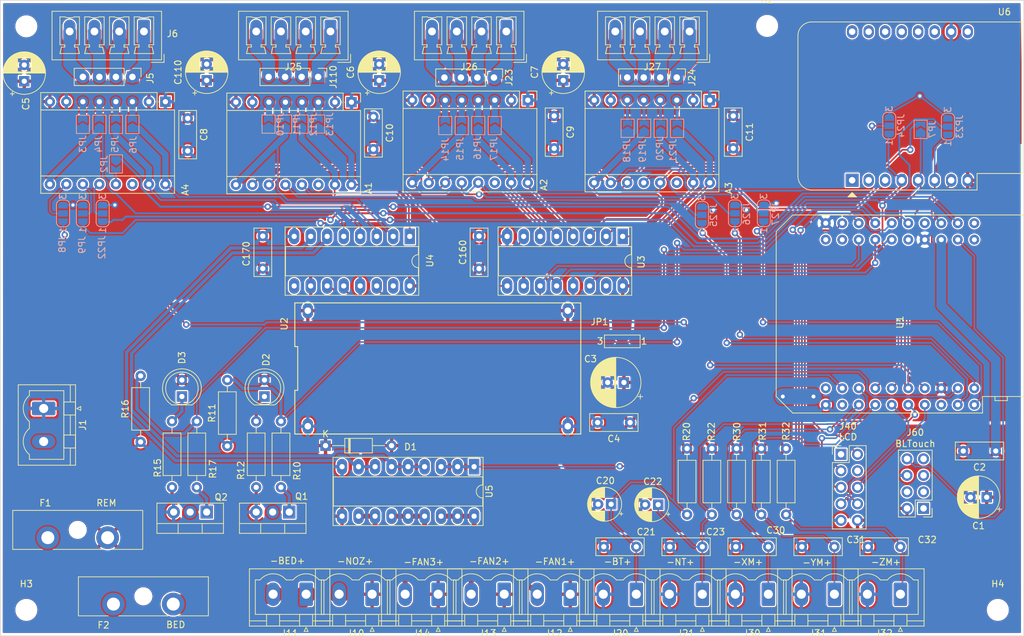
<source format=kicad_pcb>
(kicad_pcb (version 20171130) (host pcbnew "(5.1.2)-2")
  (layers (0 F.Cu signal hide) (31 B.Cu signal hide) (34 B.Paste user) (35 F.Paste user) (36 B.SilkS user) (37 F.SilkS user) (38 B.Mask user) (39 F.Mask user) (44 Edge.Cuts user))
  (net 0 "")
  (net 1 GND)
  (net 2 VCC)
  (net 3 "Net-(A1-Pad3)")
  (net 4 "Net-(A1-Pad4)")
  (net 5 "Net-(A1-Pad12)")
  (net 6 "Net-(A1-Pad5)")
  (net 7 "Net-(A1-Pad6)")
  (net 8 "Net-(A1-Pad14)")
  (net 9 /Q128)
  (net 10 +24V)
  (net 11 "Net-(A2-Pad3)")
  (net 12 "Net-(A2-Pad4)")
  (net 13 "Net-(A2-Pad12)")
  (net 14 "Net-(A2-Pad5)")
  (net 15 "Net-(A2-Pad6)")
  (net 16 "Net-(A2-Pad14)")
  (net 17 "Net-(A3-Pad14)")
  (net 18 "Net-(A3-Pad6)")
  (net 19 "Net-(A3-Pad5)")
  (net 20 "Net-(A3-Pad12)")
  (net 21 "Net-(A3-Pad4)")
  (net 22 "Net-(A3-Pad3)")
  (net 23 /Q136)
  (net 24 "Net-(A4-Pad14)")
  (net 25 "Net-(A4-Pad6)")
  (net 26 "Net-(A4-Pad13)")
  (net 27 "Net-(A4-Pad5)")
  (net 28 "Net-(A4-Pad4)")
  (net 29 "Net-(A4-Pad3)")
  (net 30 +5V)
  (net 31 +24V2)
  (net 32 "Net-(J10-Pad2)")
  (net 33 "Net-(J11-Pad2)")
  (net 34 "Net-(J12-Pad2)")
  (net 35 /BEEPER)
  (net 36 /~RESET)
  (net 37 /SD_MISO)
  (net 38 /SD_MOSI)
  (net 39 /SD_SCK)
  (net 40 /SD_CS)
  (net 41 "Net-(J60-Pad1)")
  (net 42 "Net-(J60-Pad3)")
  (net 43 "Net-(J60-Pad4)")
  (net 44 "Net-(J60-Pad5)")
  (net 45 "Net-(J60-Pad7)")
  (net 46 "Net-(Q1-Pad1)")
  (net 47 "Net-(Q2-Pad1)")
  (net 48 "Net-(U3-Pad9)")
  (net 49 "Net-(U4-Pad9)")
  (net 50 /PWR_IN)
  (net 51 "Net-(U1-Pad23)")
  (net 52 "Net-(U1-Pad24)")
  (net 53 "Net-(U1-Pad33)")
  (net 54 "Net-(U1-Pad37)")
  (net 55 "Net-(U1-Pad38)")
  (net 56 "Net-(J14-Pad2)")
  (net 57 "Net-(J13-Pad2)")
  (net 58 /Q142_FAN2)
  (net 59 /Q143_FAN3)
  (net 60 /Q139_E_EN)
  (net 61 /Q140_E_STEP)
  (net 62 /Q141_E_DIR)
  (net 63 /Q138_X_EN)
  (net 64 /Q137_X_STEP)
  (net 65 /Q134_Y_EN)
  (net 66 /Q133_Y_STEP)
  (net 67 /Q132_Y_DIR)
  (net 68 /Q129_Z_DIR)
  (net 69 /Q130_Z_STEP)
  (net 70 /Q131_Z_EN)
  (net 71 /Q135_X_DIR)
  (net 72 /IO17_I2S_WS)
  (net 73 /I36_T_BED)
  (net 74 /I39_T_NOZ)
  (net 75 /~ESP32_EN)
  (net 76 "Net-(U1-Pad31)")
  (net 77 "Net-(D3-Pad1)")
  (net 78 "Net-(D2-Pad1)")
  (net 79 /IO34_X_MIN)
  (net 80 /IO35_Y_MIN)
  (net 81 /IO32_Z_MIN)
  (net 82 /IO27_BTN_ENC)
  (net 83 /IO26_BTN_EN1)
  (net 84 /IO25_BTN_EN2)
  (net 85 /IO14_LCD_D4)
  (net 86 /IO33_LCD_RS)
  (net 87 /IO12_LCD_EN)
  (net 88 /IO15_SERVO)
  (net 89 /IO2_NOZZLE)
  (net 90 /IO4_BED)
  (net 91 /IO13_FAN1)
  (net 92 /CS_X)
  (net 93 /CS_Y)
  (net 94 /CS_Z)
  (net 95 /IO22_I2S_BCK)
  (net 96 /IO21_I2S_DATA)
  (net 97 /CS_E)
  (net 98 "Net-(U6-Pad2)")
  (net 99 "Net-(U6-Pad1)")
  (net 100 "Net-(U6-Pad3)")
  (net 101 "Net-(U6-Pad9)")
  (net 102 "Net-(U6-Pad11)")
  (net 103 "Net-(U6-Pad12)")
  (net 104 "Net-(U6-Pad13)")
  (net 105 "Net-(U6-Pad14)")
  (net 106 "Net-(U6-Pad15)")
  (net 107 "Net-(U6-Pad16)")
  (net 108 /XYZ_MS1)
  (net 109 /XYZ_MS2)
  (net 110 /XYZ_MISO)
  (net 111 /E_MS1)
  (net 112 /E_MS2)
  (net 113 /E_MS3)
  (net 114 +3V3)
  (module Resistor_THT:R_Axial_DIN0207_L6.3mm_D2.5mm_P10.16mm_Horizontal (layer F.Cu) (at 138.684 98.171 270)
    (fp_text reference R30 (at -2.6035 -0.0635 270) (layer F.SilkS))
    (fp_text value 10k)
    (pad 1 thru_hole circle (at 0 0 270) (size 1.6 1.6) (drill 0.8) (layers *.Cu *.Mask) (net 114 +3V3))
    (pad 2 thru_hole oval (at 10.16 0 270) (size 1.6 1.6) (drill 0.8) (layers *.Cu *.Mask) (net 79 /IO34_X_MIN))
  )
  (module Esp32Mini:Esp32MiniDevKitPinout (layer F.Cu) (at 162.56 78.74 90)
    (fp_text reference U1 (at 0 1.27 90) (layer F.SilkS))
    (fp_text value ESP32-DEVKITC-32D)
    (pad 20 thru_hole circle (at 15.24 -10.16 90) (size 1.524 1.524) (drill 0.762) (layers *.Cu *.Mask) (net 1 GND))
    (pad 11 thru_hole circle (at 15.24 -7.62 90) (size 1.524 1.524) (drill 0.762) (layers *.Cu *.Mask) (net 82 /IO27_BTN_ENC))
    (pad 9 thru_hole circle (at 15.24 -5.08 90) (size 1.524 1.524) (drill 0.762) (layers *.Cu *.Mask) (net 84 /IO25_BTN_EN2))
    (pad 7 thru_hole circle (at 15.24 -2.54 90) (size 1.524 1.524) (drill 0.762) (layers *.Cu *.Mask) (net 81 /IO32_Z_MIN))
    (pad 13 thru_hole circle (at 15.24 0 90) (size 1.524 1.524) (drill 0.762) (layers *.Cu *.Mask) (net 87 /IO12_LCD_EN))
    (pad 32 thru_hole circle (at 15.24 2.54 90) (size 1.524 1.524) (drill 0.762) (layers *.Cu *.Mask) (net 90 /IO4_BED))
    (pad 33 thru_hole circle (at 15.24 5.08 90) (size 1.524 1.524) (drill 0.762) (layers *.Cu *.Mask) (net 53 "Net-(U1-Pad33)"))
    (pad 34 thru_hole circle (at 15.24 7.62 90) (size 1.524 1.524) (drill 0.762) (layers *.Cu *.Mask) (net 89 /IO2_NOZZLE))
    (pad 36 thru_hole circle (at 15.24 10.16 90) (size 1.524 1.524) (drill 0.762) (layers *.Cu *.Mask) (net 97 /CS_E))
    (pad 38 thru_hole circle (at 15.24 12.7 90) (size 1.524 1.524) (drill 0.762) (layers *.Cu *.Mask) (net 55 "Net-(U1-Pad38)"))
    (pad 37 thru_hole circle (at 12.7 12.7 90) (size 1.524 1.524) (drill 0.762) (layers *.Cu *.Mask) (net 54 "Net-(U1-Pad37)"))
    (pad 35 thru_hole circle (at 12.7 10.16 90) (size 1.524 1.524) (drill 0.762) (layers *.Cu *.Mask) (net 88 /IO15_SERVO))
    (pad 19 thru_hole circle (at 12.7 7.62 90) (size 1.524 1.524) (drill 0.762) (layers *.Cu *.Mask) (net 30 +5V))
    (pad 26 thru_hole circle (at 12.7 5.08 90) (size 1.524 1.524) (drill 0.762) (layers *.Cu *.Mask) (net 1 GND))
    (pad 31 thru_hole circle (at 12.7 2.54 90) (size 1.524 1.524) (drill 0.762) (layers *.Cu *.Mask) (net 76 "Net-(U1-Pad31)"))
    (pad 30 thru_hole circle (at 12.7 0 90) (size 1.524 1.524) (drill 0.762) (layers *.Cu *.Mask) (net 72 /IO17_I2S_WS))
    (pad 25 thru_hole circle (at 12.7 -2.54 90) (size 1.524 1.524) (drill 0.762) (layers *.Cu *.Mask) (net 96 /IO21_I2S_DATA))
    (pad 22 thru_hole circle (at 12.7 -5.08 90) (size 1.524 1.524) (drill 0.762) (layers *.Cu *.Mask) (net 95 /IO22_I2S_BCK))
    (pad 24 thru_hole circle (at 12.7 -7.62 90) (size 1.524 1.524) (drill 0.762) (layers *.Cu *.Mask) (net 52 "Net-(U1-Pad24)"))
    (pad 23 thru_hole circle (at 12.7 -10.16 90) (size 1.524 1.524) (drill 0.762) (layers *.Cu *.Mask) (net 51 "Net-(U1-Pad23)"))
    (pad 18 thru_hole circle (at -12.7 12.7 90) (size 1.524 1.524) (drill 0.762) (layers *.Cu *.Mask) (net 94 /CS_Z))
    (pad 16 thru_hole circle (at -12.7 10.16 90) (size 1.524 1.524) (drill 0.762) (layers *.Cu *.Mask) (net 92 /CS_X))
    (pad - thru_hole circle (at -12.7 7.62 90) (size 1.524 1.524) (drill 0.762) (layers *.Cu *.Mask))
    (pad 12 thru_hole circle (at -12.7 5.08 90) (size 1.524 1.524) (drill 0.762) (layers *.Cu *.Mask) (net 85 /IO14_LCD_D4))
    (pad 5 thru_hole circle (at -12.7 2.54 90) (size 1.524 1.524) (drill 0.762) (layers *.Cu *.Mask) (net 79 /IO34_X_MIN))
    (pad 8 thru_hole circle (at -12.7 0 90) (size 1.524 1.524) (drill 0.762) (layers *.Cu *.Mask) (net 86 /IO33_LCD_RS))
    (pad 6 thru_hole circle (at -12.7 -2.54 90) (size 1.524 1.524) (drill 0.762) (layers *.Cu *.Mask) (net 80 /IO35_Y_MIN))
    (pad 4 thru_hole circle (at -12.7 -5.08 90) (size 1.524 1.524) (drill 0.762) (layers *.Cu *.Mask) (net 74 /I39_T_NOZ))
    (pad - thru_hole circle (at -12.7 -7.62 90) (size 1.524 1.524) (drill 0.762) (layers *.Cu *.Mask))
    (pad 14 thru_hole circle (at -12.7 -10.16 90) (size 1.524 1.524) (drill 0.762) (layers *.Cu *.Mask) (net 1 GND))
    (pad 17 thru_hole circle (at -10.16 12.7 90) (size 1.524 1.524) (drill 0.762) (layers *.Cu *.Mask) (net 93 /CS_Y))
    (pad 15 thru_hole circle (at -10.16 10.16 90) (size 1.524 1.524) (drill 0.762) (layers *.Cu *.Mask) (net 91 /IO13_FAN1))
    (pad 1 thru_hole circle (at -10.16 7.62 90) (size 1.524 1.524) (drill 0.762) (layers *.Cu *.Mask) (net 114 +3V3))
    (pad 29 thru_hole circle (at -10.16 5.08 90) (size 1.524 1.524) (drill 0.762) (layers *.Cu *.Mask) (net 40 /SD_CS))
    (pad 21 thru_hole circle (at -10.16 2.54 90) (size 1.524 1.524) (drill 0.762) (layers *.Cu *.Mask) (net 38 /SD_MOSI))
    (pad 27 thru_hole circle (at -10.16 0 90) (size 1.524 1.524) (drill 0.762) (layers *.Cu *.Mask) (net 37 /SD_MISO))
    (pad 28 thru_hole circle (at -10.16 -2.54 90) (size 1.524 1.524) (drill 0.762) (layers *.Cu *.Mask) (net 39 /SD_SCK))
    (pad 10 thru_hole circle (at -10.16 -5.08 90) (size 1.524 1.524) (drill 0.762) (layers *.Cu *.Mask) (net 83 /IO26_BTN_EN1))
    (pad 3 thru_hole circle (at -10.16 -7.62 90) (size 1.524 1.524) (drill 0.762) (layers *.Cu *.Mask) (net 73 /I36_T_BED))
    (pad 2 thru_hole circle (at -10.16 -10.16 90) (size 1.524 1.524) (drill 0.762) (layers *.Cu *.Mask) (net 75 /~ESP32_EN))
  )
  (module Module:WEMOS_D1_mini_light (layer F.Cu) (at 156.464 56.896 90)
    (fp_text reference U6 (at 25.908 23.4315 180) (layer F.SilkS))
    (fp_text value WeMos_D1_mini_SD_Shield)
    (pad 2 thru_hole oval (at 0 2.54 90) (size 2 1.6) (drill 1) (layers *.Cu *.Mask) (net 98 "Net-(U6-Pad2)"))
    (pad 1 thru_hole rect (at 0 0 90) (size 2 2) (drill 1) (layers *.Cu *.Mask) (net 99 "Net-(U6-Pad1)"))
    (pad 3 thru_hole oval (at 0 5.08 90) (size 2 1.6) (drill 1) (layers *.Cu *.Mask) (net 100 "Net-(U6-Pad3)"))
    (pad 4 thru_hole oval (at 0 7.62 90) (size 2 1.6) (drill 1) (layers *.Cu *.Mask) (net 39 /SD_SCK))
    (pad 5 thru_hole oval (at 0 10.16 90) (size 2 1.6) (drill 1) (layers *.Cu *.Mask) (net 37 /SD_MISO))
    (pad 6 thru_hole oval (at 0 12.7 90) (size 2 1.6) (drill 1) (layers *.Cu *.Mask) (net 38 /SD_MOSI))
    (pad 7 thru_hole oval (at 0 15.24 90) (size 2 1.6) (drill 1) (layers *.Cu *.Mask) (net 40 /SD_CS))
    (pad 8 thru_hole oval (at 0 17.78 90) (size 2 1.6) (drill 1) (layers *.Cu *.Mask) (net 114 +3V3))
    (pad 9 thru_hole oval (at 22.86 17.78 90) (size 2 1.6) (drill 1) (layers *.Cu *.Mask) (net 101 "Net-(U6-Pad9)"))
    (pad 10 thru_hole oval (at 22.86 15.24 90) (size 2 1.6) (drill 1) (layers *.Cu *.Mask) (net 1 GND))
    (pad 11 thru_hole oval (at 22.86 12.7 90) (size 2 1.6) (drill 1) (layers *.Cu *.Mask) (net 102 "Net-(U6-Pad11)"))
    (pad 12 thru_hole oval (at 22.86 10.16 90) (size 2 1.6) (drill 1) (layers *.Cu *.Mask) (net 103 "Net-(U6-Pad12)"))
    (pad 13 thru_hole oval (at 22.86 7.62 90) (size 2 1.6) (drill 1) (layers *.Cu *.Mask) (net 104 "Net-(U6-Pad13)"))
    (pad 14 thru_hole oval (at 22.86 5.08 90) (size 2 1.6) (drill 1) (layers *.Cu *.Mask) (net 105 "Net-(U6-Pad14)"))
    (pad 15 thru_hole oval (at 22.86 2.54 90) (size 2 1.6) (drill 1) (layers *.Cu *.Mask) (net 106 "Net-(U6-Pad15)"))
    (pad 16 thru_hole oval (at 22.86 0 90) (size 2 1.6) (drill 1) (layers *.Cu *.Mask) (net 107 "Net-(U6-Pad16)"))
  )
  (module Connector_Phoenix_MSTB:PhoenixContact_MSTBVA_2,5_2-G-5,08_1x02_P5.08mm_Vertical (layer F.Cu) (at 163.891 120.5865 180)
    (fp_text reference J32 (at 2.54 -6) (layer F.SilkS))
    (fp_text value +ZM-)
    (pad 2 thru_hole oval (at 5.08 0 180) (size 2.08 3.6) (drill 1.4) (layers *.Cu *.Mask) (net 1 GND))
    (pad 1 thru_hole roundrect (at 0 0 180) (size 2.08 3.6) (drill 1.4) (layers *.Cu *.Mask) (roundrect_rratio 0.120192) (net 81 /IO32_Z_MIN))
  )
  (module Connector_Phoenix_MSTB:PhoenixContact_MSTBVA_2,5_2-G-5,08_1x02_P5.08mm_Vertical (layer F.Cu) (at 153.731 120.5865 180)
    (fp_text reference J31 (at 2.54 -6) (layer F.SilkS))
    (fp_text value +YM-)
    (pad 2 thru_hole oval (at 5.08 0 180) (size 2.08 3.6) (drill 1.4) (layers *.Cu *.Mask) (net 1 GND))
    (pad 1 thru_hole roundrect (at 0 0 180) (size 2.08 3.6) (drill 1.4) (layers *.Cu *.Mask) (roundrect_rratio 0.120192) (net 80 /IO35_Y_MIN))
  )
  (module Connector_Phoenix_MSTB:PhoenixContact_MSTBVA_2,5_2-G-5,08_1x02_P5.08mm_Vertical (layer F.Cu) (at 143.571 120.5865 180)
    (fp_text reference J30 (at 2.54 -6) (layer F.SilkS))
    (fp_text value +XM-)
    (pad 2 thru_hole oval (at 5.08 0 180) (size 2.08 3.6) (drill 1.4) (layers *.Cu *.Mask) (net 1 GND))
    (pad 1 thru_hole roundrect (at 0 0 180) (size 2.08 3.6) (drill 1.4) (layers *.Cu *.Mask) (roundrect_rratio 0.120192) (net 79 /IO34_X_MIN))
  )
  (module Connector_Phoenix_MSTB:PhoenixContact_MSTBVA_2,5_2-G-5,08_1x02_P5.08mm_Vertical (layer F.Cu) (at 133.411 120.5865 180)
    (fp_text reference J21 (at 2.54 -6) (layer F.SilkS))
    (fp_text value +NT-)
    (pad 2 thru_hole oval (at 5.08 0 180) (size 2.08 3.6) (drill 1.4) (layers *.Cu *.Mask) (net 1 GND))
    (pad 1 thru_hole roundrect (at 0 0 180) (size 2.08 3.6) (drill 1.4) (layers *.Cu *.Mask) (roundrect_rratio 0.120192) (net 74 /I39_T_NOZ))
  )
  (module Connector_Phoenix_MSTB:PhoenixContact_MSTBVA_2,5_2-G-5,08_1x02_P5.08mm_Vertical (layer F.Cu) (at 123.251 120.5865 180)
    (fp_text reference J20 (at 2.54 -6) (layer F.SilkS))
    (fp_text value +BT-)
    (pad 2 thru_hole oval (at 5.08 0 180) (size 2.08 3.6) (drill 1.4) (layers *.Cu *.Mask) (net 1 GND))
    (pad 1 thru_hole roundrect (at 0 0 180) (size 2.08 3.6) (drill 1.4) (layers *.Cu *.Mask) (roundrect_rratio 0.120192) (net 73 /I36_T_BED))
  )
  (module Connector_Phoenix_MSTB:PhoenixContact_MSTBVA_2,5_2-G-5,08_1x02_P5.08mm_Vertical (layer F.Cu) (at 92.771 120.5865 180)
    (fp_text reference J14 (at 2.54 -6) (layer F.SilkS))
    (fp_text value +FAN3-)
    (pad 2 thru_hole oval (at 5.08 0 180) (size 2.08 3.6) (drill 1.4) (layers *.Cu *.Mask) (net 56 "Net-(J14-Pad2)"))
    (pad 1 thru_hole roundrect (at 0 0 180) (size 2.08 3.6) (drill 1.4) (layers *.Cu *.Mask) (roundrect_rratio 0.120192) (net 10 +24V))
  )
  (module Connector_Phoenix_MSTB:PhoenixContact_MSTBVA_2,5_2-G-5,08_1x02_P5.08mm_Vertical (layer F.Cu) (at 102.931 120.5865 180)
    (fp_text reference J13 (at 2.54 -6) (layer F.SilkS))
    (fp_text value +FAN2-)
    (pad 2 thru_hole oval (at 5.08 0 180) (size 2.08 3.6) (drill 1.4) (layers *.Cu *.Mask) (net 57 "Net-(J13-Pad2)"))
    (pad 1 thru_hole roundrect (at 0 0 180) (size 2.08 3.6) (drill 1.4) (layers *.Cu *.Mask) (roundrect_rratio 0.120192) (net 10 +24V))
  )
  (module Connector_Phoenix_MSTB:PhoenixContact_MSTBVA_2,5_2-G-5,08_1x02_P5.08mm_Vertical (layer F.Cu) (at 113.091 120.5865 180)
    (fp_text reference J12 (at 2.54 -6) (layer F.SilkS))
    (fp_text value +FAN1-)
    (pad 2 thru_hole oval (at 5.08 0 180) (size 2.08 3.6) (drill 1.4) (layers *.Cu *.Mask) (net 34 "Net-(J12-Pad2)"))
    (pad 1 thru_hole roundrect (at 0 0 180) (size 2.08 3.6) (drill 1.4) (layers *.Cu *.Mask) (roundrect_rratio 0.120192) (net 10 +24V))
  )
  (module Connector_Phoenix_MSTB:PhoenixContact_MSTBVA_2,5_2-G-5,08_1x02_P5.08mm_Vertical (layer F.Cu) (at 72.451 120.5865 180)
    (fp_text reference J11 (at 2.54 -6) (layer F.SilkS))
    (fp_text value +BED-)
    (pad 2 thru_hole oval (at 5.08 0 180) (size 2.08 3.6) (drill 1.4) (layers *.Cu *.Mask) (net 33 "Net-(J11-Pad2)"))
    (pad 1 thru_hole roundrect (at 0 0 180) (size 2.08 3.6) (drill 1.4) (layers *.Cu *.Mask) (roundrect_rratio 0.120192) (net 31 +24V2))
  )
  (module Connector_Phoenix_MSTB:PhoenixContact_MSTBVA_2,5_2-G-5,08_1x02_P5.08mm_Vertical (layer F.Cu) (at 82.611 120.5865 180)
    (fp_text reference J10 (at 2.54 -6) (layer F.SilkS))
    (fp_text value +NOZ-)
    (pad 2 thru_hole oval (at 5.08 0 180) (size 2.08 3.6) (drill 1.4) (layers *.Cu *.Mask) (net 32 "Net-(J10-Pad2)"))
    (pad 1 thru_hole roundrect (at 0 0 180) (size 2.08 3.6) (drill 1.4) (layers *.Cu *.Mask) (roundrect_rratio 0.120192) (net 10 +24V))
  )
  (module Connector_Phoenix_MSTB:PhoenixContact_MSTBVA_2,5_2-G-5,08_1x02_P5.08mm_Vertical (layer F.Cu) (at 32.0675 92.0115 270)
    (fp_text reference J1 (at 2.54 -6 90) (layer F.SilkS))
    (fp_text value "-24V IN+")
    (pad 2 thru_hole oval (at 5.08 0 270) (size 2.08 3.6) (drill 1.4) (layers *.Cu *.Mask) (net 50 /PWR_IN))
    (pad 1 thru_hole roundrect (at 0 0 270) (size 2.08 3.6) (drill 1.4) (layers *.Cu *.Mask) (roundrect_rratio 0.120192) (net 1 GND))
  )
  (module Connector_PinHeader_2.54mm:PinHeader_2x04_P2.54mm_Vertical (layer F.Cu) (at 167.4495 107.3785 180)
    (fp_text reference J60 (at 1.27 11.684 180) (layer F.SilkS))
    (fp_text value BLTouch (at 1.27 9.95 180) (layer F.SilkS))
    (pad 8 thru_hole oval (at 2.54 7.62 180) (size 1.7 1.7) (drill 1) (layers *.Cu *.Mask) (net 88 /IO15_SERVO))
    (pad 7 thru_hole oval (at 0 7.62 180) (size 1.7 1.7) (drill 1) (layers *.Cu *.Mask) (net 45 "Net-(J60-Pad7)"))
    (pad 6 thru_hole oval (at 2.54 5.08 180) (size 1.7 1.7) (drill 1) (layers *.Cu *.Mask) (net 1 GND))
    (pad 5 thru_hole oval (at 0 5.08 180) (size 1.7 1.7) (drill 1) (layers *.Cu *.Mask) (net 44 "Net-(J60-Pad5)"))
    (pad 4 thru_hole oval (at 2.54 2.54 180) (size 1.7 1.7) (drill 1) (layers *.Cu *.Mask) (net 43 "Net-(J60-Pad4)"))
    (pad 3 thru_hole oval (at 0 2.54 180) (size 1.7 1.7) (drill 1) (layers *.Cu *.Mask) (net 42 "Net-(J60-Pad3)"))
    (pad 2 thru_hole oval (at 2.54 0 180) (size 1.7 1.7) (drill 1) (layers *.Cu *.Mask) (net 30 +5V))
    (pad 1 thru_hole rect (at 0 0 180) (size 1.7 1.7) (drill 1) (layers *.Cu *.Mask) (net 41 "Net-(J60-Pad1)"))
  )
  (module Connector_PinHeader_2.54mm:PinHeader_2x05_P2.54mm_Vertical (layer F.Cu) (at 154.7495 99.06)
    (fp_text reference J40 (at 1.0795 -4.318) (layer F.SilkS))
    (fp_text value LCD (at 1.0795 -2.667) (layer F.SilkS))
    (pad 10 thru_hole oval (at 2.54 10.16) (size 1.7 1.7) (drill 1) (layers *.Cu *.Mask) (net 30 +5V))
    (pad 9 thru_hole oval (at 0 10.16) (size 1.7 1.7) (drill 1) (layers *.Cu *.Mask) (net 1 GND))
    (pad 8 thru_hole oval (at 2.54 7.62) (size 1.7 1.7) (drill 1) (layers *.Cu *.Mask) (net 87 /IO12_LCD_EN))
    (pad 7 thru_hole oval (at 0 7.62) (size 1.7 1.7) (drill 1) (layers *.Cu *.Mask) (net 86 /IO33_LCD_RS))
    (pad 6 thru_hole oval (at 2.54 5.08) (size 1.7 1.7) (drill 1) (layers *.Cu *.Mask) (net 85 /IO14_LCD_D4))
    (pad 5 thru_hole oval (at 0 5.08) (size 1.7 1.7) (drill 1) (layers *.Cu *.Mask) (net 84 /IO25_BTN_EN2))
    (pad 4 thru_hole oval (at 2.54 2.54) (size 1.7 1.7) (drill 1) (layers *.Cu *.Mask) (net 36 /~RESET))
    (pad 3 thru_hole oval (at 0 2.54) (size 1.7 1.7) (drill 1) (layers *.Cu *.Mask) (net 83 /IO26_BTN_EN1))
    (pad 2 thru_hole oval (at 2.54 0) (size 1.7 1.7) (drill 1) (layers *.Cu *.Mask) (net 82 /IO27_BTN_ENC))
    (pad 1 thru_hole rect (at 0 0) (size 1.7 1.7) (drill 1) (layers *.Cu *.Mask) (net 35 /BEEPER))
  )
  (module Package_TO_SOT_THT:TO-220-3_Vertical (layer F.Cu) (at 69.85 107.95 180)
    (fp_text reference Q1 (at -1.905 2.413 180) (layer F.SilkS))
    (fp_text value IRLZ44N)
    (pad 3 thru_hole oval (at 5.08 0 180) (size 1.905 2) (drill 1.1) (layers *.Cu *.Mask) (net 1 GND))
    (pad 2 thru_hole oval (at 2.54 0 180) (size 1.905 2) (drill 1.1) (layers *.Cu *.Mask) (net 32 "Net-(J10-Pad2)"))
    (pad 1 thru_hole rect (at 0 0 180) (size 1.905 2) (drill 1.1) (layers *.Cu *.Mask) (net 46 "Net-(Q1-Pad1)"))
  )
  (module Package_TO_SOT_THT:TO-220-3_Vertical (layer F.Cu) (at 57.15 107.95 180)
    (fp_text reference Q2 (at -2.2225 2.286 180) (layer F.SilkS))
    (fp_text value IRLB8743)
    (pad 3 thru_hole oval (at 5.08 0 180) (size 1.905 2) (drill 1.1) (layers *.Cu *.Mask) (net 1 GND))
    (pad 2 thru_hole oval (at 2.54 0 180) (size 1.905 2) (drill 1.1) (layers *.Cu *.Mask) (net 33 "Net-(J11-Pad2)"))
    (pad 1 thru_hole rect (at 0 0 180) (size 1.905 2) (drill 1.1) (layers *.Cu *.Mask) (net 47 "Net-(Q2-Pad1)"))
  )
  (module Jumper:SolderJumper-2_P1.3mm_Open_TrianglePad1.0x1.5mm (layer B.Cu) (at 96.393 48.477 90)
    (fp_text reference JP15 (at -3.556 -0.254 -90) (layer B.SilkS) (effects (justify mirror)))
    (fp_text value SolderJumper_2_Open)
    (pad 1 smd custom (at -0.725 0 90) (size 0.3 0.3) (layers B.Cu B.Mask) (net 65 /Q134_Y_EN) (options (clearance outline) (anchor rect)) (primitives (gr_poly (pts (xy -0.5 0.75) (xy 0.5 0.75) (xy 1 0) (xy 0.5 -0.75) (xy -0.5 -0.75)) (width 0))))
    (pad 2 smd custom (at 0.725 0 90) (size 0.3 0.3) (layers B.Cu B.Mask) (net 14 "Net-(A2-Pad5)") (options (clearance outline) (anchor rect)) (primitives (gr_poly (pts (xy -0.65 0.75) (xy 0.5 0.75) (xy 0.5 -0.75) (xy -0.65 -0.75) (xy -0.15 0)) (width 0))))
  )
  (module Module:Pololu_Breakout-16_15.2x20.3mm (layer F.Cu) (at 106.553 44.577 270)
    (fp_text reference A2 (at 13.0175 -2.4765 90) (layer F.SilkS))
    (fp_text value DRIVER_Y)
    (pad 1 thru_hole rect (at 0 0 270) (size 1.6 1.6) (drill 0.8) (layers *.Cu *.Mask) (net 1 GND))
    (pad 9 thru_hole oval (at 12.7 17.78 270) (size 1.6 1.6) (drill 0.8) (layers *.Cu *.Mask) (net 65 /Q134_Y_EN))
    (pad 2 thru_hole oval (at 0 2.54 270) (size 1.6 1.6) (drill 0.8) (layers *.Cu *.Mask) (net 2 VCC))
    (pad 10 thru_hole oval (at 12.7 15.24 270) (size 1.6 1.6) (drill 0.8) (layers *.Cu *.Mask) (net 108 /XYZ_MS1))
    (pad 3 thru_hole oval (at 0 5.08 270) (size 1.6 1.6) (drill 0.8) (layers *.Cu *.Mask) (net 11 "Net-(A2-Pad3)"))
    (pad 11 thru_hole oval (at 12.7 12.7 270) (size 1.6 1.6) (drill 0.8) (layers *.Cu *.Mask) (net 109 /XYZ_MS2))
    (pad 4 thru_hole oval (at 0 7.62 270) (size 1.6 1.6) (drill 0.8) (layers *.Cu *.Mask) (net 12 "Net-(A2-Pad4)"))
    (pad 12 thru_hole oval (at 12.7 10.16 270) (size 1.6 1.6) (drill 0.8) (layers *.Cu *.Mask) (net 13 "Net-(A2-Pad12)"))
    (pad 5 thru_hole oval (at 0 10.16 270) (size 1.6 1.6) (drill 0.8) (layers *.Cu *.Mask) (net 14 "Net-(A2-Pad5)"))
    (pad 13 thru_hole oval (at 12.7 7.62 270) (size 1.6 1.6) (drill 0.8) (layers *.Cu *.Mask) (net 110 /XYZ_MISO))
    (pad 6 thru_hole oval (at 0 12.7 270) (size 1.6 1.6) (drill 0.8) (layers *.Cu *.Mask) (net 15 "Net-(A2-Pad6)"))
    (pad 14 thru_hole oval (at 12.7 5.08 270) (size 1.6 1.6) (drill 0.8) (layers *.Cu *.Mask) (net 16 "Net-(A2-Pad14)"))
    (pad 7 thru_hole oval (at 0 15.24 270) (size 1.6 1.6) (drill 0.8) (layers *.Cu *.Mask) (net 1 GND))
    (pad 15 thru_hole oval (at 12.7 2.54 270) (size 1.6 1.6) (drill 0.8) (layers *.Cu *.Mask) (net 66 /Q133_Y_STEP))
    (pad 8 thru_hole oval (at 0 17.78 270) (size 1.6 1.6) (drill 0.8) (layers *.Cu *.Mask) (net 10 +24V))
    (pad 16 thru_hole oval (at 12.7 0 270) (size 1.6 1.6) (drill 0.8) (layers *.Cu *.Mask) (net 67 /Q132_Y_DIR))
  )
  (module Resistor_THT:R_Axial_DIN0207_L6.3mm_D2.5mm_P10.16mm_Horizontal (layer F.Cu) (at 46.99 97.155 90)
    (fp_text reference R16 (at 5.08 -2.37 90) (layer F.SilkS))
    (fp_text value 100k)
    (pad 1 thru_hole circle (at 0 0 90) (size 1.6 1.6) (drill 0.8) (layers *.Cu *.Mask) (net 1 GND))
    (pad 2 thru_hole oval (at 10.16 0 90) (size 1.6 1.6) (drill 0.8) (layers *.Cu *.Mask) (net 90 /IO4_BED))
  )
  (module LED_THT:LED_D5.0mm (layer F.Cu) (at 66.04 90.17 90)
    (fp_text reference D2 (at 5.6515 0.254 90) (layer F.SilkS))
    (fp_text value NOZ)
    (pad 2 thru_hole circle (at 2.54 0 90) (size 1.6 1.6) (drill 0.8) (layers *.Cu *.Mask) (net 10 +24V))
    (pad 1 thru_hole rect (at 0 0 90) (size 1.6 1.6) (drill 0.8) (layers *.Cu *.Mask) (net 78 "Net-(D2-Pad1)"))
  )
  (module LED_THT:LED_D5.0mm (layer F.Cu) (at 53.34 90.17 90)
    (fp_text reference D3 (at 5.969 0 90) (layer F.SilkS))
    (fp_text value BED)
    (pad 1 thru_hole rect (at 0 0 90) (size 1.6 1.6) (drill 0.8) (layers *.Cu *.Mask) (net 77 "Net-(D3-Pad1)"))
    (pad 2 thru_hole circle (at 2.54 0 90) (size 1.6 1.6) (drill 0.8) (layers *.Cu *.Mask) (net 10 +24V))
  )
  (module Resistor_THT:R_Axial_DIN0207_L6.3mm_D2.5mm_P10.16mm_Horizontal (layer F.Cu) (at 51.816 93.98 270)
    (fp_text reference R17 (at 7.366 -6.2865 270) (layer F.SilkS))
    (fp_text value 2.2k)
    (pad 2 thru_hole oval (at 10.16 0 270) (size 1.6 1.6) (drill 0.8) (layers *.Cu *.Mask) (net 33 "Net-(J11-Pad2)"))
    (pad 1 thru_hole circle (at 0 0 270) (size 1.6 1.6) (drill 0.8) (layers *.Cu *.Mask) (net 77 "Net-(D3-Pad1)"))
  )
  (module Resistor_THT:R_Axial_DIN0207_L6.3mm_D2.5mm_P10.16mm_Horizontal (layer F.Cu) (at 55.626 104.14 90)
    (fp_text reference R15 (at 2.9845 -6.0325 90) (layer F.SilkS))
    (fp_text value 10)
    (pad 1 thru_hole circle (at 0 0 90) (size 1.6 1.6) (drill 0.8) (layers *.Cu *.Mask) (net 47 "Net-(Q2-Pad1)"))
    (pad 2 thru_hole oval (at 10.16 0 90) (size 1.6 1.6) (drill 0.8) (layers *.Cu *.Mask) (net 90 /IO4_BED))
  )
  (module Capacitor_THT:C_Rect_L7.2mm_W2.5mm_P5.00mm_FKS2_FKP2_MKS2_MKP2 (layer F.Cu) (at 122.301 94.1705 180)
    (fp_text reference C4 (at 2.5 -2.5 180) (layer F.SilkS))
    (fp_text value 0.1uF)
    (pad 2 thru_hole circle (at 5 0 180) (size 1.6 1.6) (drill 0.8) (layers *.Cu *.Mask) (net 1 GND))
    (pad 1 thru_hole circle (at 0 0 180) (size 1.6 1.6) (drill 0.8) (layers *.Cu *.Mask) (net 114 +3V3))
  )
  (module Capacitor_THT:C_Rect_L7.2mm_W2.5mm_P5.00mm_FKS2_FKP2_MKS2_MKP2 (layer F.Cu) (at 178.562 98.552 180)
    (fp_text reference C2 (at 2.5 -2.5) (layer F.SilkS))
    (fp_text value 0.1uF)
    (pad 1 thru_hole circle (at 0 0 180) (size 1.6 1.6) (drill 0.8) (layers *.Cu *.Mask) (net 30 +5V))
    (pad 2 thru_hole circle (at 5 0 180) (size 1.6 1.6) (drill 0.8) (layers *.Cu *.Mask) (net 1 GND))
  )
  (module Capacitor_THT:C_Rect_L7.2mm_W2.5mm_P5.00mm_FKS2_FKP2_MKS2_MKP2 (layer F.Cu) (at 123.251 113.284 180)
    (fp_text reference C21 (at -1.524 2.286) (layer F.SilkS))
    (fp_text value 0.1uF)
    (pad 2 thru_hole circle (at 5 0 180) (size 1.6 1.6) (drill 0.8) (layers *.Cu *.Mask) (net 1 GND))
    (pad 1 thru_hole circle (at 0 0 180) (size 1.6 1.6) (drill 0.8) (layers *.Cu *.Mask) (net 73 /I36_T_BED))
  )
  (module Capacitor_THT:C_Rect_L7.2mm_W2.5mm_P5.00mm_FKS2_FKP2_MKS2_MKP2 (layer F.Cu) (at 133.411 113.284 180)
    (fp_text reference C23 (at -2.0345 2.286) (layer F.SilkS))
    (fp_text value 0.1uF)
    (pad 2 thru_hole circle (at 5 0 180) (size 1.6 1.6) (drill 0.8) (layers *.Cu *.Mask) (net 1 GND))
    (pad 1 thru_hole circle (at 0 0 180) (size 1.6 1.6) (drill 0.8) (layers *.Cu *.Mask) (net 74 /I39_T_NOZ))
  )
  (module Resistor_THT:R_Axial_DIN0207_L6.3mm_D2.5mm_P10.16mm_Horizontal (layer F.Cu) (at 134.874 98.171 270)
    (fp_text reference R22 (at -2.6035 0.0635 90) (layer F.SilkS))
    (fp_text value 4.7k)
    (pad 1 thru_hole circle (at 0 0 270) (size 1.6 1.6) (drill 0.8) (layers *.Cu *.Mask) (net 114 +3V3))
    (pad 2 thru_hole oval (at 10.16 0 270) (size 1.6 1.6) (drill 0.8) (layers *.Cu *.Mask) (net 74 /I39_T_NOZ))
  )
  (module MountingHole:MountingHole_3mm (layer F.Cu) (at 29.4 123)
    (fp_text reference H3 (at 0 -4) (layer F.SilkS))
    (fp_text value MountingHole)
    (pad 1 np_thru_hole circle (at 0 0) (size 3 3) (drill 3) (layers *.Cu *.Mask))
  )
  (module MountingHole:MountingHole_3mm (layer F.Cu) (at 178.88 123)
    (fp_text reference H4 (at 0 -4) (layer F.SilkS))
    (fp_text value MountingHole)
    (pad 1 np_thru_hole circle (at 0 0) (size 3 3) (drill 3) (layers *.Cu *.Mask))
  )
  (module MountingHole:MountingHole_3mm (layer F.Cu) (at 29.4 33.21)
    (fp_text reference H1 hide)
    (fp_text value MountingHole hide)
    (pad 1 np_thru_hole circle (at 0 0) (size 3 3) (drill 3) (layers *.Cu *.Mask))
  )
  (module MountingHole:MountingHole_3mm (layer F.Cu) (at 143.383 33.147)
    (fp_text reference H2 (at 0 -4) (layer F.SilkS))
    (fp_text value MountingHole)
    (pad 1 np_thru_hole circle (at 0 0) (size 3 3) (drill 3) (layers *.Cu *.Mask))
  )
  (module Resistor_THT:R_Axial_DIN0207_L6.3mm_D2.5mm_P10.16mm_Horizontal (layer F.Cu) (at 68.58 104.14 90)
    (fp_text reference R10 (at 2.54 2.4765 90) (layer F.SilkS))
    (fp_text value 10)
    (pad 2 thru_hole oval (at 10.16 0 90) (size 1.6 1.6) (drill 0.8) (layers *.Cu *.Mask) (net 89 /IO2_NOZZLE))
    (pad 1 thru_hole circle (at 0 0 90) (size 1.6 1.6) (drill 0.8) (layers *.Cu *.Mask) (net 46 "Net-(Q1-Pad1)"))
  )
  (module Resistor_THT:R_Axial_DIN0207_L6.3mm_D2.5mm_P10.16mm_Horizontal (layer F.Cu) (at 60.325 97.79 90)
    (fp_text reference R11 (at 5.08 -2.37 90) (layer F.SilkS))
    (fp_text value 100k)
    (pad 2 thru_hole oval (at 10.16 0 90) (size 1.6 1.6) (drill 0.8) (layers *.Cu *.Mask) (net 89 /IO2_NOZZLE))
    (pad 1 thru_hole circle (at 0 0 90) (size 1.6 1.6) (drill 0.8) (layers *.Cu *.Mask) (net 1 GND))
  )
  (module Resistor_THT:R_Axial_DIN0207_L6.3mm_D2.5mm_P10.16mm_Horizontal (layer F.Cu) (at 64.77 93.98 270)
    (fp_text reference R12 (at 7.5565 2.3495 270) (layer F.SilkS))
    (fp_text value 2.2k)
    (pad 2 thru_hole oval (at 10.16 0 270) (size 1.6 1.6) (drill 0.8) (layers *.Cu *.Mask) (net 32 "Net-(J10-Pad2)"))
    (pad 1 thru_hole circle (at 0 0 270) (size 1.6 1.6) (drill 0.8) (layers *.Cu *.Mask) (net 78 "Net-(D2-Pad1)"))
  )
  (module Diode_THT:D_DO-35_SOD27_P10.16mm_Horizontal (layer F.Cu) (at 75.438 97.7265)
    (fp_text reference D1 (at 13.081 0.1905) (layer F.SilkS))
    (fp_text value 1N5819)
    (fp_text user K (at 0 -1.8) (layer F.SilkS))
    (pad 1 thru_hole rect (at 0 0) (size 1.6 1.6) (drill 0.8) (layers *.Cu *.Mask) (net 10 +24V))
    (pad 2 thru_hole oval (at 10.16 0) (size 1.6 1.6) (drill 0.8) (layers *.Cu *.Mask) (net 30 +5V))
  )
  (module this:Module_LM2596_DC-DC (layer F.Cu) (at 92.71 85.852)
    (fp_text reference U2 (at -23.622 -6.858 -270) (layer F.SilkS))
    (fp_text value DcStepDown_LM2596)
    (pad 1 thru_hole oval (at -20 -8.89) (size 1.6 2.4) (drill 1) (layers *.Cu *.Mask) (net 10 +24V))
    (pad 2 thru_hole oval (at -20 8.89) (size 1.6 2.4) (drill 1) (layers *.Cu *.Mask) (net 1 GND))
    (pad 3 thru_hole oval (at 20 -8.89) (size 1.6 2.4) (drill 1) (layers *.Cu *.Mask) (net 30 +5V))
    (pad 4 thru_hole oval (at 20 8.89) (size 1.6 2.4) (drill 1) (layers *.Cu *.Mask) (net 1 GND))
  )
  (module Capacitor_THT:C_Rect_L7.2mm_W2.5mm_P5.00mm_FKS2_FKP2_MKS2_MKP2 (layer F.Cu) (at 143.571 113.284 180)
    (fp_text reference C30 (at -1.1455 2.54) (layer F.SilkS))
    (fp_text value 0.1uF)
    (pad 2 thru_hole circle (at 5 0 180) (size 1.6 1.6) (drill 0.8) (layers *.Cu *.Mask) (net 1 GND))
    (pad 1 thru_hole circle (at 0 0 180) (size 1.6 1.6) (drill 0.8) (layers *.Cu *.Mask) (net 79 /IO34_X_MIN))
  )
  (module Capacitor_THT:C_Rect_L7.2mm_W2.5mm_P5.00mm_FKS2_FKP2_MKS2_MKP2 (layer F.Cu) (at 99.06 70.485 90)
    (fp_text reference C160 (at 2.5 -2.5 90) (layer F.SilkS))
    (fp_text value 0.1uF)
    (pad 1 thru_hole circle (at 0 0 90) (size 1.6 1.6) (drill 0.8) (layers *.Cu *.Mask) (net 2 VCC))
    (pad 2 thru_hole circle (at 5 0 90) (size 1.6 1.6) (drill 0.8) (layers *.Cu *.Mask) (net 1 GND))
  )
  (module Capacitor_THT:C_Rect_L7.2mm_W2.5mm_P5.00mm_FKS2_FKP2_MKS2_MKP2 (layer F.Cu) (at 163.891 113.284 180)
    (fp_text reference C32 (at -4.1275 1.0795) (layer F.SilkS))
    (fp_text value 0.1uF)
    (pad 2 thru_hole circle (at 5 0 180) (size 1.6 1.6) (drill 0.8) (layers *.Cu *.Mask) (net 1 GND))
    (pad 1 thru_hole circle (at 0 0 180) (size 1.6 1.6) (drill 0.8) (layers *.Cu *.Mask) (net 81 /IO32_Z_MIN))
  )
  (module Capacitor_THT:C_Rect_L7.2mm_W2.5mm_P5.00mm_FKS2_FKP2_MKS2_MKP2 (layer F.Cu) (at 65.786 70.485 90)
    (fp_text reference C170 (at 2.286 -2.54 270) (layer F.SilkS))
    (fp_text value 0.1uF)
    (pad 2 thru_hole circle (at 5 0 90) (size 1.6 1.6) (drill 0.8) (layers *.Cu *.Mask) (net 1 GND))
    (pad 1 thru_hole circle (at 0 0 90) (size 1.6 1.6) (drill 0.8) (layers *.Cu *.Mask) (net 2 VCC))
  )
  (module Capacitor_THT:C_Rect_L7.2mm_W2.5mm_P5.00mm_FKS2_FKP2_MKS2_MKP2 (layer F.Cu) (at 153.731 113.284 180)
    (fp_text reference C31 (at -3.3185 1.0795) (layer F.SilkS))
    (fp_text value 0.1uF)
    (pad 1 thru_hole circle (at 0 0 180) (size 1.6 1.6) (drill 0.8) (layers *.Cu *.Mask) (net 80 /IO35_Y_MIN))
    (pad 2 thru_hole circle (at 5 0 180) (size 1.6 1.6) (drill 0.8) (layers *.Cu *.Mask) (net 1 GND))
  )
  (module Resistor_THT:R_Axial_DIN0207_L6.3mm_D2.5mm_P10.16mm_Horizontal (layer F.Cu) (at 142.494 98.171 270)
    (fp_text reference R31 (at -2.667 -0.1905 270) (layer F.SilkS))
    (fp_text value 10k)
    (pad 1 thru_hole circle (at 0 0 270) (size 1.6 1.6) (drill 0.8) (layers *.Cu *.Mask) (net 114 +3V3))
    (pad 2 thru_hole oval (at 10.16 0 270) (size 1.6 1.6) (drill 0.8) (layers *.Cu *.Mask) (net 80 /IO35_Y_MIN))
  )
  (module Resistor_THT:R_Axial_DIN0207_L6.3mm_D2.5mm_P10.16mm_Horizontal (layer F.Cu) (at 146.304 98.171 270)
    (fp_text reference R32 (at -2.667 0 270) (layer F.SilkS))
    (fp_text value 10k)
    (pad 1 thru_hole circle (at 0 0 270) (size 1.6 1.6) (drill 0.8) (layers *.Cu *.Mask) (net 114 +3V3))
    (pad 2 thru_hole oval (at 10.16 0 270) (size 1.6 1.6) (drill 0.8) (layers *.Cu *.Mask) (net 81 /IO32_Z_MIN))
  )
  (module Resistor_THT:R_Axial_DIN0207_L6.3mm_D2.5mm_P10.16mm_Horizontal (layer F.Cu) (at 131.064 98.171 270)
    (fp_text reference R20 (at -2.6035 0.0635 90) (layer F.SilkS))
    (fp_text value 4.7k)
    (pad 2 thru_hole oval (at 10.16 0 270) (size 1.6 1.6) (drill 0.8) (layers *.Cu *.Mask) (net 73 /I36_T_BED))
    (pad 1 thru_hole circle (at 0 0 270) (size 1.6 1.6) (drill 0.8) (layers *.Cu *.Mask) (net 114 +3V3))
  )
  (module Connector_Phoenix_MC:PhoenixContact_MCV_1,5_4-G-3.81_1x04_P3.81mm_Vertical (layer F.Cu) (at 47.498 34 180)
    (fp_text reference J6 (at -4.3815 -0.3535) (layer F.SilkS))
    (fp_text value "MOT E")
    (pad 1 thru_hole roundrect (at 0 0 180) (size 1.8 3.6) (drill 1.2) (layers *.Cu *.Mask) (roundrect_rratio 0.138889) (net 29 "Net-(A4-Pad3)"))
    (pad 2 thru_hole oval (at 3.81 0 180) (size 1.8 3.6) (drill 1.2) (layers *.Cu *.Mask) (net 28 "Net-(A4-Pad4)"))
    (pad 3 thru_hole oval (at 7.62 0 180) (size 1.8 3.6) (drill 1.2) (layers *.Cu *.Mask) (net 27 "Net-(A4-Pad5)"))
    (pad 4 thru_hole oval (at 11.43 0 180) (size 1.8 3.6) (drill 1.2) (layers *.Cu *.Mask) (net 25 "Net-(A4-Pad6)"))
  )
  (module Connector_Phoenix_MC:PhoenixContact_MCV_1,5_4-G-3.81_1x04_P3.81mm_Vertical (layer F.Cu) (at 76.2 34 180)
    (fp_text reference J25 (at 5.72 -5.45) (layer F.SilkS))
    (fp_text value "MOT X")
    (pad 4 thru_hole oval (at 11.43 0 180) (size 1.8 3.6) (drill 1.2) (layers *.Cu *.Mask) (net 7 "Net-(A1-Pad6)"))
    (pad 3 thru_hole oval (at 7.62 0 180) (size 1.8 3.6) (drill 1.2) (layers *.Cu *.Mask) (net 6 "Net-(A1-Pad5)"))
    (pad 2 thru_hole oval (at 3.81 0 180) (size 1.8 3.6) (drill 1.2) (layers *.Cu *.Mask) (net 4 "Net-(A1-Pad4)"))
    (pad 1 thru_hole roundrect (at 0 0 180) (size 1.8 3.6) (drill 1.2) (layers *.Cu *.Mask) (roundrect_rratio 0.138889) (net 3 "Net-(A1-Pad3)"))
  )
  (module Connector_Phoenix_MC:PhoenixContact_MCV_1,5_4-G-3.81_1x04_P3.81mm_Vertical (layer F.Cu) (at 103.251 34 180)
    (fp_text reference J26 (at 5.72 -5.45) (layer F.SilkS))
    (fp_text value "MOT Y")
    (pad 1 thru_hole roundrect (at 0 0 180) (size 1.8 3.6) (drill 1.2) (layers *.Cu *.Mask) (roundrect_rratio 0.138889) (net 11 "Net-(A2-Pad3)"))
    (pad 2 thru_hole oval (at 3.81 0 180) (size 1.8 3.6) (drill 1.2) (layers *.Cu *.Mask) (net 12 "Net-(A2-Pad4)"))
    (pad 3 thru_hole oval (at 7.62 0 180) (size 1.8 3.6) (drill 1.2) (layers *.Cu *.Mask) (net 14 "Net-(A2-Pad5)"))
    (pad 4 thru_hole oval (at 11.43 0 180) (size 1.8 3.6) (drill 1.2) (layers *.Cu *.Mask) (net 15 "Net-(A2-Pad6)"))
  )
  (module Connector_Phoenix_MC:PhoenixContact_MCV_1,5_4-G-3.81_1x04_P3.81mm_Vertical (layer F.Cu) (at 131.445 34 180)
    (fp_text reference J27 (at 5.72 -5.45) (layer F.SilkS))
    (fp_text value "MOT Z")
    (pad 4 thru_hole oval (at 11.43 0 180) (size 1.8 3.6) (drill 1.2) (layers *.Cu *.Mask) (net 18 "Net-(A3-Pad6)"))
    (pad 3 thru_hole oval (at 7.62 0 180) (size 1.8 3.6) (drill 1.2) (layers *.Cu *.Mask) (net 19 "Net-(A3-Pad5)"))
    (pad 2 thru_hole oval (at 3.81 0 180) (size 1.8 3.6) (drill 1.2) (layers *.Cu *.Mask) (net 21 "Net-(A3-Pad4)"))
    (pad 1 thru_hole roundrect (at 0 0 180) (size 1.8 3.6) (drill 1.2) (layers *.Cu *.Mask) (roundrect_rratio 0.138889) (net 22 "Net-(A3-Pad3)"))
  )
  (module Jumper:SolderJumper-3_P2.0mm_Open_TrianglePad1.0x1.5mm_NumberLabels (layer F.Cu) (at 121.0945 81.661 180)
    (fp_text reference JP1 (at 3.4925 2.9845) (layer F.SilkS))
    (fp_text value Jumper_3_Open)
    (fp_text user 3 (at 3.4 0) (layer F.SilkS))
    (fp_text user 1 (at -3.35 0) (layer F.SilkS))
    (pad 1 smd custom (at -2 0 180) (size 0.3 0.3) (layers F.Cu F.Mask) (net 114 +3V3) (options (clearance outline) (anchor rect)) (primitives (gr_poly (pts (xy -0.5 -0.75) (xy 0.5 -0.75) (xy 1 0) (xy 0.5 0.75) (xy -0.5 0.75)) (width 0))))
    (pad 2 smd custom (at 0 0 180) (size 0.3 0.3) (layers F.Cu) (net 2 VCC) (options (clearance outline) (anchor rect)) (primitives (gr_poly (pts (xy -1.2 -0.75) (xy 1.2 -0.75) (xy 0.7 0) (xy 1.2 0.75) (xy -1.2 0.75) (xy -0.7 0)) (width 0))))
    (pad 3 smd custom (at 2 0) (size 0.3 0.3) (layers F.Cu F.Mask) (net 30 +5V) (options (clearance outline) (anchor rect)) (primitives (gr_poly (pts (xy -0.5 -0.75) (xy 0.5 -0.75) (xy 1 0) (xy 0.5 0.75) (xy -0.5 0.75)) (width 0))))
  )
  (module Jumper:SolderJumper-2_P1.3mm_Open_TrianglePad1.0x1.5mm (layer B.Cu) (at 43.18 54.393 270)
    (fp_text reference JP2 (at 0 1.8 270) (layer B.SilkS) (effects (justify mirror)))
    (fp_text value SolderJumper_2_Open)
    (pad 1 smd custom (at -0.725 0 270) (size 0.3 0.3) (layers B.Cu B.Mask) (net 37 /SD_MISO) (options (clearance outline) (anchor rect)) (primitives (gr_poly (pts (xy -0.5 0.75) (xy 0.5 0.75) (xy 1 0) (xy 0.5 -0.75) (xy -0.5 -0.75)) (width 0))))
    (pad 2 smd custom (at 0.725 0 270) (size 0.3 0.3) (layers B.Cu B.Mask) (net 26 "Net-(A4-Pad13)") (options (clearance outline) (anchor rect)) (primitives (gr_poly (pts (xy -0.65 0.75) (xy 0.5 0.75) (xy 0.5 -0.75) (xy -0.65 -0.75) (xy -0.15 0)) (width 0))))
  )
  (module Jumper:SolderJumper-2_P1.3mm_Open_TrianglePad1.0x1.5mm (layer B.Cu) (at 38.1 48.297 90)
    (fp_text reference JP3 (at -3.011 0 -90) (layer B.SilkS) (effects (justify mirror)))
    (fp_text value SolderJumper_2_Open)
    (pad 2 smd custom (at 0.725 0 90) (size 0.3 0.3) (layers B.Cu B.Mask) (net 25 "Net-(A4-Pad6)") (options (clearance outline) (anchor rect)) (primitives (gr_poly (pts (xy -0.65 0.75) (xy 0.5 0.75) (xy 0.5 -0.75) (xy -0.65 -0.75) (xy -0.15 0)) (width 0))))
    (pad 1 smd custom (at -0.725 0 90) (size 0.3 0.3) (layers B.Cu B.Mask) (net 1 GND) (options (clearance outline) (anchor rect)) (primitives (gr_poly (pts (xy -0.5 0.75) (xy 0.5 0.75) (xy 1 0) (xy 0.5 -0.75) (xy -0.5 -0.75)) (width 0))))
  )
  (module Jumper:SolderJumper-2_P1.3mm_Open_TrianglePad1.0x1.5mm (layer B.Cu) (at 40.64 48.297 90)
    (fp_text reference JP4 (at -3.011 -0.127 -90) (layer B.SilkS) (effects (justify mirror)))
    (fp_text value SolderJumper_2_Open)
    (pad 1 smd custom (at -0.725 0 90) (size 0.3 0.3) (layers B.Cu B.Mask) (net 60 /Q139_E_EN) (options (clearance outline) (anchor rect)) (primitives (gr_poly (pts (xy -0.5 0.75) (xy 0.5 0.75) (xy 1 0) (xy 0.5 -0.75) (xy -0.5 -0.75)) (width 0))))
    (pad 2 smd custom (at 0.725 0 90) (size 0.3 0.3) (layers B.Cu B.Mask) (net 27 "Net-(A4-Pad5)") (options (clearance outline) (anchor rect)) (primitives (gr_poly (pts (xy -0.65 0.75) (xy 0.5 0.75) (xy 0.5 -0.75) (xy -0.65 -0.75) (xy -0.15 0)) (width 0))))
  )
  (module Jumper:SolderJumper-2_P1.3mm_Open_TrianglePad1.0x1.5mm (layer B.Cu) (at 43.18 48.297 90)
    (fp_text reference JP5 (at -3.011 -0.127 -90) (layer B.SilkS) (effects (justify mirror)))
    (fp_text value SolderJumper_2_Open)
    (pad 2 smd custom (at 0.725 0 90) (size 0.3 0.3) (layers B.Cu B.Mask) (net 28 "Net-(A4-Pad4)") (options (clearance outline) (anchor rect)) (primitives (gr_poly (pts (xy -0.65 0.75) (xy 0.5 0.75) (xy 0.5 -0.75) (xy -0.65 -0.75) (xy -0.15 0)) (width 0))))
    (pad 1 smd custom (at -0.725 0 90) (size 0.3 0.3) (layers B.Cu B.Mask) (net 61 /Q140_E_STEP) (options (clearance outline) (anchor rect)) (primitives (gr_poly (pts (xy -0.5 0.75) (xy 0.5 0.75) (xy 1 0) (xy 0.5 -0.75) (xy -0.5 -0.75)) (width 0))))
  )
  (module Jumper:SolderJumper-2_P1.3mm_Open_TrianglePad1.0x1.5mm (layer B.Cu) (at 45.72 48.297 90)
    (fp_text reference JP6 (at -3.138 0.127 -90) (layer B.SilkS) (effects (justify mirror)))
    (fp_text value SolderJumper_2_Open)
    (pad 1 smd custom (at -0.725 0 90) (size 0.3 0.3) (layers B.Cu B.Mask) (net 62 /Q141_E_DIR) (options (clearance outline) (anchor rect)) (primitives (gr_poly (pts (xy -0.5 0.75) (xy 0.5 0.75) (xy 1 0) (xy 0.5 -0.75) (xy -0.5 -0.75)) (width 0))))
    (pad 2 smd custom (at 0.725 0 90) (size 0.3 0.3) (layers B.Cu B.Mask) (net 29 "Net-(A4-Pad3)") (options (clearance outline) (anchor rect)) (primitives (gr_poly (pts (xy -0.65 0.75) (xy 0.5 0.75) (xy 0.5 -0.75) (xy -0.65 -0.75) (xy -0.15 0)) (width 0))))
  )
  (module Jumper:SolderJumper-2_P1.3mm_Open_TrianglePad1.0x1.5mm (layer B.Cu) (at 167.005 49.059 90)
    (fp_text reference JP7 (at 0 1.8 90) (layer B.SilkS) (effects (justify mirror)))
    (fp_text value SolderJumper_2_Open)
    (pad 1 smd custom (at -0.725 0 90) (size 0.3 0.3) (layers B.Cu B.Mask) (net 37 /SD_MISO) (options (clearance outline) (anchor rect)) (primitives (gr_poly (pts (xy -0.5 0.75) (xy 0.5 0.75) (xy 1 0) (xy 0.5 -0.75) (xy -0.5 -0.75)) (width 0))))
    (pad 2 smd custom (at 0.725 0 90) (size 0.3 0.3) (layers B.Cu B.Mask) (net 110 /XYZ_MISO) (options (clearance outline) (anchor rect)) (primitives (gr_poly (pts (xy -0.65 0.75) (xy 0.5 0.75) (xy 0.5 -0.75) (xy -0.65 -0.75) (xy -0.15 0)) (width 0))))
  )
  (module Jumper:SolderJumper-2_P1.3mm_Open_TrianglePad1.0x1.5mm (layer B.Cu) (at 66.675 48.26 90)
    (fp_text reference JP10 (at 0 1.8 -90) (layer B.SilkS) (effects (justify mirror)))
    (fp_text value SolderJumper_2_Open)
    (pad 2 smd custom (at 0.725 0 90) (size 0.3 0.3) (layers B.Cu B.Mask) (net 7 "Net-(A1-Pad6)") (options (clearance outline) (anchor rect)) (primitives (gr_poly (pts (xy -0.65 0.75) (xy 0.5 0.75) (xy 0.5 -0.75) (xy -0.65 -0.75) (xy -0.15 0)) (width 0))))
    (pad 1 smd custom (at -0.725 0 90) (size 0.3 0.3) (layers B.Cu B.Mask) (net 1 GND) (options (clearance outline) (anchor rect)) (primitives (gr_poly (pts (xy -0.5 0.75) (xy 0.5 0.75) (xy 1 0) (xy 0.5 -0.75) (xy -0.5 -0.75)) (width 0))))
  )
  (module Jumper:SolderJumper-2_P1.3mm_Open_TrianglePad1.0x1.5mm (layer B.Cu) (at 69.215 48.26 90)
    (fp_text reference JP11 (at 0 1.8 -90) (layer B.SilkS) (effects (justify mirror)))
    (fp_text value SolderJumper_2_Open)
    (pad 2 smd custom (at 0.725 0 90) (size 0.3 0.3) (layers B.Cu B.Mask) (net 6 "Net-(A1-Pad5)") (options (clearance outline) (anchor rect)) (primitives (gr_poly (pts (xy -0.65 0.75) (xy 0.5 0.75) (xy 0.5 -0.75) (xy -0.65 -0.75) (xy -0.15 0)) (width 0))))
    (pad 1 smd custom (at -0.725 0 90) (size 0.3 0.3) (layers B.Cu B.Mask) (net 63 /Q138_X_EN) (options (clearance outline) (anchor rect)) (primitives (gr_poly (pts (xy -0.5 0.75) (xy 0.5 0.75) (xy 1 0) (xy 0.5 -0.75) (xy -0.5 -0.75)) (width 0))))
  )
  (module Jumper:SolderJumper-2_P1.3mm_Open_TrianglePad1.0x1.5mm (layer B.Cu) (at 71.755 48.26 90)
    (fp_text reference JP12 (at 0 1.8 -90) (layer B.SilkS) (effects (justify mirror)))
    (fp_text value SolderJumper_2_Open)
    (pad 1 smd custom (at -0.725 0 90) (size 0.3 0.3) (layers B.Cu B.Mask) (net 64 /Q137_X_STEP) (options (clearance outline) (anchor rect)) (primitives (gr_poly (pts (xy -0.5 0.75) (xy 0.5 0.75) (xy 1 0) (xy 0.5 -0.75) (xy -0.5 -0.75)) (width 0))))
    (pad 2 smd custom (at 0.725 0 90) (size 0.3 0.3) (layers B.Cu B.Mask) (net 4 "Net-(A1-Pad4)") (options (clearance outline) (anchor rect)) (primitives (gr_poly (pts (xy -0.65 0.75) (xy 0.5 0.75) (xy 0.5 -0.75) (xy -0.65 -0.75) (xy -0.15 0)) (width 0))))
  )
  (module Jumper:SolderJumper-2_P1.3mm_Open_TrianglePad1.0x1.5mm (layer B.Cu) (at 74.295 48.26 90)
    (fp_text reference JP13 (at 0 1.8 -90) (layer B.SilkS) (effects (justify mirror)))
    (fp_text value SolderJumper_2_Open)
    (pad 2 smd custom (at 0.725 0 90) (size 0.3 0.3) (layers B.Cu B.Mask) (net 3 "Net-(A1-Pad3)") (options (clearance outline) (anchor rect)) (primitives (gr_poly (pts (xy -0.65 0.75) (xy 0.5 0.75) (xy 0.5 -0.75) (xy -0.65 -0.75) (xy -0.15 0)) (width 0))))
    (pad 1 smd custom (at -0.725 0 90) (size 0.3 0.3) (layers B.Cu B.Mask) (net 71 /Q135_X_DIR) (options (clearance outline) (anchor rect)) (primitives (gr_poly (pts (xy -0.5 0.75) (xy 0.5 0.75) (xy 1 0) (xy 0.5 -0.75) (xy -0.5 -0.75)) (width 0))))
  )
  (module Jumper:SolderJumper-2_P1.3mm_Open_TrianglePad1.0x1.5mm (layer B.Cu) (at 93.853 48.477 90)
    (fp_text reference JP14 (at -3.683 0 -90) (layer B.SilkS) (effects (justify mirror)))
    (fp_text value SolderJumper_2_Open)
    (pad 2 smd custom (at 0.725 0 90) (size 0.3 0.3) (layers B.Cu B.Mask) (net 15 "Net-(A2-Pad6)") (options (clearance outline) (anchor rect)) (primitives (gr_poly (pts (xy -0.65 0.75) (xy 0.5 0.75) (xy 0.5 -0.75) (xy -0.65 -0.75) (xy -0.15 0)) (width 0))))
    (pad 1 smd custom (at -0.725 0 90) (size 0.3 0.3) (layers B.Cu B.Mask) (net 1 GND) (options (clearance outline) (anchor rect)) (primitives (gr_poly (pts (xy -0.5 0.75) (xy 0.5 0.75) (xy 1 0) (xy 0.5 -0.75) (xy -0.5 -0.75)) (width 0))))
  )
  (module Jumper:SolderJumper-2_P1.3mm_Open_TrianglePad1.0x1.5mm (layer B.Cu) (at 98.933 48.477 90)
    (fp_text reference JP16 (at -3.429 -0.127 -90) (layer B.SilkS) (effects (justify mirror)))
    (fp_text value SolderJumper_2_Open)
    (pad 2 smd custom (at 0.725 0 90) (size 0.3 0.3) (layers B.Cu B.Mask) (net 12 "Net-(A2-Pad4)") (options (clearance outline) (anchor rect)) (primitives (gr_poly (pts (xy -0.65 0.75) (xy 0.5 0.75) (xy 0.5 -0.75) (xy -0.65 -0.75) (xy -0.15 0)) (width 0))))
    (pad 1 smd custom (at -0.725 0 90) (size 0.3 0.3) (layers B.Cu B.Mask) (net 66 /Q133_Y_STEP) (options (clearance outline) (anchor rect)) (primitives (gr_poly (pts (xy -0.5 0.75) (xy 0.5 0.75) (xy 1 0) (xy 0.5 -0.75) (xy -0.5 -0.75)) (width 0))))
  )
  (module Jumper:SolderJumper-2_P1.3mm_Open_TrianglePad1.0x1.5mm (layer B.Cu) (at 101.473 48.477 90)
    (fp_text reference JP17 (at -3.556 -0.127 -90) (layer B.SilkS) (effects (justify mirror)))
    (fp_text value SolderJumper_2_Open)
    (pad 1 smd custom (at -0.725 0 90) (size 0.3 0.3) (layers B.Cu B.Mask) (net 67 /Q132_Y_DIR) (options (clearance outline) (anchor rect)) (primitives (gr_poly (pts (xy -0.5 0.75) (xy 0.5 0.75) (xy 1 0) (xy 0.5 -0.75) (xy -0.5 -0.75)) (width 0))))
    (pad 2 smd custom (at 0.725 0 90) (size 0.3 0.3) (layers B.Cu B.Mask) (net 11 "Net-(A2-Pad3)") (options (clearance outline) (anchor rect)) (primitives (gr_poly (pts (xy -0.65 0.75) (xy 0.5 0.75) (xy 0.5 -0.75) (xy -0.65 -0.75) (xy -0.15 0)) (width 0))))
  )
  (module Jumper:SolderJumper-2_P1.3mm_Open_TrianglePad1.0x1.5mm (layer B.Cu) (at 121.92 48.895 90)
    (fp_text reference JP18 (at -3.429 -0.127 -90) (layer B.SilkS) (effects (justify mirror)))
    (fp_text value SolderJumper_2_Open)
    (pad 1 smd custom (at -0.725 0 90) (size 0.3 0.3) (layers B.Cu B.Mask) (net 1 GND) (options (clearance outline) (anchor rect)) (primitives (gr_poly (pts (xy -0.5 0.75) (xy 0.5 0.75) (xy 1 0) (xy 0.5 -0.75) (xy -0.5 -0.75)) (width 0))))
    (pad 2 smd custom (at 0.725 0 90) (size 0.3 0.3) (layers B.Cu B.Mask) (net 18 "Net-(A3-Pad6)") (options (clearance outline) (anchor rect)) (primitives (gr_poly (pts (xy -0.65 0.75) (xy 0.5 0.75) (xy 0.5 -0.75) (xy -0.65 -0.75) (xy -0.15 0)) (width 0))))
  )
  (module Jumper:SolderJumper-2_P1.3mm_Open_TrianglePad1.0x1.5mm (layer B.Cu) (at 124.46 48.895 90)
    (fp_text reference JP19 (at -3.429 -0.254 -90) (layer B.SilkS) (effects (justify mirror)))
    (fp_text value SolderJumper_2_Open hide)
    (pad 2 smd custom (at 0.725 0 90) (size 0.3 0.3) (layers B.Cu B.Mask) (net 19 "Net-(A3-Pad5)") (options (clearance outline) (anchor rect)) (primitives (gr_poly (pts (xy -0.65 0.75) (xy 0.5 0.75) (xy 0.5 -0.75) (xy -0.65 -0.75) (xy -0.15 0)) (width 0))))
    (pad 1 smd custom (at -0.725 0 90) (size 0.3 0.3) (layers B.Cu B.Mask) (net 70 /Q131_Z_EN) (options (clearance outline) (anchor rect)) (primitives (gr_poly (pts (xy -0.5 0.75) (xy 0.5 0.75) (xy 1 0) (xy 0.5 -0.75) (xy -0.5 -0.75)) (width 0))))
  )
  (module Jumper:SolderJumper-2_P1.3mm_Open_TrianglePad1.0x1.5mm (layer B.Cu) (at 127 48.895 90)
    (fp_text reference JP20 (at -3.175 -0.127 -90) (layer B.SilkS) (effects (justify mirror)))
    (fp_text value SolderJumper_2_Open hide)
    (pad 1 smd custom (at -0.725 0 90) (size 0.3 0.3) (layers B.Cu B.Mask) (net 69 /Q130_Z_STEP) (options (clearance outline) (anchor rect)) (primitives (gr_poly (pts (xy -0.5 0.75) (xy 0.5 0.75) (xy 1 0) (xy 0.5 -0.75) (xy -0.5 -0.75)) (width 0))))
    (pad 2 smd custom (at 0.725 0 90) (size 0.3 0.3) (layers B.Cu B.Mask) (net 21 "Net-(A3-Pad4)") (options (clearance outline) (anchor rect)) (primitives (gr_poly (pts (xy -0.65 0.75) (xy 0.5 0.75) (xy 0.5 -0.75) (xy -0.65 -0.75) (xy -0.15 0)) (width 0))))
  )
  (module Jumper:SolderJumper-2_P1.3mm_Open_TrianglePad1.0x1.5mm (layer B.Cu) (at 129.54 48.895 90)
    (fp_text reference JP21 (at -3.429 -0.635 -90) (layer B.SilkS) (effects (justify mirror)))
    (fp_text value SolderJumper_2_Open hide)
    (pad 2 smd custom (at 0.725 0 90) (size 0.3 0.3) (layers B.Cu B.Mask) (net 22 "Net-(A3-Pad3)") (options (clearance outline) (anchor rect)) (primitives (gr_poly (pts (xy -0.65 0.75) (xy 0.5 0.75) (xy 0.5 -0.75) (xy -0.65 -0.75) (xy -0.15 0)) (width 0))))
    (pad 1 smd custom (at -0.725 0 90) (size 0.3 0.3) (layers B.Cu B.Mask) (net 68 /Q129_Z_DIR) (options (clearance outline) (anchor rect)) (primitives (gr_poly (pts (xy -0.5 0.75) (xy 0.5 0.75) (xy 1 0) (xy 0.5 -0.75) (xy -0.5 -0.75)) (width 0))))
  )
  (module Jumper:SolderJumper-3_P1.3mm_Open_RoundedPad1.0x1.5mm_NumberLabels (layer B.Cu) (at 35.052 62.0014 90)
    (fp_text reference JP8 (at -4.699 -0.127 -90) (layer B.SilkS) (effects (justify mirror)))
    (fp_text value Jumper_3_Open)
    (fp_text user 3 (at 2.6 0 -90) (layer B.SilkS) (effects (justify mirror)))
    (fp_text user 1 (at -2.6 0 -90) (layer B.SilkS) (effects (justify mirror)))
    (pad 1 smd custom (at -1.3 0 90) (size 1 0.5) (layers B.Cu B.Mask) (net 38 /SD_MOSI) (options (clearance outline) (anchor rect)) (primitives (gr_circle (center 0 -0.25) (end 0.5 -0.25) (width 0)) (gr_circle (center 0 0.25) (end 0.5 0.25) (width 0)) (gr_poly (pts (xy 0.55 0.75) (xy 0 0.75) (xy 0 -0.75) (xy 0.55 -0.75)) (width 0))))
    (pad 3 smd custom (at 1.3 0 90) (size 1 0.5) (layers B.Cu B.Mask) (net 2 VCC) (options (clearance outline) (anchor rect)) (primitives (gr_circle (center 0 -0.25) (end 0.5 -0.25) (width 0)) (gr_circle (center 0 0.25) (end 0.5 0.25) (width 0)) (gr_poly (pts (xy -0.55 0.75) (xy 0 0.75) (xy 0 -0.75) (xy -0.55 -0.75)) (width 0))))
    (pad 2 smd rect (at 0 0 90) (size 1 1.5) (layers B.Cu B.Mask) (net 111 /E_MS1))
  )
  (module Jumper:SolderJumper-3_P1.3mm_Open_RoundedPad1.0x1.5mm_NumberLabels (layer B.Cu) (at 38.1 62.0014 90)
    (fp_text reference JP9 (at -4.826 -0.127 -90) (layer B.SilkS) (effects (justify mirror)))
    (fp_text value Jumper_3_Open)
    (fp_text user 1 (at -2.6 0 -90) (layer B.SilkS) (effects (justify mirror)))
    (fp_text user 3 (at 2.6 0 -90) (layer B.SilkS) (effects (justify mirror)))
    (pad 2 smd rect (at 0 0 90) (size 1 1.5) (layers B.Cu B.Mask) (net 112 /E_MS2))
    (pad 3 smd custom (at 1.3 0 90) (size 1 0.5) (layers B.Cu B.Mask) (net 2 VCC) (options (clearance outline) (anchor rect)) (primitives (gr_circle (center 0 -0.25) (end 0.5 -0.25) (width 0)) (gr_circle (center 0 0.25) (end 0.5 0.25) (width 0)) (gr_poly (pts (xy -0.55 0.75) (xy 0 0.75) (xy 0 -0.75) (xy -0.55 -0.75)) (width 0))))
    (pad 1 smd custom (at -1.3 0 90) (size 1 0.5) (layers B.Cu B.Mask) (net 39 /SD_SCK) (options (clearance outline) (anchor rect)) (primitives (gr_circle (center 0 -0.25) (end 0.5 -0.25) (width 0)) (gr_circle (center 0 0.25) (end 0.5 0.25) (width 0)) (gr_poly (pts (xy 0.55 0.75) (xy 0 0.75) (xy 0 -0.75) (xy 0.55 -0.75)) (width 0))))
  )
  (module Jumper:SolderJumper-3_P1.3mm_Open_RoundedPad1.0x1.5mm_NumberLabels (layer B.Cu) (at 41.148 62.0014 90)
    (fp_text reference JP22 (at -5.207 -0.127 -90) (layer B.SilkS) (effects (justify mirror)))
    (fp_text value Jumper_3_Open)
    (fp_text user 3 (at 2.6 0 -90) (layer B.SilkS) (effects (justify mirror)))
    (fp_text user 1 (at -2.6 0 -90) (layer B.SilkS) (effects (justify mirror)))
    (pad 1 smd custom (at -1.3 0 90) (size 1 0.5) (layers B.Cu B.Mask) (net 97 /CS_E) (options (clearance outline) (anchor rect)) (primitives (gr_circle (center 0 -0.25) (end 0.5 -0.25) (width 0)) (gr_circle (center 0 0.25) (end 0.5 0.25) (width 0)) (gr_poly (pts (xy 0.55 0.75) (xy 0 0.75) (xy 0 -0.75) (xy 0.55 -0.75)) (width 0))))
    (pad 3 smd custom (at 1.3 0 90) (size 1 0.5) (layers B.Cu B.Mask) (net 2 VCC) (options (clearance outline) (anchor rect)) (primitives (gr_circle (center 0 -0.25) (end 0.5 -0.25) (width 0)) (gr_circle (center 0 0.25) (end 0.5 0.25) (width 0)) (gr_poly (pts (xy -0.55 0.75) (xy 0 0.75) (xy 0 -0.75) (xy -0.55 -0.75)) (width 0))))
    (pad 2 smd rect (at 0 0 90) (size 1 1.5) (layers B.Cu B.Mask) (net 113 /E_MS3))
  )
  (module Jumper:SolderJumper-3_P1.3mm_Open_RoundedPad1.0x1.5mm_NumberLabels (layer B.Cu) (at 171.196 48.641 90)
    (fp_text reference JP23 (at 0 1.8 90) (layer B.SilkS) (effects (justify mirror)))
    (fp_text value Jumper_3_Open)
    (fp_text user 1 (at -2.6 0 90) (layer B.SilkS) (effects (justify mirror)))
    (fp_text user 3 (at 2.6 0 90) (layer B.SilkS) (effects (justify mirror)))
    (pad 2 smd rect (at 0 0 90) (size 1 1.5) (layers B.Cu B.Mask) (net 108 /XYZ_MS1))
    (pad 3 smd custom (at 1.3 0 90) (size 1 0.5) (layers B.Cu B.Mask) (net 2 VCC) (options (clearance outline) (anchor rect)) (primitives (gr_circle (center 0 -0.25) (end 0.5 -0.25) (width 0)) (gr_circle (center 0 0.25) (end 0.5 0.25) (width 0)) (gr_poly (pts (xy -0.55 0.75) (xy 0 0.75) (xy 0 -0.75) (xy -0.55 -0.75)) (width 0))))
    (pad 1 smd custom (at -1.3 0 90) (size 1 0.5) (layers B.Cu B.Mask) (net 38 /SD_MOSI) (options (clearance outline) (anchor rect)) (primitives (gr_circle (center 0 -0.25) (end 0.5 -0.25) (width 0)) (gr_circle (center 0 0.25) (end 0.5 0.25) (width 0)) (gr_poly (pts (xy 0.55 0.75) (xy 0 0.75) (xy 0 -0.75) (xy 0.55 -0.75)) (width 0))))
  )
  (module Jumper:SolderJumper-3_P1.3mm_Open_RoundedPad1.0x1.5mm_NumberLabels (layer B.Cu) (at 162.179 48.514 90)
    (fp_text reference JP24 (at 0 1.8 -90) (layer B.SilkS) (effects (justify mirror)))
    (fp_text value Jumper_3_Open)
    (fp_text user 3 (at 2.6 0 -90) (layer B.SilkS) (effects (justify mirror)))
    (fp_text user 1 (at -2.6 0 -90) (layer B.SilkS) (effects (justify mirror)))
    (pad 1 smd custom (at -1.3 0 90) (size 1 0.5) (layers B.Cu B.Mask) (net 39 /SD_SCK) (options (clearance outline) (anchor rect)) (primitives (gr_circle (center 0 -0.25) (end 0.5 -0.25) (width 0)) (gr_circle (center 0 0.25) (end 0.5 0.25) (width 0)) (gr_poly (pts (xy 0.55 0.75) (xy 0 0.75) (xy 0 -0.75) (xy 0.55 -0.75)) (width 0))))
    (pad 3 smd custom (at 1.3 0 90) (size 1 0.5) (layers B.Cu B.Mask) (net 2 VCC) (options (clearance outline) (anchor rect)) (primitives (gr_circle (center 0 -0.25) (end 0.5 -0.25) (width 0)) (gr_circle (center 0 0.25) (end 0.5 0.25) (width 0)) (gr_poly (pts (xy -0.55 0.75) (xy 0 0.75) (xy 0 -0.75) (xy -0.55 -0.75)) (width 0))))
    (pad 2 smd rect (at 0 0 90) (size 1 1.5) (layers B.Cu B.Mask) (net 109 /XYZ_MS2))
  )
  (module Jumper:SolderJumper-3_P1.3mm_Open_RoundedPad1.0x1.5mm_NumberLabels (layer B.Cu) (at 133.35 62.23 90)
    (fp_text reference JP25 (at 0 1.8 -90) (layer B.SilkS) (effects (justify mirror)))
    (fp_text value Jumper_3_Open)
    (fp_text user 1 (at -2.6 0 -90) (layer B.SilkS) (effects (justify mirror)))
    (fp_text user 3 (at 2.6 0 -90) (layer B.SilkS) (effects (justify mirror)))
    (pad 2 smd rect (at 0 0 90) (size 1 1.5) (layers B.Cu B.Mask) (net 5 "Net-(A1-Pad12)"))
    (pad 3 smd custom (at 1.3 0 90) (size 1 0.5) (layers B.Cu B.Mask) (net 2 VCC) (options (clearance outline) (anchor rect)) (primitives (gr_circle (center 0 -0.25) (end 0.5 -0.25) (width 0)) (gr_circle (center 0 0.25) (end 0.5 0.25) (width 0)) (gr_poly (pts (xy -0.55 0.75) (xy 0 0.75) (xy 0 -0.75) (xy -0.55 -0.75)) (width 0))))
    (pad 1 smd custom (at -1.3 0 90) (size 1 0.5) (layers B.Cu B.Mask) (net 92 /CS_X) (options (clearance outline) (anchor rect)) (primitives (gr_circle (center 0 -0.25) (end 0.5 -0.25) (width 0)) (gr_circle (center 0 0.25) (end 0.5 0.25) (width 0)) (gr_poly (pts (xy 0.55 0.75) (xy 0 0.75) (xy 0 -0.75) (xy 0.55 -0.75)) (width 0))))
  )
  (module Jumper:SolderJumper-3_P1.3mm_Open_RoundedPad1.0x1.5mm_NumberLabels (layer B.Cu) (at 138.43 61.976 90)
    (fp_text reference JP26 (at 0 1.8 -90) (layer B.SilkS) (effects (justify mirror)))
    (fp_text value Jumper_3_Open)
    (fp_text user 3 (at 2.6 0 -90) (layer B.SilkS) (effects (justify mirror)))
    (fp_text user 1 (at -2.6 0 -90) (layer B.SilkS) (effects (justify mirror)))
    (pad 1 smd custom (at -1.3 0 90) (size 1 0.5) (layers B.Cu B.Mask) (net 93 /CS_Y) (options (clearance outline) (anchor rect)) (primitives (gr_circle (center 0 -0.25) (end 0.5 -0.25) (width 0)) (gr_circle (center 0 0.25) (end 0.5 0.25) (width 0)) (gr_poly (pts (xy 0.55 0.75) (xy 0 0.75) (xy 0 -0.75) (xy 0.55 -0.75)) (width 0))))
    (pad 3 smd custom (at 1.3 0 90) (size 1 0.5) (layers B.Cu B.Mask) (net 2 VCC) (options (clearance outline) (anchor rect)) (primitives (gr_circle (center 0 -0.25) (end 0.5 -0.25) (width 0)) (gr_circle (center 0 0.25) (end 0.5 0.25) (width 0)) (gr_poly (pts (xy -0.55 0.75) (xy 0 0.75) (xy 0 -0.75) (xy -0.55 -0.75)) (width 0))))
    (pad 2 smd rect (at 0 0 90) (size 1 1.5) (layers B.Cu B.Mask) (net 13 "Net-(A2-Pad12)"))
  )
  (module Jumper:SolderJumper-3_P1.3mm_Open_RoundedPad1.0x1.5mm_NumberLabels (layer B.Cu) (at 142.875 61.976 90)
    (fp_text reference JP27 (at 0 1.8 -90) (layer B.SilkS) (effects (justify mirror)))
    (fp_text value Jumper_3_Open)
    (fp_text user 1 (at -2.6 0 -90) (layer B.SilkS) (effects (justify mirror)))
    (fp_text user 3 (at 2.6 0 -90) (layer B.SilkS) (effects (justify mirror)))
    (pad 2 smd rect (at 0 0 90) (size 1 1.5) (layers B.Cu B.Mask) (net 20 "Net-(A3-Pad12)"))
    (pad 3 smd custom (at 1.3 0 90) (size 1 0.5) (layers B.Cu B.Mask) (net 2 VCC) (options (clearance outline) (anchor rect)) (primitives (gr_circle (center 0 -0.25) (end 0.5 -0.25) (width 0)) (gr_circle (center 0 0.25) (end 0.5 0.25) (width 0)) (gr_poly (pts (xy -0.55 0.75) (xy 0 0.75) (xy 0 -0.75) (xy -0.55 -0.75)) (width 0))))
    (pad 1 smd custom (at -1.3 0 90) (size 1 0.5) (layers B.Cu B.Mask) (net 94 /CS_Z) (options (clearance outline) (anchor rect)) (primitives (gr_circle (center 0 -0.25) (end 0.5 -0.25) (width 0)) (gr_circle (center 0 0.25) (end 0.5 0.25) (width 0)) (gr_poly (pts (xy 0.55 0.75) (xy 0 0.75) (xy 0 -0.75) (xy 0.55 -0.75)) (width 0))))
  )
  (module Connector_PinHeader_2.54mm:PinHeader_1x04_P2.54mm_Vertical (layer F.Cu) (at 45.72 40.9956 270)
    (fp_text reference J5 (at 0.2159 -2.7305 90) (layer F.SilkS))
    (fp_text value "MOT E")
    (pad 1 thru_hole rect (at 0 0 270) (size 1.7 1.7) (drill 1) (layers *.Cu *.Mask) (net 29 "Net-(A4-Pad3)"))
    (pad 2 thru_hole oval (at 0 2.54 270) (size 1.7 1.7) (drill 1) (layers *.Cu *.Mask) (net 28 "Net-(A4-Pad4)"))
    (pad 3 thru_hole oval (at 0 5.08 270) (size 1.7 1.7) (drill 1) (layers *.Cu *.Mask) (net 27 "Net-(A4-Pad5)"))
    (pad 4 thru_hole oval (at 0 7.62 270) (size 1.7 1.7) (drill 1) (layers *.Cu *.Mask) (net 25 "Net-(A4-Pad6)"))
  )
  (module Connector_PinHeader_2.54mm:PinHeader_1x04_P2.54mm_Vertical (layer F.Cu) (at 101.346 41.0972 270)
    (fp_text reference J23 (at 0 -2.33 90) (layer F.SilkS))
    (fp_text value "MOT Y")
    (pad 4 thru_hole oval (at 0 7.62 270) (size 1.7 1.7) (drill 1) (layers *.Cu *.Mask) (net 15 "Net-(A2-Pad6)"))
    (pad 3 thru_hole oval (at 0 5.08 270) (size 1.7 1.7) (drill 1) (layers *.Cu *.Mask) (net 14 "Net-(A2-Pad5)"))
    (pad 2 thru_hole oval (at 0 2.54 270) (size 1.7 1.7) (drill 1) (layers *.Cu *.Mask) (net 12 "Net-(A2-Pad4)"))
    (pad 1 thru_hole rect (at 0 0 270) (size 1.7 1.7) (drill 1) (layers *.Cu *.Mask) (net 11 "Net-(A2-Pad3)"))
  )
  (module Connector_PinHeader_2.54mm:PinHeader_1x04_P2.54mm_Vertical (layer F.Cu) (at 129.4765 41.0845 270)
    (fp_text reference J24 (at 0 -2.33 90) (layer F.SilkS))
    (fp_text value "MOT Z")
    (pad 1 thru_hole rect (at 0 0 270) (size 1.7 1.7) (drill 1) (layers *.Cu *.Mask) (net 22 "Net-(A3-Pad3)"))
    (pad 2 thru_hole oval (at 0 2.54 270) (size 1.7 1.7) (drill 1) (layers *.Cu *.Mask) (net 21 "Net-(A3-Pad4)"))
    (pad 3 thru_hole oval (at 0 5.08 270) (size 1.7 1.7) (drill 1) (layers *.Cu *.Mask) (net 19 "Net-(A3-Pad5)"))
    (pad 4 thru_hole oval (at 0 7.62 270) (size 1.7 1.7) (drill 1) (layers *.Cu *.Mask) (net 18 "Net-(A3-Pad6)"))
  )
  (module Module:Pololu_Breakout-16_15.2x20.3mm (layer F.Cu) (at 134.5565 44.577 270)
    (fp_text reference A3 (at 13.5255 -2.921 90) (layer F.SilkS))
    (fp_text value DRIVER_Z)
    (pad 1 thru_hole rect (at 0 0 270) (size 1.6 1.6) (drill 0.8) (layers *.Cu *.Mask) (net 1 GND))
    (pad 9 thru_hole oval (at 12.7 17.78 270) (size 1.6 1.6) (drill 0.8) (layers *.Cu *.Mask) (net 70 /Q131_Z_EN))
    (pad 2 thru_hole oval (at 0 2.54 270) (size 1.6 1.6) (drill 0.8) (layers *.Cu *.Mask) (net 2 VCC))
    (pad 10 thru_hole oval (at 12.7 15.24 270) (size 1.6 1.6) (drill 0.8) (layers *.Cu *.Mask) (net 108 /XYZ_MS1))
    (pad 3 thru_hole oval (at 0 5.08 270) (size 1.6 1.6) (drill 0.8) (layers *.Cu *.Mask) (net 22 "Net-(A3-Pad3)"))
    (pad 11 thru_hole oval (at 12.7 12.7 270) (size 1.6 1.6) (drill 0.8) (layers *.Cu *.Mask) (net 109 /XYZ_MS2))
    (pad 4 thru_hole oval (at 0 7.62 270) (size 1.6 1.6) (drill 0.8) (layers *.Cu *.Mask) (net 21 "Net-(A3-Pad4)"))
    (pad 12 thru_hole oval (at 12.7 10.16 270) (size 1.6 1.6) (drill 0.8) (layers *.Cu *.Mask) (net 20 "Net-(A3-Pad12)"))
    (pad 5 thru_hole oval (at 0 10.16 270) (size 1.6 1.6) (drill 0.8) (layers *.Cu *.Mask) (net 19 "Net-(A3-Pad5)"))
    (pad 13 thru_hole oval (at 12.7 7.62 270) (size 1.6 1.6) (drill 0.8) (layers *.Cu *.Mask) (net 110 /XYZ_MISO))
    (pad 6 thru_hole oval (at 0 12.7 270) (size 1.6 1.6) (drill 0.8) (layers *.Cu *.Mask) (net 18 "Net-(A3-Pad6)"))
    (pad 14 thru_hole oval (at 12.7 5.08 270) (size 1.6 1.6) (drill 0.8) (layers *.Cu *.Mask) (net 17 "Net-(A3-Pad14)"))
    (pad 7 thru_hole oval (at 0 15.24 270) (size 1.6 1.6) (drill 0.8) (layers *.Cu *.Mask) (net 1 GND))
    (pad 15 thru_hole oval (at 12.7 2.54 270) (size 1.6 1.6) (drill 0.8) (layers *.Cu *.Mask) (net 69 /Q130_Z_STEP))
    (pad 8 thru_hole oval (at 0 17.78 270) (size 1.6 1.6) (drill 0.8) (layers *.Cu *.Mask) (net 10 +24V))
    (pad 16 thru_hole oval (at 12.7 0 270) (size 1.6 1.6) (drill 0.8) (layers *.Cu *.Mask) (net 68 /Q129_Z_DIR))
  )
  (module Module:Pololu_Breakout-16_15.2x20.3mm (layer F.Cu) (at 50.8 44.8056 270)
    (fp_text reference A4 (at 13.5509 -3.048 90) (layer F.SilkS))
    (fp_text value DRIVER_E)
    (pad 16 thru_hole oval (at 12.7 0 270) (size 1.6 1.6) (drill 0.8) (layers *.Cu *.Mask) (net 62 /Q141_E_DIR))
    (pad 8 thru_hole oval (at 0 17.78 270) (size 1.6 1.6) (drill 0.8) (layers *.Cu *.Mask) (net 10 +24V))
    (pad 15 thru_hole oval (at 12.7 2.54 270) (size 1.6 1.6) (drill 0.8) (layers *.Cu *.Mask) (net 61 /Q140_E_STEP))
    (pad 7 thru_hole oval (at 0 15.24 270) (size 1.6 1.6) (drill 0.8) (layers *.Cu *.Mask) (net 1 GND))
    (pad 14 thru_hole oval (at 12.7 5.08 270) (size 1.6 1.6) (drill 0.8) (layers *.Cu *.Mask) (net 24 "Net-(A4-Pad14)"))
    (pad 6 thru_hole oval (at 0 12.7 270) (size 1.6 1.6) (drill 0.8) (layers *.Cu *.Mask) (net 25 "Net-(A4-Pad6)"))
    (pad 13 thru_hole oval (at 12.7 7.62 270) (size 1.6 1.6) (drill 0.8) (layers *.Cu *.Mask) (net 26 "Net-(A4-Pad13)"))
    (pad 5 thru_hole oval (at 0 10.16 270) (size 1.6 1.6) (drill 0.8) (layers *.Cu *.Mask) (net 27 "Net-(A4-Pad5)"))
    (pad 12 thru_hole oval (at 12.7 10.16 270) (size 1.6 1.6) (drill 0.8) (layers *.Cu *.Mask) (net 113 /E_MS3))
    (pad 4 thru_hole oval (at 0 7.62 270) (size 1.6 1.6) (drill 0.8) (layers *.Cu *.Mask) (net 28 "Net-(A4-Pad4)"))
    (pad 11 thru_hole oval (at 12.7 12.7 270) (size 1.6 1.6) (drill 0.8) (layers *.Cu *.Mask) (net 112 /E_MS2))
    (pad 3 thru_hole oval (at 0 5.08 270) (size 1.6 1.6) (drill 0.8) (layers *.Cu *.Mask) (net 29 "Net-(A4-Pad3)"))
    (pad 10 thru_hole oval (at 12.7 15.24 270) (size 1.6 1.6) (drill 0.8) (layers *.Cu *.Mask) (net 111 /E_MS1))
    (pad 2 thru_hole oval (at 0 2.54 270) (size 1.6 1.6) (drill 0.8) (layers *.Cu *.Mask) (net 2 VCC))
    (pad 9 thru_hole oval (at 12.7 17.78 270) (size 1.6 1.6) (drill 0.8) (layers *.Cu *.Mask) (net 60 /Q139_E_EN))
    (pad 1 thru_hole rect (at 0 0 270) (size 1.6 1.6) (drill 0.8) (layers *.Cu *.Mask) (net 1 GND))
  )
  (module Capacitor_THT:CP_Radial_D6.3mm_P2.50mm (layer F.Cu) (at 29.083 41.656 90)
    (fp_text reference C5 (at -3.4925 0.254 90) (layer F.SilkS))
    (fp_text value 100uF)
    (pad 1 thru_hole rect (at 0 0 90) (size 1.6 1.6) (drill 0.8) (layers *.Cu *.Mask) (net 10 +24V))
    (pad 2 thru_hole circle (at 2.5 0 90) (size 1.6 1.6) (drill 0.8) (layers *.Cu *.Mask) (net 1 GND))
  )
  (module Capacitor_THT:CP_Radial_D6.3mm_P2.50mm (layer F.Cu) (at 83.693 41.529 90)
    (fp_text reference C6 (at 1.25 -4.4 90) (layer F.SilkS))
    (fp_text value 100uF)
    (pad 2 thru_hole circle (at 2.5 0 90) (size 1.6 1.6) (drill 0.8) (layers *.Cu *.Mask) (net 1 GND))
    (pad 1 thru_hole rect (at 0 0 90) (size 1.6 1.6) (drill 0.8) (layers *.Cu *.Mask) (net 10 +24V))
  )
  (module Capacitor_THT:CP_Radial_D6.3mm_P2.50mm (layer F.Cu) (at 112.014 41.529 90)
    (fp_text reference C7 (at 1.25 -4.4 90) (layer F.SilkS))
    (fp_text value 100uF)
    (pad 1 thru_hole rect (at 0 0 90) (size 1.6 1.6) (drill 0.8) (layers *.Cu *.Mask) (net 10 +24V))
    (pad 2 thru_hole circle (at 2.5 0 90) (size 1.6 1.6) (drill 0.8) (layers *.Cu *.Mask) (net 1 GND))
  )
  (module Capacitor_THT:CP_Radial_D5.0mm_P2.00mm (layer F.Cu) (at 126.619 106.807 180)
    (fp_text reference C22 (at 0.8255 3.556) (layer F.SilkS))
    (fp_text value 4.7uF)
    (pad 1 thru_hole rect (at 0 0 180) (size 1.6 1.6) (drill 0.8) (layers *.Cu *.Mask) (net 74 /I39_T_NOZ))
    (pad 2 thru_hole circle (at 2 0 180) (size 1.6 1.6) (drill 0.8) (layers *.Cu *.Mask) (net 1 GND))
  )
  (module Module:Pololu_Breakout-16_15.2x20.3mm (layer F.Cu) (at 79.4258 44.8818 270)
    (fp_text reference A1 (at 13.2207 -2.6162 90) (layer F.SilkS))
    (fp_text value DRIVER_X)
    (pad 1 thru_hole rect (at 0 0 270) (size 1.6 1.6) (drill 0.8) (layers *.Cu *.Mask) (net 1 GND))
    (pad 9 thru_hole oval (at 12.7 17.78 270) (size 1.6 1.6) (drill 0.8) (layers *.Cu *.Mask) (net 63 /Q138_X_EN))
    (pad 2 thru_hole oval (at 0 2.54 270) (size 1.6 1.6) (drill 0.8) (layers *.Cu *.Mask) (net 2 VCC))
    (pad 10 thru_hole oval (at 12.7 15.24 270) (size 1.6 1.6) (drill 0.8) (layers *.Cu *.Mask) (net 108 /XYZ_MS1))
    (pad 3 thru_hole oval (at 0 5.08 270) (size 1.6 1.6) (drill 0.8) (layers *.Cu *.Mask) (net 3 "Net-(A1-Pad3)"))
    (pad 11 thru_hole oval (at 12.7 12.7 270) (size 1.6 1.6) (drill 0.8) (layers *.Cu *.Mask) (net 109 /XYZ_MS2))
    (pad 4 thru_hole oval (at 0 7.62 270) (size 1.6 1.6) (drill 0.8) (layers *.Cu *.Mask) (net 4 "Net-(A1-Pad4)"))
    (pad 12 thru_hole oval (at 12.7 10.16 270) (size 1.6 1.6) (drill 0.8) (layers *.Cu *.Mask) (net 5 "Net-(A1-Pad12)"))
    (pad 5 thru_hole oval (at 0 10.16 270) (size 1.6 1.6) (drill 0.8) (layers *.Cu *.Mask) (net 6 "Net-(A1-Pad5)"))
    (pad 13 thru_hole oval (at 12.7 7.62 270) (size 1.6 1.6) (drill 0.8) (layers *.Cu *.Mask) (net 110 /XYZ_MISO))
    (pad 6 thru_hole oval (at 0 12.7 270) (size 1.6 1.6) (drill 0.8) (layers *.Cu *.Mask) (net 7 "Net-(A1-Pad6)"))
    (pad 14 thru_hole oval (at 12.7 5.08 270) (size 1.6 1.6) (drill 0.8) (layers *.Cu *.Mask) (net 8 "Net-(A1-Pad14)"))
    (pad 7 thru_hole oval (at 0 15.24 270) (size 1.6 1.6) (drill 0.8) (layers *.Cu *.Mask) (net 1 GND))
    (pad 15 thru_hole oval (at 12.7 2.54 270) (size 1.6 1.6) (drill 0.8) (layers *.Cu *.Mask) (net 64 /Q137_X_STEP))
    (pad 8 thru_hole oval (at 0 17.78 270) (size 1.6 1.6) (drill 0.8) (layers *.Cu *.Mask) (net 10 +24V))
    (pad 16 thru_hole oval (at 12.7 0 270) (size 1.6 1.6) (drill 0.8) (layers *.Cu *.Mask) (net 71 /Q135_X_DIR))
  )
  (module Capacitor_THT:CP_Radial_D5.0mm_P2.00mm (layer F.Cu) (at 119.38 106.7435 180)
    (fp_text reference C20 (at 0.889 3.6195) (layer F.SilkS))
    (fp_text value 4.7uF)
    (pad 1 thru_hole rect (at 0 0 180) (size 1.6 1.6) (drill 0.8) (layers *.Cu *.Mask) (net 73 /I36_T_BED))
    (pad 2 thru_hole circle (at 2 0 180) (size 1.6 1.6) (drill 0.8) (layers *.Cu *.Mask) (net 1 GND))
  )
  (module Capacitor_THT:CP_Radial_D6.3mm_P2.50mm (layer F.Cu) (at 57.15 41.529 90)
    (fp_text reference C110 (at 1.25 -4.4 90) (layer F.SilkS))
    (fp_text value 100uF)
    (pad 1 thru_hole rect (at 0 0 90) (size 1.6 1.6) (drill 0.8) (layers *.Cu *.Mask) (net 10 +24V))
    (pad 2 thru_hole circle (at 2.5 0 90) (size 1.6 1.6) (drill 0.8) (layers *.Cu *.Mask) (net 1 GND))
  )
  (module Capacitor_THT:CP_Radial_D6.3mm_P2.50mm (layer F.Cu) (at 177.165 105.664 180)
    (fp_text reference C1 (at 1.25 -4.4) (layer F.SilkS))
    (fp_text value 100uF)
    (pad 1 thru_hole rect (at 0 0 180) (size 1.6 1.6) (drill 0.8) (layers *.Cu *.Mask) (net 30 +5V))
    (pad 2 thru_hole circle (at 2.5 0 180) (size 1.6 1.6) (drill 0.8) (layers *.Cu *.Mask) (net 1 GND))
  )
  (module Capacitor_THT:CP_Radial_D7.5mm_P2.50mm (layer F.Cu) (at 121.3485 88.011 180)
    (fp_text reference C3 (at 5.1435 3.6195) (layer F.SilkS))
    (fp_text value 100uF)
    (pad 1 thru_hole rect (at 0 0 180) (size 1.6 1.6) (drill 0.8) (layers *.Cu *.Mask) (net 114 +3V3))
    (pad 2 thru_hole circle (at 2.5 0 180) (size 1.6 1.6) (drill 0.8) (layers *.Cu *.Mask) (net 1 GND))
  )
  (module Fuse:Fuseholder_Blade_ATO_Littelfuse_Pudenz_2_Pin (layer F.Cu) (at 41.91 111.887 180)
    (fp_text reference F1 (at 9.5885 5.334) (layer F.SilkS))
    (fp_text value "3A REM")
    (pad 1 thru_hole circle (at 0 0 180) (size 3.5 3.5) (drill 2) (layers *.Cu *.Mask) (net 10 +24V))
    (pad "" np_thru_hole circle (at 4.6 1.2 180) (size 2.4 2.4) (drill 2.4) (layers *.Cu *.Mask))
    (pad 2 thru_hole circle (at 9.2 0 180) (size 3.5 3.5) (drill 2) (layers *.Cu *.Mask) (net 50 /PWR_IN))
  )
  (module Fuse:Fuseholder_Blade_ATO_Littelfuse_Pudenz_2_Pin (layer F.Cu) (at 52.0065 122.1105 180)
    (fp_text reference F2 (at 10.7315 -3.2385) (layer F.SilkS))
    (fp_text value "10A BED")
    (pad 2 thru_hole circle (at 9.2 0 180) (size 3.5 3.5) (drill 2) (layers *.Cu *.Mask) (net 50 /PWR_IN))
    (pad "" np_thru_hole circle (at 4.6 1.2 180) (size 2.4 2.4) (drill 2.4) (layers *.Cu *.Mask))
    (pad 1 thru_hole circle (at 0 0 180) (size 3.5 3.5) (drill 2) (layers *.Cu *.Mask) (net 31 +24V2))
  )
  (module Connector_PinHeader_2.54mm:PinHeader_1x04_P2.54mm_Vertical (layer F.Cu) (at 74.295 41 270)
    (fp_text reference J110 (at 0 -2.33 90) (layer F.SilkS))
    (fp_text value "MOT X")
    (pad 1 thru_hole rect (at 0 0 270) (size 1.7 1.7) (drill 1) (layers *.Cu *.Mask) (net 3 "Net-(A1-Pad3)"))
    (pad 2 thru_hole oval (at 0 2.54 270) (size 1.7 1.7) (drill 1) (layers *.Cu *.Mask) (net 4 "Net-(A1-Pad4)"))
    (pad 3 thru_hole oval (at 0 5.08 270) (size 1.7 1.7) (drill 1) (layers *.Cu *.Mask) (net 6 "Net-(A1-Pad5)"))
    (pad 4 thru_hole oval (at 0 7.62 270) (size 1.7 1.7) (drill 1) (layers *.Cu *.Mask) (net 7 "Net-(A1-Pad6)"))
  )
  (module Package_DIP:DIP-16_W7.62mm_Socket_LongPads (layer F.Cu) (at 121.158 65.532 270)
    (fp_text reference U3 (at 3.937 -2.8575 270) (layer F.SilkS))
    (fp_text value 74AHCT595)
    (pad 16 thru_hole oval (at 7.62 0 270) (size 2.4 1.6) (drill 0.8) (layers *.Cu *.Mask) (net 2 VCC))
    (pad 8 thru_hole oval (at 0 17.78 270) (size 2.4 1.6) (drill 0.8) (layers *.Cu *.Mask) (net 1 GND))
    (pad 15 thru_hole oval (at 7.62 2.54 270) (size 2.4 1.6) (drill 0.8) (layers *.Cu *.Mask) (net 9 /Q128))
    (pad 7 thru_hole oval (at 0 15.24 270) (size 2.4 1.6) (drill 0.8) (layers *.Cu *.Mask) (net 71 /Q135_X_DIR))
    (pad 14 thru_hole oval (at 7.62 5.08 270) (size 2.4 1.6) (drill 0.8) (layers *.Cu *.Mask) (net 96 /IO21_I2S_DATA))
    (pad 6 thru_hole oval (at 0 12.7 270) (size 2.4 1.6) (drill 0.8) (layers *.Cu *.Mask) (net 65 /Q134_Y_EN))
    (pad 13 thru_hole oval (at 7.62 7.62 270) (size 2.4 1.6) (drill 0.8) (layers *.Cu *.Mask) (net 1 GND))
    (pad 5 thru_hole oval (at 0 10.16 270) (size 2.4 1.6) (drill 0.8) (layers *.Cu *.Mask) (net 66 /Q133_Y_STEP))
    (pad 12 thru_hole oval (at 7.62 10.16 270) (size 2.4 1.6) (drill 0.8) (layers *.Cu *.Mask) (net 72 /IO17_I2S_WS))
    (pad 4 thru_hole oval (at 0 7.62 270) (size 2.4 1.6) (drill 0.8) (layers *.Cu *.Mask) (net 67 /Q132_Y_DIR))
    (pad 11 thru_hole oval (at 7.62 12.7 270) (size 2.4 1.6) (drill 0.8) (layers *.Cu *.Mask) (net 95 /IO22_I2S_BCK))
    (pad 3 thru_hole oval (at 0 5.08 270) (size 2.4 1.6) (drill 0.8) (layers *.Cu *.Mask) (net 70 /Q131_Z_EN))
    (pad 10 thru_hole oval (at 7.62 15.24 270) (size 2.4 1.6) (drill 0.8) (layers *.Cu *.Mask) (net 2 VCC))
    (pad 2 thru_hole oval (at 0 2.54 270) (size 2.4 1.6) (drill 0.8) (layers *.Cu *.Mask) (net 69 /Q130_Z_STEP))
    (pad 9 thru_hole oval (at 7.62 17.78 270) (size 2.4 1.6) (drill 0.8) (layers *.Cu *.Mask) (net 48 "Net-(U3-Pad9)"))
    (pad 1 thru_hole rect (at 0 0 270) (size 2.4 1.6) (drill 0.8) (layers *.Cu *.Mask) (net 68 /Q129_Z_DIR))
  )
  (module Package_DIP:DIP-16_W7.62mm_Socket_LongPads (layer F.Cu) (at 88.392 65.532 270)
    (fp_text reference U4 (at 3.7465 -3.1115 90) (layer F.SilkS))
    (fp_text value 74AHCT595)
    (pad 1 thru_hole rect (at 0 0 270) (size 2.4 1.6) (drill 0.8) (layers *.Cu *.Mask) (net 64 /Q137_X_STEP))
    (pad 9 thru_hole oval (at 7.62 17.78 270) (size 2.4 1.6) (drill 0.8) (layers *.Cu *.Mask) (net 49 "Net-(U4-Pad9)"))
    (pad 2 thru_hole oval (at 0 2.54 270) (size 2.4 1.6) (drill 0.8) (layers *.Cu *.Mask) (net 63 /Q138_X_EN))
    (pad 10 thru_hole oval (at 7.62 15.24 270) (size 2.4 1.6) (drill 0.8) (layers *.Cu *.Mask) (net 2 VCC))
    (pad 3 thru_hole oval (at 0 5.08 270) (size 2.4 1.6) (drill 0.8) (layers *.Cu *.Mask) (net 62 /Q141_E_DIR))
    (pad 11 thru_hole oval (at 7.62 12.7 270) (size 2.4 1.6) (drill 0.8) (layers *.Cu *.Mask) (net 95 /IO22_I2S_BCK))
    (pad 4 thru_hole oval (at 0 7.62 270) (size 2.4 1.6) (drill 0.8) (layers *.Cu *.Mask) (net 61 /Q140_E_STEP))
    (pad 12 thru_hole oval (at 7.62 10.16 270) (size 2.4 1.6) (drill 0.8) (layers *.Cu *.Mask) (net 72 /IO17_I2S_WS))
    (pad 5 thru_hole oval (at 0 10.16 270) (size 2.4 1.6) (drill 0.8) (layers *.Cu *.Mask) (net 60 /Q139_E_EN))
    (pad 13 thru_hole oval (at 7.62 7.62 270) (size 2.4 1.6) (drill 0.8) (layers *.Cu *.Mask) (net 1 GND))
    (pad 6 thru_hole oval (at 0 12.7 270) (size 2.4 1.6) (drill 0.8) (layers *.Cu *.Mask) (net 58 /Q142_FAN2))
    (pad 14 thru_hole oval (at 7.62 5.08 270) (size 2.4 1.6) (drill 0.8) (layers *.Cu *.Mask) (net 48 "Net-(U3-Pad9)"))
    (pad 7 thru_hole oval (at 0 15.24 270) (size 2.4 1.6) (drill 0.8) (layers *.Cu *.Mask) (net 59 /Q143_FAN3))
    (pad 15 thru_hole oval (at 7.62 2.54 270) (size 2.4 1.6) (drill 0.8) (layers *.Cu *.Mask) (net 23 /Q136))
    (pad 8 thru_hole oval (at 0 17.78 270) (size 2.4 1.6) (drill 0.8) (layers *.Cu *.Mask) (net 1 GND))
    (pad 16 thru_hole oval (at 7.62 0 270) (size 2.4 1.6) (drill 0.8) (layers *.Cu *.Mask) (net 2 VCC))
  )
  (module Package_DIP:DIP-18_W7.62mm_Socket_LongPads (layer F.Cu) (at 98.298 100.965 270)
    (fp_text reference U5 (at 3.81 -2.33 270) (layer F.SilkS))
    (fp_text value ULN2803A)
    (pad 1 thru_hole rect (at 0 0 270) (size 2.4 1.6) (drill 0.8) (layers *.Cu *.Mask) (net 91 /IO13_FAN1))
    (pad 10 thru_hole oval (at 7.62 20.32 270) (size 2.4 1.6) (drill 0.8) (layers *.Cu *.Mask) (net 10 +24V))
    (pad 2 thru_hole oval (at 0 2.54 270) (size 2.4 1.6) (drill 0.8) (layers *.Cu *.Mask) (net 91 /IO13_FAN1))
    (pad 11 thru_hole oval (at 7.62 17.78 270) (size 2.4 1.6) (drill 0.8) (layers *.Cu *.Mask) (net 56 "Net-(J14-Pad2)"))
    (pad 3 thru_hole oval (at 0 5.08 270) (size 2.4 1.6) (drill 0.8) (layers *.Cu *.Mask) (net 91 /IO13_FAN1))
    (pad 12 thru_hole oval (at 7.62 15.24 270) (size 2.4 1.6) (drill 0.8) (layers *.Cu *.Mask) (net 56 "Net-(J14-Pad2)"))
    (pad 4 thru_hole oval (at 0 7.62 270) (size 2.4 1.6) (drill 0.8) (layers *.Cu *.Mask) (net 58 /Q142_FAN2))
    (pad 13 thru_hole oval (at 7.62 12.7 270) (size 2.4 1.6) (drill 0.8) (layers *.Cu *.Mask) (net 57 "Net-(J13-Pad2)"))
    (pad 5 thru_hole oval (at 0 10.16 270) (size 2.4 1.6) (drill 0.8) (layers *.Cu *.Mask) (net 58 /Q142_FAN2))
    (pad 14 thru_hole oval (at 7.62 10.16 270) (size 2.4 1.6) (drill 0.8) (layers *.Cu *.Mask) (net 57 "Net-(J13-Pad2)"))
    (pad 6 thru_hole oval (at 0 12.7 270) (size 2.4 1.6) (drill 0.8) (layers *.Cu *.Mask) (net 58 /Q142_FAN2))
    (pad 15 thru_hole oval (at 7.62 7.62 270) (size 2.4 1.6) (drill 0.8) (layers *.Cu *.Mask) (net 57 "Net-(J13-Pad2)"))
    (pad 7 thru_hole oval (at 0 15.24 270) (size 2.4 1.6) (drill 0.8) (layers *.Cu *.Mask) (net 59 /Q143_FAN3))
    (pad 16 thru_hole oval (at 7.62 5.08 270) (size 2.4 1.6) (drill 0.8) (layers *.Cu *.Mask) (net 34 "Net-(J12-Pad2)"))
    (pad 8 thru_hole oval (at 0 17.78 270) (size 2.4 1.6) (drill 0.8) (layers *.Cu *.Mask) (net 59 /Q143_FAN3))
    (pad 17 thru_hole oval (at 7.62 2.54 270) (size 2.4 1.6) (drill 0.8) (layers *.Cu *.Mask) (net 34 "Net-(J12-Pad2)"))
    (pad 9 thru_hole oval (at 0 20.32 270) (size 2.4 1.6) (drill 0.8) (layers *.Cu *.Mask) (net 1 GND))
    (pad 18 thru_hole oval (at 7.62 0 270) (size 2.4 1.6) (drill 0.8) (layers *.Cu *.Mask) (net 34 "Net-(J12-Pad2)"))
  )
  (module Capacitor_THT:C_Rect_L7.2mm_W2.5mm_P5.00mm_FKS2_FKP2_MKS2_MKP2 (layer F.Cu) (at 54.229 47.371 270)
    (fp_text reference C8 (at 2.5 -2.5 90) (layer F.SilkS))
    (fp_text value 0.1uF)
    (pad 1 thru_hole circle (at 0 0 270) (size 1.6 1.6) (drill 0.8) (layers *.Cu *.Mask) (net 2 VCC))
    (pad 2 thru_hole circle (at 5 0 270) (size 1.6 1.6) (drill 0.8) (layers *.Cu *.Mask) (net 1 GND))
  )
  (module Capacitor_THT:C_Rect_L7.2mm_W2.5mm_P5.00mm_FKS2_FKP2_MKS2_MKP2 (layer F.Cu) (at 110.617 46.99 270)
    (fp_text reference C9 (at 2.5 -2.5 90) (layer F.SilkS))
    (fp_text value 0.1uF)
    (pad 2 thru_hole circle (at 5 0 270) (size 1.6 1.6) (drill 0.8) (layers *.Cu *.Mask) (net 1 GND))
    (pad 1 thru_hole circle (at 0 0 270) (size 1.6 1.6) (drill 0.8) (layers *.Cu *.Mask) (net 2 VCC))
  )
  (module Capacitor_THT:C_Rect_L7.2mm_W2.5mm_P5.00mm_FKS2_FKP2_MKS2_MKP2 (layer F.Cu) (at 82.804 47.117 270)
    (fp_text reference C10 (at 2.5 -2.5 90) (layer F.SilkS))
    (fp_text value 0.1uF)
    (pad 1 thru_hole circle (at 0 0 270) (size 1.6 1.6) (drill 0.8) (layers *.Cu *.Mask) (net 2 VCC))
    (pad 2 thru_hole circle (at 5 0 270) (size 1.6 1.6) (drill 0.8) (layers *.Cu *.Mask) (net 1 GND))
  )
  (module Capacitor_THT:C_Rect_L7.2mm_W2.5mm_P5.00mm_FKS2_FKP2_MKS2_MKP2 (layer F.Cu) (at 138.176 46.99 270)
    (fp_text reference C11 (at 2.5 -2.5 90) (layer F.SilkS))
    (fp_text value 0.1uF)
    (pad 2 thru_hole circle (at 5 0 270) (size 1.6 1.6) (drill 0.8) (layers *.Cu *.Mask) (net 1 GND))
    (pad 1 thru_hole circle (at 0 0 270) (size 1.6 1.6) (drill 0.8) (layers *.Cu *.Mask) (net 2 VCC))
  )
  (gr_text REM (at 41.7195 106.553) (layer F.SilkS) (effects (font (size 1 1))))
  (gr_text BED (at 52.3875 125.2855) (layer F.SilkS) (effects (font (size 1 1))))
  (gr_text -XM+ (at 140.462 115.6335) (layer F.SilkS) (effects (font (size 1 1))))
  (gr_text -YM+ (at 151.0665 115.697) (layer F.SilkS) (effects (font (size 1 1))))
  (gr_text -ZM+ (at 161.671 115.6335) (layer F.SilkS) (effects (font (size 1 1))))
  (gr_text -NT+ (at 130.048 115.6335) (layer F.SilkS) (effects (font (size 1 1))))
  (gr_text -BT+ (at 120.396 115.57) (layer F.SilkS) (effects (font (size 1 1))))
  (gr_text -FAN3+ (at 90.551 115.6335) (layer F.SilkS) (effects (font (size 1 1))))
  (gr_text -FAN1+ (at 110.744 115.57) (layer F.SilkS) (effects (font (size 1 1))))
  (gr_text -FAN2+ (at 100.6475 115.5065) (layer F.SilkS) (effects (font (size 1 1))))
  (gr_text -NOZ+ (at 80.01 115.5065) (layer F.SilkS) (effects (font (size 1 1))))
  (gr_text -BED+ (at 69.596 115.443) (layer F.SilkS) (effects (font (size 1 1))))
  (gr_line (start 182.88 29.21) (end 25.4 29.21) (layer Edge.Cuts) (width 0.1))
  (gr_line (start 182.88 127) (end 182.88 29.21) (layer Edge.Cuts) (width 0.1))
  (gr_line (start 25.4 127) (end 182.88 127) (layer Edge.Cuts) (width 0.1))
  (gr_line (start 25.4 127) (end 25.4 29.21) (layer Edge.Cuts) (width 0.1))
  (segment (start 48.133 44.558) (end 48.133 44.958) (width 0.5) (layer B.Cu) (net 2))
  (via (at 166.878 43.942) (size 1) (drill 0.5) (layers F.Cu B.Cu) (net 2))
  (segment (start 162.179 46.614) (end 162.179 47.214) (width 0.254) (layer B.Cu) (net 2))
  (segment (start 166.878 43.942) (end 162.179 46.614) (width 0.254) (layer B.Cu) (net 2))
  (segment (start 171.196 47.341) (end 166.878 43.942) (width 0.254) (layer B.Cu) (net 2))
  (via (at 36.576 60.706) (size 1) (drill 0.5) (layers F.Cu B.Cu) (net 2))
  (segment (start 38.1 60.7014) (end 35.052 60.7014) (width 0.254) (layer B.Cu) (net 2))
  (segment (start 121.158 72.752) (end 121.158 73.152) (width 0.762) (layer B.Cu) (net 2))
  (segment (start 105.918 73.152) (end 106.104957 73.152) (width 0.762) (layer B.Cu) (net 2))
  (segment (start 41.148 60.7014) (end 43.018362 60.7014) (width 0.254) (layer B.Cu) (net 2))
  (via (at 43.018362 60.7014) (size 1) (drill 0.5) (layers F.Cu B.Cu) (net 2))
  (segment (start 134.197592 60.93) (end 134.735592 61.468) (width 0.3) (layer B.Cu) (net 2))
  (segment (start 133.35 60.93) (end 134.197592 60.93) (width 0.3) (layer B.Cu) (net 2))
  (via (at 135.128 61.468) (size 1) (drill 0.5) (layers F.Cu B.Cu) (net 2))
  (segment (start 134.735592 61.468) (end 135.128 61.468) (width 0.3) (layer B.Cu) (net 2))
  (segment (start 138.43 60.676) (end 139.416 60.676) (width 0.3) (layer B.Cu) (net 2))
  (via (at 140.208 61.468) (size 1) (drill 0.5) (layers F.Cu B.Cu) (net 2))
  (segment (start 139.416 60.676) (end 140.208 61.468) (width 0.3) (layer B.Cu) (net 2))
  (segment (start 143.722592 60.676) (end 143.946592 60.452) (width 0.3) (layer B.Cu) (net 2))
  (segment (start 142.875 60.676) (end 143.722592 60.676) (width 0.3) (layer B.Cu) (net 2))
  (via (at 144.78 60.423) (size 1) (drill 0.5) (layers F.Cu B.Cu) (net 2))
  (segment (start 143.946592 60.452) (end 144.751 60.452) (width 0.3) (layer B.Cu) (net 2))
  (segment (start 144.751 60.452) (end 144.78 60.423) (width 0.3) (layer B.Cu) (net 2))
  (segment (start 74.295 40.64) (end 74.295 44.958) (width 2) (layer F.Cu) (net 3))
  (segment (start 76.2 33.909) (end 76.2 37.084) (width 2) (layer B.Cu) (net 3))
  (segment (start 74.295 38.989) (end 74.295 40.64) (width 2) (layer B.Cu) (net 3))
  (segment (start 76.2 37.084) (end 74.295 38.989) (width 2) (layer B.Cu) (net 3))
  (segment (start 74.295 46.06397) (end 74.295 47.28499) (width 1) (layer B.Cu) (net 3))
  (segment (start 74.3458 44.8818) (end 74.3458 46.01317) (width 1) (layer B.Cu) (net 3))
  (segment (start 74.3458 46.01317) (end 74.295 46.06397) (width 1) (layer B.Cu) (net 3))
  (segment (start 71.755 40.64) (end 71.755 44.958) (width 2) (layer F.Cu) (net 4))
  (segment (start 72.39 33.909) (end 72.39 36.576) (width 2) (layer B.Cu) (net 4))
  (segment (start 71.755 37.211) (end 71.755 40.64) (width 2) (layer B.Cu) (net 4))
  (segment (start 72.39 36.576) (end 71.755 37.211) (width 2) (layer B.Cu) (net 4))
  (segment (start 71.8058 44.8818) (end 71.8058 47.20879) (width 1) (layer B.Cu) (net 4))
  (segment (start 113.815 59.967) (end 113.284 59.967) (width 0.3) (layer B.Cu) (net 5))
  (segment (start 130.037 59.967) (end 113.815 59.967) (width 0.3) (layer B.Cu) (net 5))
  (segment (start 133.35 62.23) (end 132.3 62.23) (width 0.3) (layer B.Cu) (net 5))
  (segment (start 132.3 62.23) (end 130.037 59.967) (width 0.3) (layer B.Cu) (net 5))
  (segment (start 98.552 59.944) (end 113.284 59.944) (width 0.254) (layer B.Cu) (net 5))
  (segment (start 98.044 59.436) (end 98.552 59.944) (width 0.254) (layer B.Cu) (net 5))
  (segment (start 69.2658 57.5818) (end 71.12 59.436) (width 0.254) (layer B.Cu) (net 5))
  (segment (start 71.12 59.436) (end 98.044 59.436) (width 0.254) (layer B.Cu) (net 5))
  (segment (start 69.088 40.513) (end 69.215 40.64) (width 2) (layer B.Cu) (net 6))
  (segment (start 69.215 40.64) (end 69.215 44.958) (width 2) (layer F.Cu) (net 6))
  (segment (start 68.58 33.909) (end 68.58 36.83) (width 2) (layer B.Cu) (net 6))
  (segment (start 69.215 37.44) (end 69.215 40.64) (width 2) (layer B.Cu) (net 6))
  (segment (start 68.605 36.83) (end 69.215 37.44) (width 2) (layer B.Cu) (net 6))
  (segment (start 68.58 36.83) (end 68.605 36.83) (width 2) (layer B.Cu) (net 6))
  (segment (start 69.2658 47.23419) (end 69.215 47.28499) (width 1) (layer B.Cu) (net 6))
  (segment (start 69.2658 44.8818) (end 69.2658 47.23419) (width 1) (layer B.Cu) (net 6))
  (segment (start 66.675 40.64) (end 66.675 44.958) (width 2) (layer F.Cu) (net 7))
  (segment (start 64.77 33.909) (end 64.77 36.576) (width 2) (layer B.Cu) (net 7))
  (segment (start 66.675 38.481) (end 66.675 40.64) (width 2) (layer B.Cu) (net 7))
  (segment (start 64.77 36.576) (end 66.675 38.481) (width 2) (layer B.Cu) (net 7))
  (segment (start 66.7258 47.23419) (end 66.675 47.28499) (width 1) (layer B.Cu) (net 7))
  (segment (start 66.7258 44.8818) (end 66.7258 47.23419) (width 1) (layer B.Cu) (net 7))
  (segment (start 101.473 44.577) (end 101.473 47.50199) (width 1) (layer B.Cu) (net 11))
  (segment (start 101.473 41.2242) (end 101.346 41.0972) (width 2) (layer B.Cu) (net 11))
  (segment (start 101.473 44.577) (end 101.473 41.2242) (width 2) (layer F.Cu) (net 11))
  (segment (start 103.251 39.1922) (end 101.346 41.0972) (width 2) (layer B.Cu) (net 11))
  (segment (start 103.251 34) (end 103.251 39.1922) (width 2) (layer B.Cu) (net 11))
  (segment (start 98.933 44.577) (end 98.933 47.50199) (width 1) (layer B.Cu) (net 12))
  (segment (start 98.933 41.2242) (end 98.806 41.0972) (width 2) (layer B.Cu) (net 12))
  (segment (start 98.933 44.577) (end 98.933 41.2242) (width 2) (layer F.Cu) (net 12))
  (segment (start 98.806 37.194) (end 98.806 41.0972) (width 2) (layer B.Cu) (net 12))
  (segment (start 99.4 36.6) (end 98.806 37.194) (width 2) (layer B.Cu) (net 12))
  (segment (start 99.441 34) (end 99.4 34.041) (width 2) (layer B.Cu) (net 12))
  (segment (start 99.4 34.041) (end 99.4 36.6) (width 2) (layer B.Cu) (net 12))
  (segment (start 96.393 58.40837) (end 97.03963 59.055) (width 0.254) (layer F.Cu) (net 13))
  (segment (start 96.393 57.277) (end 96.393 58.40837) (width 0.254) (layer F.Cu) (net 13))
  (via (at 99.06 59.055) (size 1) (drill 0.5) (layers F.Cu B.Cu) (net 13))
  (segment (start 97.03963 59.055) (end 99.06 59.055) (width 0.254) (layer F.Cu) (net 13))
  (segment (start 100.202096 59.48999) (end 134.93999 59.48999) (width 0.254) (layer B.Cu) (net 13))
  (segment (start 99.767106 59.055) (end 100.202096 59.48999) (width 0.254) (layer B.Cu) (net 13))
  (segment (start 99.06 59.055) (end 99.767106 59.055) (width 0.254) (layer B.Cu) (net 13))
  (segment (start 134.93999 59.48999) (end 137.426 61.976) (width 0.254) (layer B.Cu) (net 13))
  (segment (start 137.426 61.976) (end 138.43 61.976) (width 0.254) (layer B.Cu) (net 13))
  (segment (start 96.393 44.577) (end 96.393 47.50199) (width 1) (layer B.Cu) (net 14))
  (segment (start 96.393 41.2242) (end 96.266 41.0972) (width 2) (layer B.Cu) (net 14))
  (segment (start 96.393 44.577) (end 96.393 41.2242) (width 2) (layer F.Cu) (net 14))
  (segment (start 96.266 37.266) (end 96.266 41.0972) (width 2) (layer B.Cu) (net 14))
  (segment (start 95.6 36.6) (end 96.266 37.266) (width 2) (layer B.Cu) (net 14))
  (segment (start 95.631 34) (end 95.6 34.031) (width 2) (layer B.Cu) (net 14))
  (segment (start 95.6 34.031) (end 95.6 36.6) (width 2) (layer B.Cu) (net 14))
  (segment (start 93.853 44.577) (end 93.853 47.50199) (width 1) (layer B.Cu) (net 15))
  (segment (start 93.853 41.2242) (end 93.726 41.0972) (width 2) (layer B.Cu) (net 15))
  (segment (start 91.821 39.1922) (end 93.726 41.0972) (width 2) (layer B.Cu) (net 15))
  (segment (start 91.821 34) (end 91.821 39.1922) (width 2) (layer B.Cu) (net 15))
  (segment (start 93.853 44.577) (end 93.98 40.7797) (width 2) (layer F.Cu) (net 15))
  (segment (start 121.92 41) (end 121.92 40.259) (width 2) (layer B.Cu) (net 18))
  (segment (start 120.015 38.354) (end 120.015 34) (width 2) (layer B.Cu) (net 18))
  (segment (start 121.92 40.259) (end 120.015 38.354) (width 2) (layer B.Cu) (net 18))
  (segment (start 121.92 44.3865) (end 121.92 41) (width 2) (layer F.Cu) (net 18))
  (segment (start 121.92 48.17) (end 121.8565 44.577) (width 0.5) (layer B.Cu) (net 18))
  (segment (start 124.46 44.3865) (end 124.46 41) (width 2) (layer F.Cu) (net 19))
  (segment (start 124.46 48.17) (end 124.3965 44.577) (width 0.5) (layer B.Cu) (net 19))
  (segment (start 123.825 37.025) (end 123.825 34) (width 2) (layer B.Cu) (net 19))
  (segment (start 124.46 41) (end 124.46 37.66) (width 2) (layer B.Cu) (net 19))
  (segment (start 124.46 37.66) (end 123.825 37.025) (width 2) (layer B.Cu) (net 19))
  (segment (start 142.24 61.976) (end 142.875 61.976) (width 0.254) (layer B.Cu) (net 20))
  (segment (start 139.827 59.055) (end 141.79799 61.02599) (width 0.254) (layer B.Cu) (net 20))
  (segment (start 135.147068 59.055) (end 139.827 59.055) (width 0.254) (layer B.Cu) (net 20))
  (segment (start 141.79799 61.40201) (end 141.732 61.468) (width 0.254) (layer B.Cu) (net 20))
  (segment (start 125.523501 56.149999) (end 127.477461 56.149999) (width 0.254) (layer B.Cu) (net 20))
  (segment (start 141.79799 61.02599) (end 141.79799 61.40201) (width 0.254) (layer B.Cu) (net 20))
  (segment (start 135.128048 59.03598) (end 135.147068 59.055) (width 0.254) (layer B.Cu) (net 20))
  (segment (start 124.3965 57.277) (end 125.523501 56.149999) (width 0.254) (layer B.Cu) (net 20))
  (segment (start 128.349499 57.022037) (end 128.349499 57.817961) (width 0.254) (layer B.Cu) (net 20))
  (segment (start 127.477461 56.149999) (end 128.349499 57.022037) (width 0.254) (layer B.Cu) (net 20))
  (segment (start 128.349499 57.817961) (end 129.567517 59.035979) (width 0.254) (layer B.Cu) (net 20))
  (segment (start 141.732 61.468) (end 142.24 61.976) (width 0.254) (layer B.Cu) (net 20))
  (segment (start 129.567517 59.035979) (end 135.128048 59.03598) (width 0.254) (layer B.Cu) (net 20))
  (segment (start 127 44.3865) (end 127 41) (width 2) (layer F.Cu) (net 21))
  (segment (start 127 48.17) (end 126.9365 44.577) (width 0.5) (layer B.Cu) (net 21))
  (segment (start 127.635 37.215) (end 127.635 34) (width 2) (layer B.Cu) (net 21))
  (segment (start 127 41) (end 127 37.85) (width 2) (layer B.Cu) (net 21))
  (segment (start 127 37.85) (end 127.635 37.215) (width 2) (layer B.Cu) (net 21))
  (segment (start 129.54 41) (end 129.54 40.386) (width 2) (layer B.Cu) (net 22))
  (segment (start 131.445 38.481) (end 131.445 34) (width 2) (layer B.Cu) (net 22))
  (segment (start 129.54 40.386) (end 131.445 38.481) (width 2) (layer B.Cu) (net 22))
  (segment (start 129.4765 44.577) (end 129.4765 41.0845) (width 2) (layer F.Cu) (net 22))
  (segment (start 129.54 48.17) (end 129.4765 44.577) (width 0.5) (layer B.Cu) (net 22))
  (segment (start 38.1 44.8056) (end 38.1 47.32199) (width 1) (layer B.Cu) (net 25))
  (segment (start 38.1 44.8056) (end 38.1 40.9956) (width 2) (layer F.Cu) (net 25))
  (segment (start 36.068 38.9636) (end 38.1 40.9956) (width 2) (layer B.Cu) (net 25))
  (segment (start 36.068 34) (end 36.068 38.9636) (width 2) (layer B.Cu) (net 25))
  (segment (start 43.18 57.5056) (end 43.18 55.118) (width 0.254) (layer B.Cu) (net 26))
  (segment (start 40.64 44.8056) (end 40.64 47.32199) (width 1) (layer B.Cu) (net 27))
  (segment (start 40.64 44.8056) (end 40.64 40.9956) (width 2) (layer F.Cu) (net 27))
  (segment (start 40.64 37.19) (end 40.64 40.9956) (width 2) (layer B.Cu) (net 27))
  (segment (start 39.9 36.45) (end 40.64 37.19) (width 2) (layer B.Cu) (net 27))
  (segment (start 39.878 34) (end 39.9 34.022) (width 2) (layer B.Cu) (net 27))
  (segment (start 39.9 34.022) (end 39.9 36.45) (width 2) (layer B.Cu) (net 27))
  (segment (start 43.18 44.8056) (end 43.18 47.32199) (width 1) (layer B.Cu) (net 28))
  (segment (start 43.18 44.8056) (end 43.18 40.9956) (width 2) (layer F.Cu) (net 28))
  (segment (start 43.18 36.87) (end 43.18 40.9956) (width 2) (layer B.Cu) (net 28))
  (segment (start 43.75 36.3) (end 43.18 36.87) (width 2) (layer B.Cu) (net 28))
  (segment (start 43.688 34) (end 43.75 34.062) (width 2) (layer B.Cu) (net 28))
  (segment (start 43.75 34.062) (end 43.75 36.3) (width 2) (layer B.Cu) (net 28))
  (segment (start 45.72 44.8056) (end 45.72 47.32199) (width 1) (layer B.Cu) (net 29))
  (segment (start 45.72 44.8056) (end 45.72 40.9956) (width 2) (layer F.Cu) (net 29))
  (segment (start 47.498 39.2176) (end 45.72 40.9956) (width 2) (layer B.Cu) (net 29))
  (segment (start 47.498 34) (end 47.498 39.2176) (width 2) (layer B.Cu) (net 29))
  (segment (start 178.562 97.42063) (end 178.562 98.552) (width 1.5) (layer B.Cu) (net 30))
  (segment (start 178.562 84.582878) (end 178.562 97.42063) (width 1.5) (layer B.Cu) (net 30))
  (segment (start 170.18 76.200878) (end 178.562 84.582878) (width 1.5) (layer B.Cu) (net 30))
  (segment (start 170.18 66.04) (end 170.18 76.200878) (width 1.5) (layer B.Cu) (net 30))
  (segment (start 52.0065 122.1105) (end 57.5945 122.1105) (width 3) (layer F.Cu) (net 31))
  (segment (start 57.5945 122.1105) (end 60.198 124.714) (width 3) (layer F.Cu) (net 31))
  (segment (start 68.3235 124.714) (end 72.451 120.5865) (width 3) (layer F.Cu) (net 31))
  (segment (start 60.198 124.714) (end 68.3235 124.714) (width 3) (layer F.Cu) (net 31))
  (segment (start 64.77 105.41) (end 67.31 107.95) (width 0.5) (layer F.Cu) (net 32))
  (segment (start 64.77 104.14) (end 64.77 105.41) (width 0.5) (layer F.Cu) (net 32))
  (segment (start 77.531 117.0915) (end 77.531 120.5865) (width 3) (layer F.Cu) (net 32))
  (segment (start 71.7895 111.35) (end 77.531 117.0915) (width 3) (layer F.Cu) (net 32))
  (segment (start 67.9105 111.35) (end 71.7895 111.35) (width 3) (layer F.Cu) (net 32))
  (segment (start 67.31 110.7495) (end 67.9105 111.35) (width 2.5) (layer F.Cu) (net 32))
  (segment (start 67.31 107.95) (end 67.31 110.7495) (width 2.5) (layer F.Cu) (net 32))
  (segment (start 51.816 105.156) (end 54.61 107.95) (width 0.5) (layer F.Cu) (net 33))
  (segment (start 51.816 104.14) (end 51.816 105.156) (width 0.5) (layer F.Cu) (net 33))
  (segment (start 64.008 120.5865) (end 67.371 120.5865) (width 3) (layer F.Cu) (net 33))
  (segment (start 54.61 111.1885) (end 64.008 120.5865) (width 3) (layer F.Cu) (net 33))
  (segment (start 54.61 107.95) (end 54.61 111.1885) (width 2.5) (layer F.Cu) (net 33))
  (segment (start 93.218 108.585) (end 95.758 108.585) (width 0.762) (layer F.Cu) (net 34))
  (segment (start 95.758 108.585) (end 98.298 108.585) (width 0.762) (layer F.Cu) (net 34))
  (segment (start 105.1535 117.729) (end 108.011 120.5865) (width 0.762) (layer F.Cu) (net 34))
  (segment (start 100.7745 117.729) (end 105.1535 117.729) (width 0.762) (layer F.Cu) (net 34))
  (segment (start 98.298 108.585) (end 98.298 115.2525) (width 0.762) (layer F.Cu) (net 34))
  (segment (start 98.298 115.2525) (end 100.7745 117.729) (width 0.762) (layer F.Cu) (net 34))
  (segment (start 166.9796 57.1246) (end 167.005 57.15) (width 0.254) (layer B.Cu) (net 37))
  (segment (start 167.005 49.784) (end 167.005 57.15) (width 0.254) (layer B.Cu) (net 37))
  (via (at 66.548 60.96) (size 1) (drill 0.5) (layers F.Cu B.Cu) (net 37))
  (segment (start 50.012398 60.96) (end 66.548 60.96) (width 0.3) (layer B.Cu) (net 37))
  (segment (start 47.109999 58.057601) (end 50.012398 60.96) (width 0.3) (layer B.Cu) (net 37))
  (segment (start 47.109999 56.747999) (end 47.109999 58.057601) (width 0.3) (layer B.Cu) (net 37))
  (segment (start 43.18 53.668) (end 44.03 53.668) (width 0.3) (layer B.Cu) (net 37))
  (segment (start 44.03 53.668) (end 47.109999 56.747999) (width 0.3) (layer B.Cu) (net 37))
  (via (at 85.852 60.96) (size 1) (drill 0.5) (layers F.Cu B.Cu) (net 37))
  (segment (start 66.548 60.96) (end 85.852 60.96) (width 0.3) (layer F.Cu) (net 37))
  (segment (start 167.005 57.35) (end 167.005 57.15) (width 0.3) (layer B.Cu) (net 37))
  (segment (start 167.005 57.531) (end 167.005 57.35) (width 0.3) (layer B.Cu) (net 37))
  (segment (start 165.608 58.928) (end 167.005 57.531) (width 0.254) (layer B.Cu) (net 37))
  (segment (start 141.919556 65.874001) (end 148.865557 58.928) (width 0.3) (layer B.Cu) (net 37))
  (segment (start 133.053999 65.874001) (end 141.919556 65.874001) (width 0.3) (layer B.Cu) (net 37))
  (segment (start 128.139998 60.96) (end 133.053999 65.874001) (width 0.3) (layer B.Cu) (net 37))
  (segment (start 85.852 60.96) (end 128.139998 60.96) (width 0.3) (layer B.Cu) (net 37))
  (segment (start 148.865557 58.928) (end 165.608 58.928) (width 0.254) (layer B.Cu) (net 37))
  (segment (start 164.030011 87.429989) (end 163.321999 88.138001) (width 0.254) (layer F.Cu) (net 37))
  (segment (start 163.321999 88.138001) (end 162.56 88.9) (width 0.254) (layer F.Cu) (net 37))
  (segment (start 164.030011 68.899943) (end 164.030011 87.429989) (width 0.254) (layer F.Cu) (net 37))
  (segment (start 164.010999 68.880931) (end 164.030011 68.899943) (width 0.254) (layer F.Cu) (net 37))
  (segment (start 167.005 58.15) (end 164.010999 61.144001) (width 0.254) (layer F.Cu) (net 37))
  (segment (start 167.005 56.896) (end 167.005 58.15) (width 0.254) (layer F.Cu) (net 37))
  (segment (start 164.010999 61.144001) (end 164.010999 68.880931) (width 0.254) (layer F.Cu) (net 37))
  (segment (start 35.052 63.754) (end 35.052 63.3014) (width 0.254) (layer B.Cu) (net 38))
  (segment (start 35.306 65.278) (end 35.052 63.754) (width 0.254) (layer B.Cu) (net 38))
  (via (at 35.306 65.278) (size 1) (drill 0.5) (layers F.Cu B.Cu) (net 38))
  (via (at 54.001011 79.094989) (size 1) (drill 0.5) (layers F.Cu B.Cu) (net 38))
  (segment (start 35.306 65.786) (end 35.306 65.278) (width 0.254) (layer F.Cu) (net 38))
  (segment (start 36.821999 67.174999) (end 35.306 65.786) (width 0.254) (layer F.Cu) (net 38))
  (segment (start 45.212 75.565) (end 36.821999 67.174999) (width 0.254) (layer F.Cu) (net 38))
  (segment (start 54.001011 79.094989) (end 50.471022 75.565) (width 0.254) (layer F.Cu) (net 38))
  (segment (start 50.471022 75.565) (end 45.212 75.565) (width 0.254) (layer F.Cu) (net 38))
  (segment (start 165.1 86.36) (end 165.1 88.9) (width 0.254) (layer B.Cu) (net 38))
  (segment (start 66.026417 79.094989) (end 54.001011 79.094989) (width 0.3) (layer B.Cu) (net 38))
  (segment (start 66.381406 78.74) (end 66.026417 79.094989) (width 0.3) (layer B.Cu) (net 38))
  (segment (start 130.556 78.74) (end 130.556 78.74) (width 0.3) (layer B.Cu) (net 38))
  (segment (start 130.556 78.74) (end 66.381406 78.74) (width 0.3) (layer B.Cu) (net 38))
  (via (at 130.556 78.74) (size 1) (drill 0.5) (layers F.Cu B.Cu) (net 38))
  (via (at 134.62 85.344014) (size 1) (drill 0.5) (layers F.Cu B.Cu) (net 38))
  (segment (start 130.556 78.74) (end 134.62 82.804) (width 0.3) (layer F.Cu) (net 38))
  (segment (start 134.62 84.636908) (end 134.62 85.344014) (width 0.3) (layer F.Cu) (net 38))
  (segment (start 135.327106 85.344014) (end 134.62 85.344014) (width 0.3) (layer B.Cu) (net 38))
  (segment (start 134.62 82.804) (end 134.62 84.636908) (width 0.3) (layer F.Cu) (net 38))
  (segment (start 165.1 86.36) (end 164.084014 85.344014) (width 0.3) (layer B.Cu) (net 38))
  (segment (start 164.084014 85.344014) (end 135.327106 85.344014) (width 0.3) (layer B.Cu) (net 38))
  (segment (start 169.164 58.928) (end 169.164 56.896) (width 0.254) (layer F.Cu) (net 38))
  (segment (start 166.189001 61.902999) (end 169.164 58.928) (width 0.254) (layer F.Cu) (net 38))
  (segment (start 166.189001 66.77286) (end 166.189001 61.902999) (width 0.254) (layer F.Cu) (net 38))
  (segment (start 164.592 68.369861) (end 166.189001 66.77286) (width 0.254) (layer F.Cu) (net 38))
  (segment (start 165.1 88.9) (end 164.592 88.392) (width 0.254) (layer F.Cu) (net 38))
  (segment (start 164.592 88.392) (end 164.592 68.369861) (width 0.254) (layer F.Cu) (net 38))
  (segment (start 169.545 57.35) (end 169.545 57.277) (width 0.254) (layer B.Cu) (net 38))
  (segment (start 169.164 51.973) (end 171.196 49.941) (width 0.254) (layer B.Cu) (net 38))
  (segment (start 169.164 56.896) (end 169.164 51.973) (width 0.254) (layer B.Cu) (net 38))
  (segment (start 38.1 63.9014) (end 39.2226 65.024) (width 0.3) (layer B.Cu) (net 39))
  (segment (start 38.1 63.3014) (end 38.1 63.9014) (width 0.3) (layer B.Cu) (net 39))
  (segment (start 39.2226 65.024) (end 44.196 65.024) (width 0.3) (layer B.Cu) (net 39))
  (segment (start 44.196 65.024) (end 46.228 62.992) (width 0.3) (layer B.Cu) (net 39))
  (via (at 74.676 63.5) (size 1) (drill 0.5) (layers F.Cu B.Cu) (net 39))
  (segment (start 46.228 62.992) (end 74.168 62.992) (width 0.3) (layer B.Cu) (net 39))
  (segment (start 74.168 62.992) (end 74.676 63.5) (width 0.3) (layer B.Cu) (net 39))
  (segment (start 75.791999 63.842001) (end 76.873999 63.842001) (width 0.3) (layer F.Cu) (net 39))
  (segment (start 74.676 63.5) (end 75.449998 63.5) (width 0.3) (layer F.Cu) (net 39))
  (segment (start 75.449998 63.5) (end 75.791999 63.842001) (width 0.3) (layer F.Cu) (net 39))
  (segment (start 76.873999 63.842001) (end 77.724 62.992) (width 0.3) (layer F.Cu) (net 39))
  (via (at 85.344 62.992) (size 1) (drill 0.5) (layers F.Cu B.Cu) (net 39))
  (segment (start 77.724 62.992) (end 85.344 62.992) (width 0.3) (layer F.Cu) (net 39))
  (segment (start 161.132001 60.682999) (end 161.132001 60.682999) (width 0.3) (layer F.Cu) (net 39))
  (via (at 161.132001 60.79401) (size 1) (drill 0.5) (layers F.Cu B.Cu) (net 39))
  (segment (start 128.016 62.992) (end 132.08 67.056) (width 0.3) (layer B.Cu) (net 39))
  (segment (start 85.344 62.992) (end 128.016 62.992) (width 0.3) (layer B.Cu) (net 39))
  (segment (start 160.281991 59.944) (end 160.632002 60.294011) (width 0.3) (layer B.Cu) (net 39))
  (segment (start 142.151801 67.056) (end 149.263801 59.944) (width 0.3) (layer B.Cu) (net 39))
  (segment (start 132.08 67.056) (end 142.151801 67.056) (width 0.3) (layer B.Cu) (net 39))
  (segment (start 160.632002 60.294011) (end 161.132001 60.79401) (width 0.3) (layer B.Cu) (net 39))
  (segment (start 149.263801 59.944) (end 160.281991 59.944) (width 0.3) (layer B.Cu) (net 39))
  (segment (start 160.02 88.9) (end 163.068 85.852) (width 0.3) (layer F.Cu) (net 39))
  (segment (start 161.132001 66.644001) (end 161.132001 60.79401) (width 0.254) (layer F.Cu) (net 39))
  (segment (start 163.576 69.088) (end 161.132001 66.644001) (width 0.254) (layer F.Cu) (net 39))
  (segment (start 163.576 85.344) (end 163.576 69.088) (width 0.254) (layer F.Cu) (net 39))
  (segment (start 163.068 85.852) (end 163.576 85.344) (width 0.254) (layer F.Cu) (net 39))
  (segment (start 164.465 56.007) (end 164.465 57.15) (width 0.254) (layer B.Cu) (net 39))
  (segment (start 162.052 54.864) (end 164.084 56.896) (width 0.254) (layer B.Cu) (net 39))
  (segment (start 162.052 49.784) (end 162.052 54.864) (width 0.254) (layer B.Cu) (net 39))
  (segment (start 162.179 49.814) (end 162.149 49.784) (width 0.254) (layer B.Cu) (net 39))
  (segment (start 162.149 49.784) (end 162.052 49.784) (width 0.254) (layer B.Cu) (net 39))
  (segment (start 164.338 57.15) (end 164.084 56.896) (width 0.3) (layer F.Cu) (net 39))
  (segment (start 161.132001 60.682999) (end 161.132001 60.79401) (width 0.3) (layer F.Cu) (net 39))
  (segment (start 164.084 56.896) (end 164.084 57.731) (width 0.3) (layer F.Cu) (net 39))
  (segment (start 164.084 57.731) (end 161.132001 60.682999) (width 0.3) (layer F.Cu) (net 39))
  (segment (start 172.085 57.15) (end 172.085 57.35) (width 0.254) (layer B.Cu) (net 40))
  (segment (start 171.704 57.404) (end 171.704 56.896) (width 0.254) (layer F.Cu) (net 40))
  (segment (start 168.729001 60.378999) (end 171.704 57.404) (width 0.254) (layer F.Cu) (net 40))
  (segment (start 168.729001 66.855999) (end 168.729001 60.378999) (width 0.254) (layer F.Cu) (net 40))
  (segment (start 165.1 70.485) (end 168.729001 66.855999) (width 0.254) (layer F.Cu) (net 40))
  (segment (start 167.64 88.9) (end 165.1 86.36) (width 0.254) (layer F.Cu) (net 40))
  (segment (start 165.1 86.36) (end 165.1 70.485) (width 0.254) (layer F.Cu) (net 40))
  (segment (start 68.58 104.14) (end 69.85 105.41) (width 0.5) (layer B.Cu) (net 46))
  (segment (start 69.85 105.41) (end 69.85 107.95) (width 0.5) (layer B.Cu) (net 46))
  (segment (start 57.15 105.8545) (end 57.15 107.95) (width 0.5) (layer B.Cu) (net 47))
  (segment (start 55.626 104.14) (end 55.626 104.3305) (width 0.5) (layer B.Cu) (net 47))
  (segment (start 55.626 104.3305) (end 57.15 105.8545) (width 0.5) (layer B.Cu) (net 47))
  (segment (start 83.312 73.152) (end 83.312 72.752) (width 0.254) (layer F.Cu) (net 48))
  (segment (start 83.312 73.552) (end 83.312 73.152) (width 0.254) (layer F.Cu) (net 48))
  (segment (start 84.43901 74.67901) (end 83.312 73.552) (width 0.254) (layer F.Cu) (net 48))
  (segment (start 100.79699 74.67901) (end 84.43901 74.67901) (width 0.254) (layer F.Cu) (net 48))
  (segment (start 102.324 73.152) (end 100.79699 74.67901) (width 0.254) (layer F.Cu) (net 48))
  (segment (start 103.378 73.152) (end 102.324 73.152) (width 0.254) (layer F.Cu) (net 48))
  (segment (start 32.0675 111.2445) (end 32.71 111.887) (width 5) (layer F.Cu) (net 50))
  (segment (start 32.0675 97.0115) (end 32.0675 111.2445) (width 5) (layer F.Cu) (net 50))
  (segment (start 32.71 112.014) (end 42.8065 122.1105) (width 5) (layer F.Cu) (net 50))
  (segment (start 32.71 111.887) (end 32.71 112.014) (width 5) (layer F.Cu) (net 50))
  (segment (start 80.518 108.585) (end 83.058 108.585) (width 0.762) (layer F.Cu) (net 56))
  (segment (start 83.058 108.585) (end 83.058 110.363) (width 0.762) (layer F.Cu) (net 56))
  (segment (start 87.691 114.996) (end 87.691 120.5865) (width 0.762) (layer F.Cu) (net 56))
  (segment (start 83.058 110.363) (end 87.691 114.996) (width 0.762) (layer F.Cu) (net 56))
  (segment (start 85.598 108.585) (end 88.138 108.585) (width 0.762) (layer F.Cu) (net 57))
  (segment (start 88.138 108.585) (end 90.678 108.585) (width 0.762) (layer F.Cu) (net 57))
  (segment (start 90.678 108.585) (end 90.678 110.2995) (width 0.762) (layer F.Cu) (net 57))
  (segment (start 97.851 117.4725) (end 97.851 120.5865) (width 0.762) (layer F.Cu) (net 57))
  (segment (start 90.678 110.2995) (end 97.851 117.4725) (width 0.762) (layer F.Cu) (net 57))
  (segment (start 90.678 100.965) (end 88.138 100.965) (width 0.5) (layer B.Cu) (net 58))
  (segment (start 88.138 100.965) (end 85.598 100.965) (width 0.5) (layer B.Cu) (net 58))
  (segment (start 75.692 65.532) (end 75.692 65.932) (width 0.254) (layer B.Cu) (net 58))
  (segment (start 45.593 83.566) (end 45.593 86.36) (width 0.5) (layer B.Cu) (net 58))
  (segment (start 61.087 68.072) (end 45.593 83.566) (width 0.5) (layer B.Cu) (net 58))
  (segment (start 75.692 65.932) (end 73.552 68.072) (width 0.5) (layer B.Cu) (net 58))
  (segment (start 73.552 68.072) (end 61.087 68.072) (width 0.5) (layer B.Cu) (net 58))
  (segment (start 84.347 99.314) (end 85.598 100.565) (width 0.5) (layer B.Cu) (net 58))
  (segment (start 79.484745 99.314) (end 84.347 99.314) (width 0.5) (layer B.Cu) (net 58))
  (segment (start 45.593 92.302962) (end 52.604038 99.314) (width 0.5) (layer B.Cu) (net 58))
  (segment (start 45.593 86.487) (end 45.593 92.302962) (width 0.5) (layer B.Cu) (net 58))
  (segment (start 85.598 100.565) (end 85.598 100.965) (width 0.5) (layer B.Cu) (net 58))
  (segment (start 52.604038 99.314) (end 76.471255 99.314) (width 0.5) (layer B.Cu) (net 58))
  (segment (start 76.471255 99.314) (end 77.170275 98.614979) (width 0.5) (layer B.Cu) (net 58))
  (segment (start 77.170275 98.614979) (end 78.785725 98.614979) (width 0.5) (layer B.Cu) (net 58))
  (segment (start 78.785725 98.614979) (end 79.484745 99.314) (width 0.5) (layer B.Cu) (net 58))
  (segment (start 83.058 100.965) (end 80.518 100.965) (width 0.5) (layer B.Cu) (net 59))
  (segment (start 73.152 65.932) (end 73.152 65.532) (width 0.254) (layer B.Cu) (net 59))
  (segment (start 44.831 83.338035) (end 44.831 92.530926) (width 0.5) (layer B.Cu) (net 59))
  (segment (start 44.831 92.530926) (end 52.314085 100.014011) (width 0.5) (layer B.Cu) (net 59))
  (segment (start 52.314085 100.014011) (end 76.761208 100.014011) (width 0.5) (layer B.Cu) (net 59))
  (segment (start 76.761208 100.014011) (end 77.460229 99.31499) (width 0.5) (layer B.Cu) (net 59))
  (segment (start 80.145781 100.965) (end 80.518 100.965) (width 0.5) (layer B.Cu) (net 59))
  (segment (start 77.460229 99.31499) (end 78.495771 99.31499) (width 0.5) (layer B.Cu) (net 59))
  (segment (start 73.152 65.932) (end 71.774 67.31) (width 0.5) (layer B.Cu) (net 59))
  (segment (start 71.774 67.31) (end 60.859035 67.31) (width 0.5) (layer B.Cu) (net 59))
  (segment (start 78.495771 99.31499) (end 80.145781 100.965) (width 0.5) (layer B.Cu) (net 59))
  (segment (start 60.859035 67.31) (end 44.831 83.338035) (width 0.5) (layer B.Cu) (net 59))
  (segment (start 78.232 65.532) (end 78.232 65.132) (width 0.254) (layer F.Cu) (net 60))
  (segment (start 40.6 49.05) (end 40.6 48.95) (width 1) (layer B.Cu) (net 60))
  (segment (start 33.02 57.5056) (end 33.02 56.63) (width 1) (layer B.Cu) (net 60))
  (segment (start 33.02 56.63) (end 40.6 49.05) (width 1) (layer B.Cu) (net 60))
  (segment (start 41.15 56.378599) (end 41.15 49.532) (width 0.254) (layer B.Cu) (net 60))
  (segment (start 41.15 49.532) (end 40.64 49.022) (width 0.254) (layer B.Cu) (net 60))
  (segment (start 41.17978 56.378599) (end 41.15 56.378599) (width 0.254) (layer B.Cu) (net 60))
  (segment (start 41.9 57.098819) (end 41.17978 56.378599) (width 0.254) (layer B.Cu) (net 60))
  (segment (start 78.232 63.554) (end 76.654 61.976) (width 0.254) (layer B.Cu) (net 60))
  (segment (start 41.9 58) (end 41.9 57.098819) (width 0.254) (layer B.Cu) (net 60))
  (segment (start 76.654 61.976) (end 46.228 61.976) (width 0.254) (layer B.Cu) (net 60))
  (segment (start 46.228 61.976) (end 43.152 58.9) (width 0.254) (layer B.Cu) (net 60))
  (segment (start 43.152 58.9) (end 42.8 58.9) (width 0.254) (layer B.Cu) (net 60))
  (segment (start 78.232 65.132) (end 78.232 63.554) (width 0.254) (layer B.Cu) (net 60))
  (segment (start 42.8 58.9) (end 41.9 58) (width 0.254) (layer B.Cu) (net 60))
  (segment (start 48.26 55.06) (end 48.26 57.5056) (width 1) (layer B.Cu) (net 61))
  (segment (start 43.18 49.022) (end 43.18 49.98) (width 1) (layer B.Cu) (net 61))
  (segment (start 43.18 49.98) (end 48.26 55.06) (width 1) (layer B.Cu) (net 61))
  (segment (start 48.26 58.1) (end 48.26 57.7) (width 0.254) (layer F.Cu) (net 61))
  (segment (start 50.104 59.944) (end 48.26 58.1) (width 0.254) (layer B.Cu) (net 61))
  (segment (start 67.564 59.944) (end 50.104 59.944) (width 0.254) (layer B.Cu) (net 61))
  (segment (start 68.58 60.96) (end 67.564 59.944) (width 0.254) (layer B.Cu) (net 61))
  (segment (start 77.724 60.96) (end 68.58 60.96) (width 0.254) (layer B.Cu) (net 61))
  (segment (start 80.772 65.532) (end 80.772 64.008) (width 0.254) (layer B.Cu) (net 61))
  (segment (start 80.772 64.008) (end 77.724 60.96) (width 0.254) (layer B.Cu) (net 61))
  (segment (start 45.81999 48.92201) (end 45.72 49.022) (width 1) (layer B.Cu) (net 62))
  (segment (start 46.759956 48.92201) (end 45.81999 48.92201) (width 1) (layer B.Cu) (net 62))
  (segment (start 50.8 57.5056) (end 50.8 52.962054) (width 1) (layer B.Cu) (net 62))
  (segment (start 50.8 52.962054) (end 46.759956 48.92201) (width 1) (layer B.Cu) (net 62))
  (segment (start 50.8 57.7) (end 51.096 57.7) (width 0.254) (layer F.Cu) (net 62))
  (segment (start 83.312 64.516) (end 83.312 65.532) (width 0.254) (layer B.Cu) (net 62))
  (segment (start 79.19401 60.39801) (end 83.312 64.516) (width 0.254) (layer B.Cu) (net 62))
  (segment (start 52.832 59.436) (end 68.413406 59.436) (width 0.254) (layer B.Cu) (net 62))
  (segment (start 51.096 57.7) (end 52.832 59.436) (width 0.254) (layer B.Cu) (net 62))
  (segment (start 68.413406 59.436) (end 69.398416 60.42101) (width 0.254) (layer B.Cu) (net 62))
  (segment (start 69.398416 60.42101) (end 70.301584 60.42101) (width 0.254) (layer B.Cu) (net 62))
  (segment (start 70.301584 60.42101) (end 70.324584 60.39801) (width 0.254) (layer B.Cu) (net 62))
  (segment (start 70.324584 60.39801) (end 79.19401 60.39801) (width 0.254) (layer B.Cu) (net 62))
  (segment (start 61.595 57.7) (end 61.595 58.1) (width 0.254) (layer F.Cu) (net 63))
  (segment (start 69.215 50.0126) (end 61.6458 57.5818) (width 1) (layer B.Cu) (net 63))
  (segment (start 69.215 48.985) (end 69.215 50.0126) (width 1) (layer B.Cu) (net 63))
  (segment (start 80.264 59.944) (end 85.852 65.532) (width 0.254) (layer B.Cu) (net 63))
  (segment (start 68.072 51.1556) (end 69.215 50.0126) (width 0.3) (layer B.Cu) (net 63))
  (segment (start 68.072 58.42) (end 68.072 51.1556) (width 0.3) (layer B.Cu) (net 63))
  (segment (start 70.104 59.944) (end 69.596 59.944) (width 0.3) (layer B.Cu) (net 63))
  (segment (start 69.596 59.944) (end 68.072 58.42) (width 0.3) (layer B.Cu) (net 63))
  (segment (start 70.104 59.944) (end 80.264 59.944) (width 0.254) (layer B.Cu) (net 63))
  (segment (start 71.755 48.985) (end 71.755 50.546) (width 1) (layer B.Cu) (net 64))
  (segment (start 76.8858 55.6768) (end 76.8858 57.5818) (width 1) (layer B.Cu) (net 64))
  (segment (start 71.755 50.546) (end 76.8858 55.6768) (width 1) (layer B.Cu) (net 64))
  (segment (start 88.392 63.754) (end 88.392 65.532) (width 0.254) (layer F.Cu) (net 64))
  (segment (start 76.835 59.154) (end 77.061 58.928) (width 0.254) (layer F.Cu) (net 64))
  (segment (start 76.835 57.7) (end 76.835 59.154) (width 0.254) (layer F.Cu) (net 64))
  (segment (start 77.061 58.928) (end 86.36 58.928) (width 0.254) (layer F.Cu) (net 64))
  (segment (start 86.36 58.928) (end 88.265 60.833) (width 0.254) (layer F.Cu) (net 64))
  (segment (start 88.265 60.833) (end 88.265 63.627) (width 0.254) (layer F.Cu) (net 64))
  (segment (start 88.265 63.627) (end 88.392 63.754) (width 0.254) (layer F.Cu) (net 64))
  (segment (start 88.773 57.277) (end 88.773 56.777) (width 1) (layer B.Cu) (net 65))
  (segment (start 96.393 49.657) (end 96.393 49.202) (width 1) (layer B.Cu) (net 65))
  (segment (start 88.773 57.277) (end 96.393 49.657) (width 1) (layer B.Cu) (net 65))
  (segment (start 108.458 64.078) (end 108.458 65.532) (width 0.254) (layer F.Cu) (net 65))
  (segment (start 102.885999 57.022037) (end 102.885999 58.505999) (width 0.254) (layer F.Cu) (net 65))
  (segment (start 101.743962 55.88) (end 102.885999 57.022037) (width 0.254) (layer F.Cu) (net 65))
  (segment (start 95.265999 56.736039) (end 96.122038 55.88) (width 0.254) (layer F.Cu) (net 65))
  (segment (start 102.885999 58.505999) (end 108.458 64.078) (width 0.254) (layer F.Cu) (net 65))
  (segment (start 96.122038 55.88) (end 101.743962 55.88) (width 0.254) (layer F.Cu) (net 65))
  (segment (start 93.939951 58.858011) (end 95.265999 57.531963) (width 0.254) (layer F.Cu) (net 65))
  (segment (start 90.354011 58.858011) (end 93.939951 58.858011) (width 0.254) (layer F.Cu) (net 65))
  (segment (start 88.773 57.277) (end 90.354011 58.858011) (width 0.254) (layer F.Cu) (net 65))
  (segment (start 95.265999 57.531963) (end 95.265999 56.736039) (width 0.254) (layer F.Cu) (net 65))
  (segment (start 104.013 55.713) (end 104.013 57.277) (width 1) (layer B.Cu) (net 66))
  (segment (start 98.933 49.202) (end 98.933 50.633) (width 1) (layer B.Cu) (net 66))
  (segment (start 98.933 50.633) (end 104.013 55.713) (width 1) (layer B.Cu) (net 66))
  (segment (start 110.998 65.278) (end 110.998 65.532) (width 0.254) (layer F.Cu) (net 66))
  (segment (start 104.013 57.7) (end 104.013 58.293) (width 0.254) (layer F.Cu) (net 66))
  (segment (start 104.013 58.293) (end 110.998 65.278) (width 0.254) (layer F.Cu) (net 66))
  (segment (start 106.553 53.803) (end 106.553 57.277) (width 1) (layer B.Cu) (net 67))
  (segment (start 101.473 49.202) (end 101.952 49.202) (width 1) (layer B.Cu) (net 67))
  (segment (start 101.952 49.202) (end 106.553 53.803) (width 1) (layer B.Cu) (net 67))
  (segment (start 106.553 57.785) (end 106.553 57.7) (width 0.254) (layer F.Cu) (net 67))
  (segment (start 113.538 65.532) (end 113.538 64.77) (width 0.254) (layer F.Cu) (net 67))
  (segment (start 113.538 64.77) (end 106.553 57.785) (width 0.254) (layer F.Cu) (net 67))
  (segment (start 134.62 57.388058) (end 134.62 57.0865) (width 0.254) (layer F.Cu) (net 68))
  (segment (start 121.158 65.532) (end 126.476058 65.532) (width 0.254) (layer F.Cu) (net 68))
  (segment (start 126.476058 65.532) (end 134.62 57.388058) (width 0.254) (layer F.Cu) (net 68))
  (segment (start 134.62 57.2135) (end 134.62 57.0865) (width 1) (layer B.Cu) (net 68))
  (segment (start 134.5565 57.277) (end 134.62 57.2135) (width 1) (layer B.Cu) (net 68))
  (segment (start 134.5565 53.6065) (end 134.5565 57.277) (width 1) (layer B.Cu) (net 68))
  (segment (start 129.54 49.62) (end 130.57 49.62) (width 1) (layer B.Cu) (net 68))
  (segment (start 130.57 49.62) (end 134.5565 53.6065) (width 1) (layer B.Cu) (net 68))
  (segment (start 132.08 58.1) (end 132.08 57.0865) (width 0.254) (layer F.Cu) (net 69))
  (segment (start 126.426 63.754) (end 132.08 58.1) (width 0.254) (layer F.Cu) (net 69))
  (segment (start 118.618 65.532) (end 120.396 63.754) (width 0.254) (layer F.Cu) (net 69))
  (segment (start 120.396 63.754) (end 126.426 63.754) (width 0.254) (layer F.Cu) (net 69))
  (segment (start 132.0165 55.8165) (end 132.0165 57.277) (width 1) (layer B.Cu) (net 69))
  (segment (start 127 49.62) (end 127 50.8) (width 1) (layer B.Cu) (net 69))
  (segment (start 127 50.8) (end 132.0165 55.8165) (width 1) (layer B.Cu) (net 69))
  (segment (start 124.4335 49.62) (end 124.46 49.62) (width 1) (layer B.Cu) (net 70))
  (segment (start 116.7765 57.277) (end 124.4335 49.62) (width 1) (layer B.Cu) (net 70))
  (segment (start 117.51813 59.15) (end 116.7765 58.40837) (width 0.254) (layer F.Cu) (net 70))
  (segment (start 126.575 59.15) (end 117.51813 59.15) (width 0.254) (layer F.Cu) (net 70))
  (segment (start 116.078 65.436101) (end 118.668121 62.84598) (width 0.254) (layer F.Cu) (net 70))
  (segment (start 116.7765 58.40837) (end 116.7765 57.277) (width 0.254) (layer F.Cu) (net 70))
  (segment (start 118.668121 62.84598) (end 124.97902 62.84598) (width 0.254) (layer F.Cu) (net 70))
  (segment (start 116.078 65.532) (end 116.078 65.436101) (width 0.254) (layer F.Cu) (net 70))
  (segment (start 124.97902 62.84598) (end 127.225 60.6) (width 0.254) (layer F.Cu) (net 70))
  (segment (start 127.225 60.6) (end 127.225 59.8) (width 0.254) (layer F.Cu) (net 70))
  (segment (start 127.225 59.8) (end 126.575 59.15) (width 0.254) (layer F.Cu) (net 70))
  (segment (start 79.4258 53.0758) (end 79.4258 57.5818) (width 1) (layer B.Cu) (net 71))
  (segment (start 75.462 49.112) (end 79.4258 53.0758) (width 1) (layer B.Cu) (net 71))
  (segment (start 74.295 48.985) (end 74.422 49.112) (width 1) (layer B.Cu) (net 71))
  (segment (start 74.422 49.112) (end 75.462 49.112) (width 1) (layer B.Cu) (net 71))
  (segment (start 105.918 65.932) (end 105.918 65.532) (width 0.254) (layer F.Cu) (net 71))
  (segment (start 104.79099 67.05901) (end 105.918 65.932) (width 0.254) (layer F.Cu) (net 71))
  (segment (start 96.01501 67.05901) (end 104.79099 67.05901) (width 0.254) (layer F.Cu) (net 71))
  (segment (start 79.4258 57.5818) (end 86.5378 57.5818) (width 0.254) (layer F.Cu) (net 71))
  (segment (start 86.5378 57.5818) (end 96.01501 67.05901) (width 0.254) (layer F.Cu) (net 71))
  (segment (start 110.998 72.752) (end 110.998 73.152) (width 0.3) (layer F.Cu) (net 72))
  (segment (start 107.981651 71.60199) (end 109.84799 71.60199) (width 0.3) (layer F.Cu) (net 72))
  (segment (start 107.30799 74.028349) (end 107.30799 72.275651) (width 0.3) (layer F.Cu) (net 72))
  (segment (start 106.180319 75.15602) (end 107.30799 74.028349) (width 0.3) (layer F.Cu) (net 72))
  (segment (start 109.84799 71.60199) (end 110.998 72.752) (width 0.3) (layer F.Cu) (net 72))
  (segment (start 79.83602 75.15602) (end 106.180319 75.15602) (width 0.3) (layer F.Cu) (net 72))
  (segment (start 107.30799 72.275651) (end 107.981651 71.60199) (width 0.3) (layer F.Cu) (net 72))
  (segment (start 78.232 73.552) (end 79.83602 75.15602) (width 0.3) (layer F.Cu) (net 72))
  (segment (start 78.232 73.152) (end 78.232 73.552) (width 0.3) (layer F.Cu) (net 72))
  (segment (start 162.052 66.04) (end 162.56 66.04) (width 0.3) (layer B.Cu) (net 72))
  (segment (start 157.48 70.612) (end 162.052 66.04) (width 0.3) (layer B.Cu) (net 72))
  (segment (start 113.138 70.612) (end 157.48 70.612) (width 0.3) (layer B.Cu) (net 72))
  (segment (start 110.998 73.152) (end 110.998 72.752) (width 0.3) (layer B.Cu) (net 72))
  (segment (start 110.998 72.752) (end 113.138 70.612) (width 0.3) (layer B.Cu) (net 72))
  (segment (start 123.11 113.6015) (end 123.11 112.729) (width 0.254) (layer B.Cu) (net 73))
  (segment (start 119.38 109.413) (end 123.251 113.284) (width 0.254) (layer B.Cu) (net 73))
  (segment (start 119.38 106.7435) (end 119.38 109.413) (width 0.254) (layer B.Cu) (net 73))
  (segment (start 119.38 106.7435) (end 119.38 106.3625) (width 0.254) (layer B.Cu) (net 73))
  (segment (start 119.38 106.3625) (end 122.3645 103.378) (width 0.254) (layer B.Cu) (net 73))
  (segment (start 126.111 103.378) (end 131.064 108.331) (width 0.254) (layer B.Cu) (net 73))
  (segment (start 122.3645 103.378) (end 126.111 103.378) (width 0.254) (layer B.Cu) (net 73))
  (segment (start 123.251 113.284) (end 123.251 120.5865) (width 0.254) (layer B.Cu) (net 73))
  (segment (start 154.178001 88.138001) (end 154.94 88.9) (width 0.254) (layer B.Cu) (net 73))
  (segment (start 152.908 86.868) (end 154.178001 88.138001) (width 0.254) (layer B.Cu) (net 73))
  (segment (start 137.16 86.868) (end 152.908 86.868) (width 0.254) (layer B.Cu) (net 73))
  (segment (start 129.032 94.996) (end 137.16 86.868) (width 0.254) (layer B.Cu) (net 73))
  (segment (start 131.064 108.331) (end 129.032 106.299) (width 0.254) (layer B.Cu) (net 73))
  (segment (start 129.032 106.299) (end 129.032 94.996) (width 0.254) (layer B.Cu) (net 73))
  (segment (start 133.411 113.284) (end 133.411 120.5865) (width 0.254) (layer B.Cu) (net 74))
  (segment (start 133.411 109.794) (end 134.874 108.331) (width 0.254) (layer B.Cu) (net 74))
  (segment (start 133.411 113.284) (end 133.411 109.794) (width 0.254) (layer B.Cu) (net 74))
  (segment (start 132.042 113.284) (end 133.411 113.284) (width 0.254) (layer B.Cu) (net 74))
  (segment (start 126.619 107.861) (end 132.042 113.284) (width 0.254) (layer B.Cu) (net 74))
  (segment (start 126.619 106.807) (end 126.619 107.861) (width 0.254) (layer B.Cu) (net 74))
  (segment (start 133.096 98.044) (end 133.096 106.553) (width 0.254) (layer B.Cu) (net 74))
  (segment (start 152.638037 94.422999) (end 136.717001 94.422999) (width 0.254) (layer B.Cu) (net 74))
  (segment (start 133.096 106.553) (end 134.074001 107.531001) (width 0.254) (layer B.Cu) (net 74))
  (segment (start 152.661588 94.399448) (end 152.638037 94.422999) (width 0.254) (layer B.Cu) (net 74))
  (segment (start 136.717001 94.422999) (end 133.096 98.044) (width 0.254) (layer B.Cu) (net 74))
  (segment (start 157.48 91.44) (end 154.520552 94.399448) (width 0.254) (layer B.Cu) (net 74))
  (segment (start 154.520552 94.399448) (end 152.661588 94.399448) (width 0.254) (layer B.Cu) (net 74))
  (segment (start 134.074001 107.531001) (end 134.874 108.331) (width 0.254) (layer B.Cu) (net 74))
  (segment (start 53.34 92.456) (end 51.816 93.98) (width 0.5) (layer B.Cu) (net 77))
  (segment (start 53.34 90.17) (end 53.34 92.456) (width 0.5) (layer B.Cu) (net 77))
  (segment (start 64.77 91.44) (end 66.04 90.17) (width 0.5) (layer F.Cu) (net 78))
  (segment (start 64.77 93.98) (end 64.77 91.44) (width 0.5) (layer F.Cu) (net 78))
  (segment (start 138.684 108.397) (end 143.571 113.284) (width 0.254) (layer B.Cu) (net 79))
  (segment (start 138.684 108.331) (end 138.684 108.397) (width 0.254) (layer B.Cu) (net 79))
  (segment (start 143.571 113.284) (end 143.571 120.5865) (width 0.254) (layer B.Cu) (net 79))
  (segment (start 152.351444 95.22645) (end 153.05855 95.22645) (width 0.254) (layer B.Cu) (net 79))
  (segment (start 138.684 108.331) (end 137.556999 107.203999) (width 0.254) (layer B.Cu) (net 79))
  (segment (start 137.556999 107.203999) (end 137.556999 97.630039) (width 0.254) (layer B.Cu) (net 79))
  (via (at 153.05855 95.22645) (size 1) (drill 0.5) (layers F.Cu B.Cu) (net 79))
  (segment (start 137.556999 97.630039) (end 139.960588 95.22645) (width 0.254) (layer B.Cu) (net 79))
  (segment (start 139.960588 95.22645) (end 152.351444 95.22645) (width 0.254) (layer B.Cu) (net 79))
  (via (at 166.116 92.964) (size 1) (drill 0.5) (layers F.Cu B.Cu) (net 79))
  (segment (start 166.116 92.456) (end 166.116 92.964) (width 0.254) (layer B.Cu) (net 79))
  (segment (start 165.1 91.44) (end 166.116 92.456) (width 0.254) (layer B.Cu) (net 79))
  (segment (start 165.616001 93.463999) (end 166.116 92.964) (width 0.254) (layer F.Cu) (net 79))
  (segment (start 165.1 93.98) (end 165.616001 93.463999) (width 0.254) (layer F.Cu) (net 79))
  (segment (start 153.05855 95.22645) (end 154.305 93.98) (width 0.254) (layer F.Cu) (net 79))
  (segment (start 154.305 93.98) (end 165.1 93.98) (width 0.254) (layer F.Cu) (net 79))
  (segment (start 142.494 108.331) (end 142.5575 108.331) (width 0.254) (layer B.Cu) (net 80))
  (segment (start 142.5575 108.331) (end 145.8595 111.633) (width 0.254) (layer B.Cu) (net 80))
  (segment (start 152.08 111.633) (end 153.731 113.284) (width 0.254) (layer B.Cu) (net 80))
  (segment (start 145.8595 111.633) (end 152.08 111.633) (width 0.254) (layer B.Cu) (net 80))
  (segment (start 153.731 113.284) (end 153.731 120.5865) (width 0.254) (layer B.Cu) (net 80))
  (segment (start 141.694001 107.531001) (end 142.494 108.331) (width 0.254) (layer B.Cu) (net 80))
  (segment (start 141.366999 107.203999) (end 141.694001 107.531001) (width 0.254) (layer B.Cu) (net 80))
  (segment (start 153.924 97.536) (end 149.352 97.536) (width 0.254) (layer B.Cu) (net 80))
  (segment (start 160.02 91.44) (end 153.924 97.536) (width 0.254) (layer B.Cu) (net 80))
  (segment (start 149.352 97.536) (end 148.336 96.52) (width 0.254) (layer B.Cu) (net 80))
  (segment (start 148.336 96.52) (end 142.24 96.52) (width 0.254) (layer B.Cu) (net 80))
  (segment (start 142.24 96.52) (end 141.366999 97.393001) (width 0.254) (layer B.Cu) (net 80))
  (segment (start 141.366999 97.393001) (end 141.366999 107.203999) (width 0.254) (layer B.Cu) (net 80))
  (segment (start 164.211 120.5865) (end 164.211 113.284) (width 0.254) (layer B.Cu) (net 81))
  (segment (start 163.891 113.284) (end 163.891 112.964) (width 0.254) (layer B.Cu) (net 81))
  (segment (start 163.891 112.964) (end 161.4805 110.5535) (width 0.254) (layer B.Cu) (net 81))
  (segment (start 148.5265 110.5535) (end 146.304 108.331) (width 0.254) (layer B.Cu) (net 81))
  (segment (start 161.4805 110.5535) (end 148.5265 110.5535) (width 0.254) (layer B.Cu) (net 81))
  (segment (start 157.980882 61.468) (end 150.368006 61.468) (width 0.3) (layer B.Cu) (net 81))
  (segment (start 160.02 63.5) (end 160.012882 63.5) (width 0.3) (layer B.Cu) (net 81))
  (segment (start 160.012882 63.5) (end 157.980882 61.468) (width 0.3) (layer B.Cu) (net 81))
  (segment (start 150.368006 61.468) (end 147.32 64.516006) (width 0.254) (layer B.Cu) (net 81))
  (via (at 147.32 64.516) (size 1) (drill 0.5) (layers F.Cu B.Cu) (net 81))
  (segment (start 147.32 64.516006) (end 147.32 64.516) (width 0.254) (layer B.Cu) (net 81))
  (segment (start 147.103999 107.531001) (end 146.304 108.331) (width 0.254) (layer F.Cu) (net 81))
  (segment (start 147.828 106.807) (end 147.103999 107.531001) (width 0.254) (layer F.Cu) (net 81))
  (segment (start 147.32 64.516) (end 147.828 65.024) (width 0.254) (layer F.Cu) (net 81))
  (segment (start 147.828 65.024) (end 147.828 106.807) (width 0.254) (layer F.Cu) (net 81))
  (segment (start 157.2895 99.06) (end 154.352539 96.123039) (width 0.254) (layer F.Cu) (net 82))
  (segment (start 154.352539 96.123039) (end 152.511039 96.123039) (width 0.254) (layer F.Cu) (net 82))
  (segment (start 153.850999 64.589001) (end 154.178001 64.261999) (width 0.254) (layer F.Cu) (net 82))
  (segment (start 154.178001 64.261999) (end 154.94 63.5) (width 0.254) (layer F.Cu) (net 82))
  (segment (start 150.802999 64.589001) (end 153.850999 64.589001) (width 0.254) (layer F.Cu) (net 82))
  (segment (start 149.190033 66.201967) (end 150.802999 64.589001) (width 0.254) (layer F.Cu) (net 82))
  (segment (start 149.190033 92.802033) (end 149.190033 66.201967) (width 0.254) (layer F.Cu) (net 82))
  (segment (start 152.511039 96.123039) (end 149.190033 92.802033) (width 0.254) (layer F.Cu) (net 82))
  (segment (start 158.746467 90.166467) (end 158.746467 91.785255) (width 0.254) (layer B.Cu) (net 83))
  (via (at 151.806499 96.588068) (size 1) (drill 0.5) (layers F.Cu B.Cu) (net 83))
  (segment (start 152.513605 96.588068) (end 151.806499 96.588068) (width 0.254) (layer B.Cu) (net 83))
  (segment (start 153.943654 96.588068) (end 152.513605 96.588068) (width 0.254) (layer B.Cu) (net 83))
  (segment (start 157.48 88.9) (end 158.746467 90.166467) (width 0.254) (layer B.Cu) (net 83))
  (segment (start 151.806499 97.295174) (end 151.806499 96.588068) (width 0.254) (layer F.Cu) (net 83))
  (segment (start 151.806499 98.656999) (end 151.806499 97.295174) (width 0.254) (layer F.Cu) (net 83))
  (segment (start 154.7495 101.6) (end 151.806499 98.656999) (width 0.254) (layer F.Cu) (net 83))
  (segment (start 158.746467 91.785255) (end 153.943654 96.588068) (width 0.254) (layer B.Cu) (net 83))
  (segment (start 153.924 104.14) (end 154.7495 104.14) (width 0.254) (layer F.Cu) (net 84))
  (segment (start 148.736022 98.952022) (end 153.924 104.14) (width 0.254) (layer F.Cu) (net 84))
  (segment (start 155.956 61.976) (end 151.384 61.976) (width 0.254) (layer F.Cu) (net 84))
  (segment (start 157.48 63.5) (end 155.956 61.976) (width 0.254) (layer F.Cu) (net 84))
  (segment (start 151.384 61.976) (end 150.368 62.992) (width 0.254) (layer F.Cu) (net 84))
  (segment (start 150.368 62.992) (end 150.368 64.381932) (width 0.254) (layer F.Cu) (net 84))
  (segment (start 150.368 64.381932) (end 148.736022 66.01391) (width 0.254) (layer F.Cu) (net 84))
  (segment (start 148.736022 66.01391) (end 148.736022 98.952022) (width 0.254) (layer F.Cu) (net 84))
  (segment (start 167.64 93.63075) (end 167.64 91.44) (width 0.254) (layer B.Cu) (net 85))
  (segment (start 157.2895 103.98125) (end 167.64 93.63075) (width 0.254) (layer B.Cu) (net 85))
  (segment (start 157.2895 104.14) (end 157.2895 103.98125) (width 0.254) (layer B.Cu) (net 85))
  (segment (start 165.1 93.98) (end 162.56 91.44) (width 0.254) (layer B.Cu) (net 86))
  (segment (start 156.112499 105.317001) (end 156.112499 103.575039) (width 0.254) (layer B.Cu) (net 86))
  (segment (start 154.7495 106.68) (end 156.112499 105.317001) (width 0.254) (layer B.Cu) (net 86))
  (segment (start 156.112499 103.575039) (end 156.817538 102.87) (width 0.254) (layer B.Cu) (net 86))
  (segment (start 156.817538 102.87) (end 157.734 102.87) (width 0.254) (layer B.Cu) (net 86))
  (segment (start 157.734 102.87) (end 165.1 95.504) (width 0.254) (layer B.Cu) (net 86))
  (segment (start 165.1 95.504) (end 165.1 93.98) (width 0.254) (layer B.Cu) (net 86))
  (segment (start 148.531294 65.295991) (end 148.531294 64.588885) (width 0.254) (layer F.Cu) (net 87))
  (via (at 148.531294 64.588885) (size 1) (drill 0.5) (layers F.Cu B.Cu) (net 87))
  (segment (start 148.282011 99.414473) (end 148.282011 65.545274) (width 0.254) (layer F.Cu) (net 87))
  (segment (start 154.184539 105.317001) (end 148.282011 99.414473) (width 0.254) (layer F.Cu) (net 87))
  (segment (start 157.2895 106.68) (end 155.926501 105.317001) (width 0.254) (layer F.Cu) (net 87))
  (segment (start 155.926501 105.317001) (end 154.184539 105.317001) (width 0.254) (layer F.Cu) (net 87))
  (segment (start 162.56 63.5) (end 161.470999 64.589001) (width 0.254) (layer B.Cu) (net 87))
  (segment (start 148.282011 65.545274) (end 148.531294 65.295991) (width 0.254) (layer F.Cu) (net 87))
  (segment (start 148.531294 64.588885) (end 151.144179 61.976) (width 0.254) (layer B.Cu) (net 87))
  (segment (start 159.497279 64.589001) (end 161.470999 64.589001) (width 0.254) (layer B.Cu) (net 87))
  (segment (start 158.569001 63.660723) (end 159.497279 64.589001) (width 0.254) (layer B.Cu) (net 87))
  (segment (start 158.569001 62.977279) (end 158.569001 63.660723) (width 0.254) (layer B.Cu) (net 87))
  (segment (start 157.567722 61.976) (end 158.569001 62.977279) (width 0.254) (layer B.Cu) (net 87))
  (segment (start 151.144179 61.976) (end 157.567722 61.976) (width 0.254) (layer B.Cu) (net 87))
  (segment (start 172.72 66.04) (end 175.26 68.58) (width 0.254) (layer B.Cu) (net 88))
  (segment (start 179.689001 84.186757) (end 179.689001 107.330999) (width 0.254) (layer B.Cu) (net 88))
  (segment (start 175.26 68.58) (end 175.26 79.757756) (width 0.254) (layer B.Cu) (net 88))
  (segment (start 175.26 79.757756) (end 179.689001 84.186757) (width 0.254) (layer B.Cu) (net 88))
  (segment (start 179.689001 107.330999) (end 178.308 108.712) (width 0.254) (layer B.Cu) (net 88))
  (segment (start 165.759499 100.608499) (end 164.9095 99.7585) (width 0.254) (layer B.Cu) (net 88))
  (segment (start 166.086501 100.935501) (end 165.759499 100.608499) (width 0.254) (layer B.Cu) (net 88))
  (segment (start 168.268539 100.935501) (end 166.086501 100.935501) (width 0.254) (layer B.Cu) (net 88))
  (segment (start 176.045038 108.712) (end 168.268539 100.935501) (width 0.254) (layer B.Cu) (net 88))
  (segment (start 178.308 108.712) (end 176.045038 108.712) (width 0.254) (layer B.Cu) (net 88))
  (segment (start 61.45637 87.63) (end 62.746369 88.919999) (width 0.5) (layer B.Cu) (net 89))
  (segment (start 62.746369 88.919999) (end 67.200001 88.919999) (width 0.5) (layer B.Cu) (net 89))
  (segment (start 68.58 90.299998) (end 68.58 93.98) (width 0.5) (layer B.Cu) (net 89))
  (segment (start 67.200001 88.919999) (end 68.58 90.299998) (width 0.5) (layer B.Cu) (net 89))
  (segment (start 60.325 87.63) (end 61.45637 87.63) (width 0.5) (layer B.Cu) (net 89))
  (via (at 129.539998 81.788) (size 1) (drill 0.5) (layers F.Cu B.Cu) (net 89))
  (segment (start 68.58 93.98) (end 80.772 81.788) (width 0.254) (layer B.Cu) (net 89))
  (segment (start 80.772 81.788) (end 128.832892 81.788) (width 0.254) (layer B.Cu) (net 89))
  (segment (start 128.832892 81.788) (end 129.539998 81.788) (width 0.254) (layer B.Cu) (net 89))
  (via (at 129.54 66.548) (size 1) (drill 0.5) (layers F.Cu B.Cu) (net 89))
  (segment (start 160.10801 61.887988) (end 158.672022 60.452) (width 0.3) (layer B.Cu) (net 89))
  (segment (start 170.18 63.5) (end 168.567989 61.887989) (width 0.3) (layer B.Cu) (net 89))
  (segment (start 142.342934 67.571989) (end 130.563989 67.571989) (width 0.3) (layer B.Cu) (net 89))
  (segment (start 129.539998 66.548002) (end 129.54 66.548) (width 0.3) (layer F.Cu) (net 89))
  (segment (start 168.567989 61.887989) (end 160.10801 61.887988) (width 0.3) (layer B.Cu) (net 89))
  (segment (start 130.039999 67.047999) (end 129.54 66.548) (width 0.3) (layer B.Cu) (net 89))
  (segment (start 129.539998 81.788) (end 129.539998 66.548002) (width 0.3) (layer F.Cu) (net 89))
  (segment (start 149.462923 60.452) (end 142.342934 67.571989) (width 0.3) (layer B.Cu) (net 89))
  (segment (start 158.672022 60.452) (end 149.462923 60.452) (width 0.3) (layer B.Cu) (net 89))
  (segment (start 130.563989 67.571989) (end 130.039999 67.047999) (width 0.3) (layer B.Cu) (net 89))
  (segment (start 53.721 95.885) (end 55.626 93.98) (width 0.5) (layer B.Cu) (net 90))
  (segment (start 50.2285 95.885) (end 53.721 95.885) (width 0.5) (layer B.Cu) (net 90))
  (segment (start 46.4185 92.075) (end 50.2285 95.885) (width 0.5) (layer B.Cu) (net 90))
  (segment (start 46.99 86.995) (end 46.4185 87.5665) (width 0.5) (layer B.Cu) (net 90))
  (segment (start 46.4185 87.5665) (end 46.4185 92.075) (width 0.5) (layer B.Cu) (net 90))
  (segment (start 126.800894 79.59001) (end 127.508 79.59001) (width 0.254) (layer B.Cu) (net 90))
  (segment (start 55.626 93.98) (end 55.626 90.17) (width 0.254) (layer B.Cu) (net 90))
  (segment (start 55.626 90.17) (end 66.20599 79.59001) (width 0.254) (layer B.Cu) (net 90))
  (segment (start 66.20599 79.59001) (end 126.800894 79.59001) (width 0.254) (layer B.Cu) (net 90))
  (via (at 127.508 79.59001) (size 1) (drill 0.5) (layers F.Cu B.Cu) (net 90))
  (segment (start 127.508 67.564004) (end 127.507996 67.564) (width 0.3) (layer F.Cu) (net 90))
  (segment (start 128.015996 68.072) (end 128.007995 68.063999) (width 0.3) (layer B.Cu) (net 90))
  (segment (start 128.007995 68.063999) (end 127.507996 67.564) (width 0.3) (layer B.Cu) (net 90))
  (segment (start 149.662045 60.96) (end 142.550045 68.072) (width 0.3) (layer B.Cu) (net 90))
  (segment (start 159.608003 62.387999) (end 158.180004 60.96) (width 0.3) (layer B.Cu) (net 90))
  (segment (start 142.550045 68.072) (end 128.015996 68.072) (width 0.3) (layer B.Cu) (net 90))
  (segment (start 163.987999 62.387999) (end 159.608003 62.387999) (width 0.3) (layer B.Cu) (net 90))
  (segment (start 165.1 63.5) (end 163.987999 62.387999) (width 0.3) (layer B.Cu) (net 90))
  (segment (start 127.508 79.59001) (end 127.508 67.564004) (width 0.3) (layer F.Cu) (net 90))
  (segment (start 158.180004 60.96) (end 149.662045 60.96) (width 0.3) (layer B.Cu) (net 90))
  (via (at 127.507996 67.564) (size 1) (drill 0.5) (layers F.Cu B.Cu) (net 90))
  (segment (start 98.298 100.965) (end 95.758 100.965) (width 0.5) (layer B.Cu) (net 91))
  (segment (start 95.758 100.965) (end 93.218 100.965) (width 0.5) (layer B.Cu) (net 91))
  (segment (start 120.65 100.965) (end 98.298 100.965) (width 0.254) (layer B.Cu) (net 91))
  (segment (start 120.7135 100.9015) (end 120.65 100.965) (width 0.254) (layer B.Cu) (net 91))
  (via (at 120.7135 100.9015) (size 1) (drill 0.5) (layers F.Cu B.Cu) (net 91))
  (via (at 132.080006 90.423986) (size 1) (drill 0.5) (layers F.Cu B.Cu) (net 91))
  (segment (start 121.602492 100.9015) (end 131.580007 90.923985) (width 0.254) (layer F.Cu) (net 91))
  (segment (start 120.7135 100.9015) (end 121.602492 100.9015) (width 0.254) (layer F.Cu) (net 91))
  (segment (start 131.580007 90.923985) (end 132.080006 90.423986) (width 0.254) (layer F.Cu) (net 91))
  (segment (start 132.587986 90.423986) (end 132.080006 90.423986) (width 0.254) (layer B.Cu) (net 91))
  (segment (start 132.588 90.424) (end 132.587986 90.423986) (width 0.254) (layer B.Cu) (net 91))
  (segment (start 171.45 90.17) (end 159.617069 90.17) (width 0.254) (layer B.Cu) (net 91))
  (segment (start 172.72 88.9) (end 171.45 90.17) (width 0.254) (layer B.Cu) (net 91))
  (segment (start 159.617069 90.17) (end 158.75 89.302931) (width 0.254) (layer B.Cu) (net 91))
  (segment (start 158.75 89.302931) (end 158.75 87.63) (width 0.254) (layer B.Cu) (net 91))
  (segment (start 158.75 87.63) (end 157.488001 86.368001) (width 0.254) (layer B.Cu) (net 91))
  (segment (start 136.643999 86.368001) (end 132.588 90.424) (width 0.254) (layer B.Cu) (net 91))
  (segment (start 157.488001 86.368001) (end 136.643999 86.368001) (width 0.254) (layer B.Cu) (net 91))
  (via (at 133.462 65.024) (size 1) (drill 0.5) (layers F.Cu B.Cu) (net 92))
  (segment (start 133.35 63.53) (end 133.35 64.912) (width 0.254) (layer B.Cu) (net 92))
  (segment (start 133.35 64.912) (end 133.462 65.024) (width 0.254) (layer B.Cu) (net 92))
  (via (at 137.16 81.915004) (size 1) (drill 0.5) (layers F.Cu B.Cu) (net 92))
  (segment (start 168.648936 81.915004) (end 137.867106 81.915004) (width 0.254) (layer B.Cu) (net 92))
  (segment (start 133.462 65.024) (end 137.16 68.722) (width 0.254) (layer F.Cu) (net 92))
  (segment (start 174.170999 87.437067) (end 168.648936 81.915004) (width 0.254) (layer B.Cu) (net 92))
  (segment (start 137.867106 81.915004) (end 137.16 81.915004) (width 0.254) (layer B.Cu) (net 92))
  (segment (start 174.170999 89.989001) (end 174.170999 87.437067) (width 0.254) (layer B.Cu) (net 92))
  (segment (start 172.72 91.44) (end 174.170999 89.989001) (width 0.254) (layer B.Cu) (net 92))
  (segment (start 137.16 81.207898) (end 137.16 81.915004) (width 0.254) (layer F.Cu) (net 92))
  (segment (start 137.16 68.722) (end 137.16 81.207898) (width 0.254) (layer F.Cu) (net 92))
  (segment (start 138.43 63.276) (end 138.43 65.024) (width 0.254) (layer B.Cu) (net 93))
  (via (at 138.43 65.024) (size 1) (drill 0.5) (layers F.Cu B.Cu) (net 93))
  (via (at 139.191994 80.645) (size 1) (drill 0.5) (layers F.Cu B.Cu) (net 93))
  (segment (start 139.191994 65.785994) (end 139.191994 79.937894) (width 0.254) (layer F.Cu) (net 93))
  (segment (start 139.191994 79.937894) (end 139.191994 80.645) (width 0.254) (layer F.Cu) (net 93))
  (segment (start 138.43 65.024) (end 139.191994 65.785994) (width 0.254) (layer F.Cu) (net 93))
  (segment (start 139.826994 81.28) (end 139.191994 80.645) (width 0.254) (layer B.Cu) (net 93))
  (segment (start 168.656 81.28) (end 139.826994 81.28) (width 0.254) (layer B.Cu) (net 93))
  (segment (start 175.26 87.884) (end 168.656 81.28) (width 0.254) (layer B.Cu) (net 93))
  (segment (start 175.26 88.9) (end 175.26 87.884) (width 0.254) (layer B.Cu) (net 93))
  (segment (start 169.672 78.74) (end 143.455106 78.74) (width 0.254) (layer B.Cu) (net 94))
  (segment (start 143.455106 78.74) (end 142.748 78.74) (width 0.254) (layer B.Cu) (net 94))
  (segment (start 176.349001 85.417001) (end 169.672 78.74) (width 0.254) (layer B.Cu) (net 94))
  (segment (start 176.349001 90.350999) (end 176.349001 85.417001) (width 0.254) (layer B.Cu) (net 94))
  (segment (start 175.26 91.44) (end 176.349001 90.350999) (width 0.254) (layer B.Cu) (net 94))
  (via (at 142.748 78.74) (size 1) (drill 0.5) (layers F.Cu B.Cu) (net 94))
  (segment (start 142.31755 64.229861) (end 141.817551 64.72986) (width 0.254) (layer B.Cu) (net 94))
  (segment (start 143.002 63.276) (end 143.002 63.545411) (width 0.254) (layer B.Cu) (net 94))
  (segment (start 143.002 63.545411) (end 142.31755 64.229861) (width 0.254) (layer B.Cu) (net 94))
  (segment (start 142.748 65.660309) (end 142.31755 65.229859) (width 0.254) (layer F.Cu) (net 94))
  (segment (start 142.31755 65.229859) (end 141.817551 64.72986) (width 0.254) (layer F.Cu) (net 94))
  (segment (start 142.748 78.74) (end 142.748 65.660309) (width 0.254) (layer F.Cu) (net 94))
  (via (at 141.817551 64.72986) (size 1) (drill 0.5) (layers F.Cu B.Cu) (net 94))
  (segment (start 75.692 72.752) (end 75.692 73.152) (width 0.254) (layer F.Cu) (net 95))
  (segment (start 78.632 75.692) (end 75.692 72.752) (width 0.254) (layer F.Cu) (net 95))
  (segment (start 107.372 75.692) (end 78.632 75.692) (width 0.254) (layer F.Cu) (net 95))
  (segment (start 108.458 73.152) (end 108.458 74.606) (width 0.254) (layer F.Cu) (net 95))
  (segment (start 108.458 74.606) (end 107.372 75.692) (width 0.254) (layer F.Cu) (net 95))
  (segment (start 157.48 69.075437) (end 157.48 66.04) (width 0.3) (layer B.Cu) (net 95))
  (segment (start 156.451437 70.104) (end 157.48 69.075437) (width 0.3) (layer B.Cu) (net 95))
  (segment (start 111.106 70.104) (end 156.451437 70.104) (width 0.3) (layer B.Cu) (net 95))
  (segment (start 108.458 73.152) (end 108.458 72.752) (width 0.3) (layer B.Cu) (net 95))
  (segment (start 108.458 72.752) (end 111.106 70.104) (width 0.3) (layer B.Cu) (net 95))
  (via (at 160.02 69.596) (size 1) (drill 0.5) (layers F.Cu B.Cu) (net 96))
  (segment (start 159.520001 70.095999) (end 160.02 69.596) (width 0.3) (layer B.Cu) (net 96))
  (segment (start 116.078 73.152) (end 116.078 72.752) (width 0.3) (layer B.Cu) (net 96))
  (segment (start 160.02 66.04) (end 160.02 69.596) (width 0.3) (layer F.Cu) (net 96))
  (segment (start 158.496 71.12) (end 159.520001 70.095999) (width 0.3) (layer B.Cu) (net 96))
  (segment (start 117.71 71.12) (end 158.496 71.12) (width 0.3) (layer B.Cu) (net 96))
  (segment (start 116.078 72.752) (end 117.71 71.12) (width 0.3) (layer B.Cu) (net 96))
  (segment (start 42.4734 63.3014) (end 42.7828 62.992) (width 0.3) (layer B.Cu) (net 97))
  (segment (start 41.148 63.3014) (end 42.4734 63.3014) (width 0.3) (layer B.Cu) (net 97))
  (segment (start 44.196 62.992) (end 44.704 62.484) (width 0.3) (layer B.Cu) (net 97))
  (segment (start 44.704 62.484) (end 75.692 62.484) (width 0.3) (layer B.Cu) (net 97))
  (segment (start 75.692 62.484) (end 76.2 62.992) (width 0.3) (layer B.Cu) (net 97))
  (segment (start 42.7828 62.992) (end 44.196 62.992) (width 0.3) (layer B.Cu) (net 97))
  (segment (start 77.216 61.976) (end 84.328 61.976) (width 0.3) (layer F.Cu) (net 97))
  (segment (start 76.2 62.992) (end 77.216 61.976) (width 0.3) (layer F.Cu) (net 97))
  (via (at 84.328 61.976) (size 1) (drill 0.5) (layers F.Cu B.Cu) (net 97))
  (via (at 76.2 62.992) (size 1) (drill 0.5) (layers F.Cu B.Cu) (net 97))
  (segment (start 141.952679 66.548) (end 149.064679 59.436) (width 0.3) (layer B.Cu) (net 97))
  (segment (start 84.328 61.976) (end 128.016 61.976) (width 0.3) (layer B.Cu) (net 97))
  (segment (start 128.016 61.976) (end 132.588 66.548) (width 0.3) (layer B.Cu) (net 97))
  (segment (start 149.064679 59.436) (end 168.656 59.436) (width 0.3) (layer B.Cu) (net 97))
  (segment (start 168.656 59.436) (end 171.958001 62.738001) (width 0.3) (layer B.Cu) (net 97))
  (segment (start 171.958001 62.738001) (end 172.72 63.5) (width 0.3) (layer B.Cu) (net 97))
  (segment (start 132.588 66.548) (end 141.952679 66.548) (width 0.3) (layer B.Cu) (net 97))
  (segment (start 64.1858 57.5818) (end 67.10361 54.66399) (width 0.254) (layer F.Cu) (net 108))
  (segment (start 89.71599 54.66399) (end 91.313 56.261) (width 0.254) (layer F.Cu) (net 108))
  (segment (start 91.313 56.261) (end 91.313 57.277) (width 0.254) (layer F.Cu) (net 108))
  (segment (start 67.10361 54.66399) (end 89.71599 54.66399) (width 0.254) (layer F.Cu) (net 108))
  (segment (start 119.583099 57.010401) (end 120.256199 57.010401) (width 0.254) (layer B.Cu) (net 108))
  (segment (start 119.3165 57.277) (end 119.583099 57.010401) (width 0.254) (layer B.Cu) (net 108))
  (segment (start 120.256199 57.010401) (end 122.0216 55.245) (width 0.254) (layer B.Cu) (net 108))
  (segment (start 122.0216 55.245) (end 129.54 55.245) (width 0.254) (layer B.Cu) (net 108))
  (segment (start 130.81 57.785) (end 131.429001 58.404001) (width 0.254) (layer B.Cu) (net 108))
  (segment (start 129.54 55.245) (end 130.81 56.515) (width 0.254) (layer B.Cu) (net 108))
  (segment (start 130.81 56.515) (end 130.81 57.785) (width 0.254) (layer B.Cu) (net 108))
  (segment (start 131.429001 58.404001) (end 136.159999 58.404001) (width 0.254) (layer B.Cu) (net 108))
  (segment (start 136.159999 58.404001) (end 136.695999 58.404001) (width 0.254) (layer B.Cu) (net 108))
  (segment (start 119.38 57.0865) (end 119.4308 57.8104) (width 0.254) (layer F.Cu) (net 108))
  (segment (start 117.1575 54.864) (end 119.38 57.0865) (width 0.254) (layer F.Cu) (net 108))
  (segment (start 91.313 57.277) (end 93.726 54.864) (width 0.254) (layer F.Cu) (net 108))
  (segment (start 93.726 54.864) (end 117.1575 54.864) (width 0.254) (layer F.Cu) (net 108))
  (segment (start 170.146 48.641) (end 171.196 48.641) (width 0.3) (layer B.Cu) (net 108))
  (segment (start 168.98899 47.48399) (end 170.146 48.641) (width 0.254) (layer B.Cu) (net 108))
  (segment (start 166.110018 47.48399) (end 168.98899 47.48399) (width 0.254) (layer B.Cu) (net 108))
  (segment (start 163.741999 52.997999) (end 163.741999 49.852009) (width 0.254) (layer B.Cu) (net 108))
  (segment (start 163.741999 49.852009) (end 166.110018 47.48399) (width 0.254) (layer B.Cu) (net 108))
  (segment (start 164.584011 58.427989) (end 165.305641 57.706359) (width 0.254) (layer B.Cu) (net 108))
  (segment (start 148.614397 58.427989) (end 164.584011 58.427989) (width 0.254) (layer B.Cu) (net 108))
  (segment (start 148.542376 58.50001) (end 148.614397 58.427989) (width 0.3) (layer B.Cu) (net 108))
  (segment (start 136.159999 58.404001) (end 136.256008 58.50001) (width 0.3) (layer B.Cu) (net 108))
  (segment (start 136.256008 58.50001) (end 148.542376 58.50001) (width 0.3) (layer B.Cu) (net 108))
  (segment (start 165.305641 54.561641) (end 165.305641 57.706359) (width 0.254) (layer B.Cu) (net 108))
  (segment (start 163.741999 52.997999) (end 165.305641 54.561641) (width 0.254) (layer B.Cu) (net 108))
  (segment (start 89.408 55.118) (end 90.185999 55.895999) (width 0.254) (layer F.Cu) (net 109))
  (segment (start 90.185999 55.895999) (end 90.185999 57.817961) (width 0.254) (layer F.Cu) (net 109))
  (segment (start 69.1896 55.118) (end 89.408 55.118) (width 0.254) (layer F.Cu) (net 109))
  (segment (start 90.185999 57.817961) (end 90.772039 58.404001) (width 0.254) (layer F.Cu) (net 109))
  (segment (start 90.772039 58.404001) (end 92.725999 58.404001) (width 0.254) (layer F.Cu) (net 109))
  (segment (start 66.7258 57.5818) (end 69.1896 55.118) (width 0.254) (layer F.Cu) (net 109))
  (segment (start 92.725999 58.404001) (end 93.853 57.277) (width 0.254) (layer F.Cu) (net 109))
  (via (at 159.512 48.514) (size 1) (drill 0.5) (layers F.Cu B.Cu) (net 109))
  (segment (start 162.179 48.514) (end 159.512 48.514) (width 0.254) (layer B.Cu) (net 109))
  (segment (start 156.344 54.356) (end 159.55 51.15) (width 0.254) (layer F.Cu) (net 109))
  (segment (start 120.7135 58.42) (end 124.7775 54.356) (width 0.254) (layer F.Cu) (net 109))
  (segment (start 118.856001 58.404001) (end 118.872 58.42) (width 0.254) (layer F.Cu) (net 109))
  (segment (start 118.475001 58.404001) (end 118.856001 58.404001) (width 0.254) (layer F.Cu) (net 109))
  (segment (start 124.7775 54.356) (end 156.344 54.356) (width 0.254) (layer F.Cu) (net 109))
  (segment (start 118.013539 57.942539) (end 118.475001 58.404001) (width 0.254) (layer F.Cu) (net 109))
  (segment (start 118.872 58.42) (end 120.7135 58.42) (width 0.254) (layer F.Cu) (net 109))
  (segment (start 95.758 55.372) (end 116.924681 55.372) (width 0.254) (layer F.Cu) (net 109))
  (segment (start 93.853 57.277) (end 95.758 55.372) (width 0.254) (layer F.Cu) (net 109))
  (segment (start 116.924681 55.372) (end 117.983 56.430319) (width 0.254) (layer F.Cu) (net 109))
  (segment (start 117.983 56.430319) (end 117.983 57.8485) (width 0.254) (layer F.Cu) (net 109))
  (segment (start 159.55 48.552) (end 159.512 48.514) (width 0.254) (layer F.Cu) (net 109))
  (segment (start 117.983 57.8485) (end 118.013539 57.817961) (width 0.254) (layer F.Cu) (net 109))
  (segment (start 159.55 51.15) (end 159.55 48.552) (width 0.254) (layer F.Cu) (net 109))
  (segment (start 118.013539 57.817961) (end 118.013539 57.942539) (width 0.254) (layer F.Cu) (net 109))
  (segment (start 127 57.0865) (end 126.8095 57.0865) (width 0.254) (layer B.Cu) (net 110))
  (segment (start 99.732999 58.076999) (end 98.933 57.277) (width 0.254) (layer B.Cu) (net 110))
  (segment (start 100.584 58.928) (end 99.732999 58.076999) (width 0.254) (layer B.Cu) (net 110))
  (segment (start 126.272 58.928) (end 100.584 58.928) (width 0.254) (layer B.Cu) (net 110))
  (segment (start 126.9365 57.277) (end 126.9365 58.2635) (width 0.254) (layer B.Cu) (net 110))
  (segment (start 126.9365 58.2635) (end 126.272 58.928) (width 0.254) (layer B.Cu) (net 110))
  (segment (start 98.133001 58.076999) (end 98.933 57.277) (width 0.254) (layer B.Cu) (net 110))
  (segment (start 97.282 58.928) (end 98.133001 58.076999) (width 0.254) (layer B.Cu) (net 110))
  (segment (start 71.8058 57.5818) (end 73.152 58.928) (width 0.254) (layer B.Cu) (net 110))
  (segment (start 73.152 58.928) (end 97.282 58.928) (width 0.254) (layer B.Cu) (net 110))
  (segment (start 135.95401 55.29599) (end 141.90802 61.25) (width 0.254) (layer F.Cu) (net 110))
  (segment (start 127 57.0865) (end 128.79051 55.29599) (width 0.254) (layer F.Cu) (net 110))
  (segment (start 164.704687 52.202707) (end 165.411793 52.202707) (width 0.254) (layer F.Cu) (net 110))
  (segment (start 141.90802 61.25) (end 157.078832 61.25) (width 0.254) (layer F.Cu) (net 110))
  (segment (start 128.79051 55.29599) (end 135.95401 55.29599) (width 0.254) (layer F.Cu) (net 110))
  (segment (start 166.155 48.334) (end 165.411793 49.077207) (width 0.254) (layer B.Cu) (net 110))
  (segment (start 165.411793 51.495601) (end 165.411793 52.202707) (width 0.254) (layer B.Cu) (net 110))
  (segment (start 165.411793 49.077207) (end 165.411793 51.495601) (width 0.254) (layer B.Cu) (net 110))
  (segment (start 167.005 48.334) (end 166.155 48.334) (width 0.254) (layer B.Cu) (net 110))
  (segment (start 157.078832 61.25) (end 160.41699 57.911842) (width 0.254) (layer F.Cu) (net 110))
  (segment (start 160.41699 55.99101) (end 164.205293 52.202707) (width 0.254) (layer F.Cu) (net 110))
  (segment (start 164.205293 52.202707) (end 164.704687 52.202707) (width 0.254) (layer F.Cu) (net 110))
  (segment (start 160.41699 57.911842) (end 160.41699 55.99101) (width 0.254) (layer F.Cu) (net 110))
  (via (at 165.411793 52.202707) (size 1) (drill 0.5) (layers F.Cu B.Cu) (net 110))
  (segment (start 34.760001 58.305599) (end 35.56 57.5056) (width 0.254) (layer B.Cu) (net 111))
  (segment (start 33.02 60.0456) (end 34.760001 58.305599) (width 0.254) (layer B.Cu) (net 111))
  (segment (start 33.02 61.595) (end 33.02 60.0456) (width 0.254) (layer B.Cu) (net 111))
  (segment (start 35.052 62.0014) (end 33.4264 62.0014) (width 0.254) (layer B.Cu) (net 111))
  (segment (start 33.4264 62.0014) (end 33.02 61.595) (width 0.254) (layer B.Cu) (net 111))
  (segment (start 39.37 58.7756) (end 38.1 57.5056) (width 0.254) (layer B.Cu) (net 112))
  (segment (start 39.104 62.0014) (end 39.37 61.7354) (width 0.254) (layer B.Cu) (net 112))
  (segment (start 39.37 61.7354) (end 39.37 58.7756) (width 0.254) (layer B.Cu) (net 112))
  (segment (start 38.1 62.0014) (end 39.104 62.0014) (width 0.254) (layer B.Cu) (net 112))
  (segment (start 41.148 62.0014) (end 40.144 62.0014) (width 0.254) (layer B.Cu) (net 113))
  (segment (start 39.840001 58.305599) (end 40.64 57.5056) (width 0.254) (layer B.Cu) (net 113))
  (segment (start 39.840001 61.697401) (end 39.840001 58.305599) (width 0.254) (layer B.Cu) (net 113))
  (segment (start 40.144 62.0014) (end 39.840001 61.697401) (width 0.254) (layer B.Cu) (net 113))
  (segment (start 174.625 57.35) (end 174.625 57.15) (width 0.762) (layer B.Cu) (net 114))
  (via (at 145.796 90.17) (size 2) (drill 0.6) (layers F.Cu B.Cu) (net 114))
  (segment (start 150.368 90.424) (end 150.368003 90.424003) (width 0.5) (layer B.Cu) (net 114))
  (segment (start 145.796 90.17) (end 150.517043 90.17) (width 2.5) (layer B.Cu) (net 114))
  (via (at 150.517043 90.17) (size 2) (drill 0.6) (layers F.Cu B.Cu) (net 114))
  (segment (start 174.244 56.969) (end 174.244 56.896) (width 0.762) (layer F.Cu) (net 114))
  (segment (start 178.750993 61.475993) (end 174.244 56.969) (width 0.762) (layer F.Cu) (net 114))
  (segment (start 170.18 88.9) (end 178.750993 80.329007) (width 0.762) (layer F.Cu) (net 114))
  (segment (start 178.750993 80.329007) (end 178.750993 61.475993) (width 0.762) (layer F.Cu) (net 114))
  (zone (net 1) (net_name GND) (layer B.Cu) (connect_pads (clearance 0.2)) (min_thickness 0.254) (fill yes (arc_segments 32) (thermal_gap 0.508) (thermal_bridge_width 0.508))
    (polygon (pts (xy 182.4355 126.5555) (xy 25.781 126.5555) (xy 25.8445 29.6545) (xy 182.372 29.6545)))
  )
  (zone (net 30) (net_name +5V) (layer F.Cu) (connect_pads (clearance 0.2)) (min_thickness 0.254) (fill yes (arc_segments 32) (thermal_gap 0.508) (thermal_bridge_width 0.508))
    (polygon (pts (xy 81.4705 75.692) (xy 80.899 106.553) (xy 98.8695 106.4895) (xy 115.57 116.5225) (xy 116.078 126.492) (xy 182.4355 126.5555) (xy 182.372 94.488) (xy 147.828 94.488) (xy 147.447 111.506) (xy 118.11 111.4425) (xy 110.75 99.9) (xy 110.8075 91.694) (xy 119.35 82.95) (xy 118.872 75.692) (xy 107.696 75.5015)))
  )
  (zone (net 10) (net_name +24V) (layer F.Cu) (connect_pads (clearance 0.2)) (min_thickness 0.254) (fill yes (arc_segments 32) (thermal_gap 0.508) (thermal_bridge_width 0.508))
    (polygon (pts (xy 140.97 29.845) (xy 25.8445 29.6545) (xy 25.781 126.5555) (xy 115.25 126.5) (xy 115.062 116.84) (xy 98.5875 107.0785) (xy 80.5125 107.1215) (xy 80.73125 92.67325) (xy 80.85 75.692) (xy 45.212 75.692) (xy 30.925 62.3) (xy 31.775 47.05) (xy 46.482 45.974) (xy 47.117 41.783) (xy 52.578 41.529) (xy 57.15 46.863) (xy 74.549 45.974) (xy 75.565 42.799) (xy 82.042 42.799) (xy 84.582 46.736) (xy 98.171 45.974) (xy 102.997 42.164) (xy 108.712 42.291) (xy 113.7285 46.609) (xy 129.667 46.863) (xy 131.064 40.513)))
  )
  (zone (net 114) (net_name +3V3) (layer F.Cu) (connect_pads (clearance 0.2)) (min_thickness 0.254) (fill yes (arc_segments 32) (thermal_gap 0.508) (thermal_bridge_width 0.508))
    (polygon (pts (xy 182.372 51.816) (xy 170.18 51.816) (xy 163.068 74.676) (xy 150.368 75.184) (xy 123.09475 75.184) (xy 122.8 82.825) (xy 119.9 82.9) (xy 111.252 91.948) (xy 111.15 99.6) (xy 118.5545 111.0615) (xy 147.1295 111.0615) (xy 147.32 93.98) (xy 182.372 93.98)))
  )
  (zone (net 2) (net_name VCC) (layer F.Cu) (connect_pads (clearance 0.2)) (min_thickness 0.254) (fill yes (arc_segments 32) (thermal_gap 0.508) (thermal_bridge_width 0.508))
    (polygon (pts (xy 182.372 29.6545) (xy 182.7075 51.308) (xy 169.672 51.308) (xy 162.56 74.168) (xy 125.32275 74.952) (xy 122.809 74.7395) (xy 122.301 82.423) (xy 119.634 82.55) (xy 119.38 75.184) (xy 75.7555 75.438) (xy 45.212 75.184) (xy 31.5595 62.103) (xy 32.004 47.244) (xy 46.863 46.228) (xy 47.371 42.164) (xy 52.451 41.91) (xy 56.896 47.371) (xy 74.803 46.228) (xy 75.819 43.053) (xy 81.788 43.053) (xy 84.455 46.99) (xy 101.727 45.974) (xy 102.743 42.672) (xy 108.204 42.672) (xy 113.284 46.99) (xy 129.921 47.117) (xy 131.445 40.767) (xy 141.4145 29.972)))
  )
)
</source>
